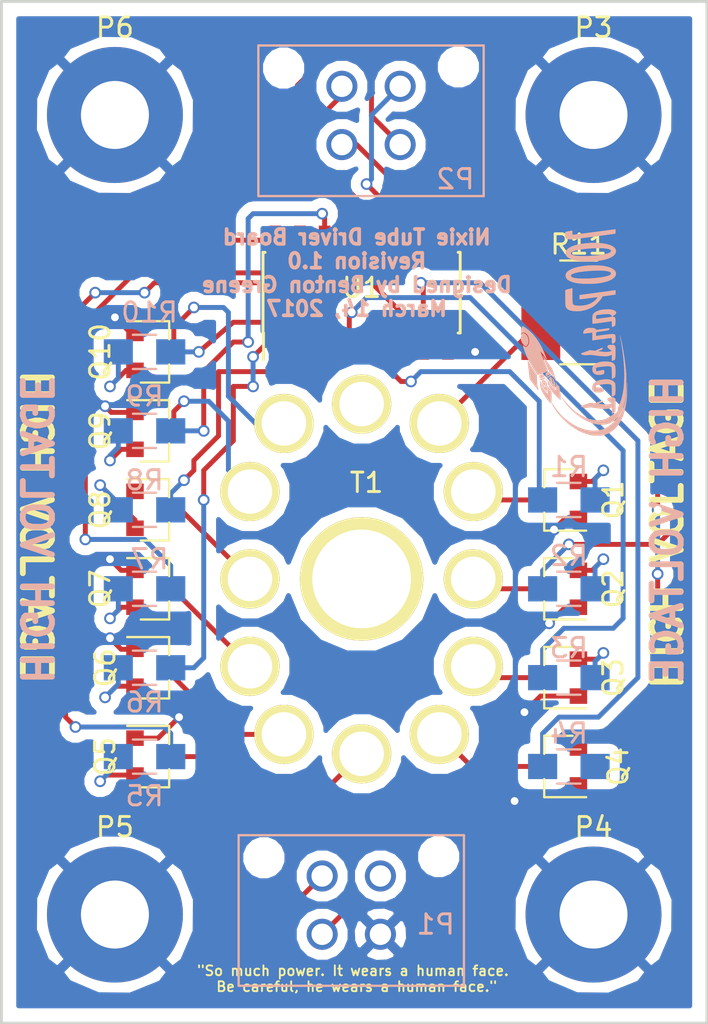
<source format=kicad_pcb>
(kicad_pcb (version 4) (host pcbnew 4.0.2-stable)

  (general
    (links 52)
    (no_connects 4)
    (area 149.530999 59.614999 186.003001 112.3614)
    (thickness 1.6)
    (drawings 10)
    (tracks 264)
    (zones 0)
    (modules 30)
    (nets 39)
  )

  (page A4)
  (layers
    (0 F.Cu signal)
    (31 B.Cu signal)
    (32 B.Adhes user)
    (33 F.Adhes user)
    (34 B.Paste user)
    (35 F.Paste user)
    (36 B.SilkS user)
    (37 F.SilkS user)
    (38 B.Mask user)
    (39 F.Mask user)
    (40 Dwgs.User user)
    (41 Cmts.User user)
    (42 Eco1.User user)
    (43 Eco2.User user)
    (44 Edge.Cuts user)
    (45 Margin user)
    (46 B.CrtYd user)
    (47 F.CrtYd user)
    (48 B.Fab user)
    (49 F.Fab user)
  )

  (setup
    (last_trace_width 0.254)
    (trace_clearance 0.2032)
    (zone_clearance 0.508)
    (zone_45_only no)
    (trace_min 0.2)
    (segment_width 0.2)
    (edge_width 0.15)
    (via_size 0.6)
    (via_drill 0.4)
    (via_min_size 0.4)
    (via_min_drill 0.3)
    (uvia_size 0.3)
    (uvia_drill 0.1)
    (uvias_allowed no)
    (uvia_min_size 0.2)
    (uvia_min_drill 0.1)
    (pcb_text_width 0.3)
    (pcb_text_size 1.5 1.5)
    (mod_edge_width 0.15)
    (mod_text_size 1 1)
    (mod_text_width 0.15)
    (pad_size 1.524 1.524)
    (pad_drill 0.762)
    (pad_to_mask_clearance 0.2)
    (aux_axis_origin 0 0)
    (visible_elements 7FFEFFFF)
    (pcbplotparams
      (layerselection 0x00030_80000001)
      (usegerberextensions false)
      (excludeedgelayer true)
      (linewidth 0.100000)
      (plotframeref false)
      (viasonmask false)
      (mode 1)
      (useauxorigin false)
      (hpglpennumber 1)
      (hpglpenspeed 20)
      (hpglpendiameter 15)
      (hpglpenoverlay 2)
      (psnegative false)
      (psa4output false)
      (plotreference true)
      (plotvalue true)
      (plotinvisibletext false)
      (padsonsilk false)
      (subtractmaskfromsilk false)
      (outputformat 1)
      (mirror false)
      (drillshape 1)
      (scaleselection 1)
      (outputdirectory ""))
  )

  (net 0 "")
  (net 1 /LV_Bus)
  (net 2 /HV_Bus)
  (net 3 GND)
  (net 4 /Binary_In_C)
  (net 5 /Binary_In_A)
  (net 6 /Binary_In_D)
  (net 7 /Binary_In_B)
  (net 8 "Net-(Q1-Pad2)")
  (net 9 "Net-(Q1-Pad3)")
  (net 10 "Net-(Q2-Pad2)")
  (net 11 "Net-(Q2-Pad3)")
  (net 12 "Net-(Q3-Pad2)")
  (net 13 "Net-(Q3-Pad3)")
  (net 14 "Net-(Q4-Pad2)")
  (net 15 "Net-(Q4-Pad3)")
  (net 16 "Net-(Q5-Pad2)")
  (net 17 "Net-(Q5-Pad3)")
  (net 18 "Net-(Q6-Pad2)")
  (net 19 "Net-(Q6-Pad3)")
  (net 20 "Net-(Q7-Pad2)")
  (net 21 "Net-(Q7-Pad3)")
  (net 22 "Net-(Q8-Pad2)")
  (net 23 "Net-(Q8-Pad3)")
  (net 24 "Net-(Q9-Pad2)")
  (net 25 "Net-(Q9-Pad3)")
  (net 26 "Net-(Q10-Pad2)")
  (net 27 "Net-(Q10-Pad3)")
  (net 28 "Net-(R1-Pad2)")
  (net 29 "Net-(R2-Pad2)")
  (net 30 "Net-(R3-Pad2)")
  (net 31 "Net-(R4-Pad2)")
  (net 32 "Net-(R5-Pad2)")
  (net 33 "Net-(R6-Pad2)")
  (net 34 "Net-(R7-Pad2)")
  (net 35 "Net-(R8-Pad2)")
  (net 36 "Net-(R9-Pad2)")
  (net 37 "Net-(R10-Pad2)")
  (net 38 "Net-(R11-Pad1)")

  (net_class Default "This is the default net class."
    (clearance 0.2032)
    (trace_width 0.254)
    (via_dia 0.6)
    (via_drill 0.4)
    (uvia_dia 0.3)
    (uvia_drill 0.1)
    (add_net /Binary_In_A)
    (add_net /Binary_In_B)
    (add_net /Binary_In_C)
    (add_net /Binary_In_D)
    (add_net "Net-(Q1-Pad2)")
    (add_net "Net-(Q10-Pad2)")
    (add_net "Net-(Q2-Pad2)")
    (add_net "Net-(Q3-Pad2)")
    (add_net "Net-(Q4-Pad2)")
    (add_net "Net-(Q5-Pad2)")
    (add_net "Net-(Q6-Pad2)")
    (add_net "Net-(Q7-Pad2)")
    (add_net "Net-(Q8-Pad2)")
    (add_net "Net-(Q9-Pad2)")
    (add_net "Net-(R1-Pad2)")
    (add_net "Net-(R10-Pad2)")
    (add_net "Net-(R2-Pad2)")
    (add_net "Net-(R3-Pad2)")
    (add_net "Net-(R4-Pad2)")
    (add_net "Net-(R5-Pad2)")
    (add_net "Net-(R6-Pad2)")
    (add_net "Net-(R7-Pad2)")
    (add_net "Net-(R8-Pad2)")
    (add_net "Net-(R9-Pad2)")
  )

  (net_class HV_Power ""
    (clearance 0.4064)
    (trace_width 0.254)
    (via_dia 0.6)
    (via_drill 0.4)
    (uvia_dia 0.3)
    (uvia_drill 0.1)
    (add_net /HV_Bus)
    (add_net "Net-(Q1-Pad3)")
    (add_net "Net-(Q10-Pad3)")
    (add_net "Net-(Q2-Pad3)")
    (add_net "Net-(Q3-Pad3)")
    (add_net "Net-(Q4-Pad3)")
    (add_net "Net-(Q5-Pad3)")
    (add_net "Net-(Q6-Pad3)")
    (add_net "Net-(Q7-Pad3)")
    (add_net "Net-(Q8-Pad3)")
    (add_net "Net-(Q9-Pad3)")
    (add_net "Net-(R11-Pad1)")
  )

  (net_class LV_Power ""
    (clearance 0.2032)
    (trace_width 0.254)
    (via_dia 0.6)
    (via_drill 0.4)
    (uvia_dia 0.3)
    (uvia_drill 0.1)
    (add_net /LV_Bus)
    (add_net GND)
  )

  (module TO_SOT_Packages_SMD:SOT-23 (layer F.Cu) (tedit 58C787D3) (tstamp 58C6DA08)
    (at 178.308 85.344 180)
    (descr "SOT-23, Standard")
    (tags SOT-23)
    (path /58C70B02)
    (attr smd)
    (fp_text reference Q1 (at -2.794 0 450) (layer F.SilkS)
      (effects (font (size 1 1) (thickness 0.15)))
    )
    (fp_text value MMBTA42 (at 0 2.5 180) (layer F.Fab)
      (effects (font (size 1 1) (thickness 0.15)))
    )
    (fp_line (start -0.7 -0.95) (end -0.7 1.5) (layer F.Fab) (width 0.1))
    (fp_line (start -0.15 -1.52) (end 0.7 -1.52) (layer F.Fab) (width 0.1))
    (fp_line (start -0.7 -0.95) (end -0.15 -1.52) (layer F.Fab) (width 0.1))
    (fp_line (start 0.7 -1.52) (end 0.7 1.52) (layer F.Fab) (width 0.1))
    (fp_line (start -0.7 1.52) (end 0.7 1.52) (layer F.Fab) (width 0.1))
    (fp_line (start 0.76 1.58) (end 0.76 0.65) (layer F.SilkS) (width 0.12))
    (fp_line (start 0.76 -1.58) (end 0.76 -0.65) (layer F.SilkS) (width 0.12))
    (fp_line (start -1.7 -1.75) (end 1.7 -1.75) (layer F.CrtYd) (width 0.05))
    (fp_line (start 1.7 -1.75) (end 1.7 1.75) (layer F.CrtYd) (width 0.05))
    (fp_line (start 1.7 1.75) (end -1.7 1.75) (layer F.CrtYd) (width 0.05))
    (fp_line (start -1.7 1.75) (end -1.7 -1.75) (layer F.CrtYd) (width 0.05))
    (fp_line (start 0.76 -1.58) (end -1.4 -1.58) (layer F.SilkS) (width 0.12))
    (fp_line (start 0.76 1.58) (end -0.7 1.58) (layer F.SilkS) (width 0.12))
    (pad 1 smd rect (at -1 -0.95 180) (size 0.9 0.8) (layers F.Cu F.Paste F.Mask)
      (net 3 GND))
    (pad 2 smd rect (at -1 0.95 180) (size 0.9 0.8) (layers F.Cu F.Paste F.Mask)
      (net 8 "Net-(Q1-Pad2)"))
    (pad 3 smd rect (at 1 0 180) (size 0.9 0.8) (layers F.Cu F.Paste F.Mask)
      (net 9 "Net-(Q1-Pad3)"))
    (model TO_SOT_Packages_SMD.3dshapes/SOT-23.wrl
      (at (xyz 0 0 0))
      (scale (xyz 1 1 1))
      (rotate (xyz 0 0 90))
    )
  )

  (module TO_SOT_Packages_SMD:SOT-23 (layer F.Cu) (tedit 58C787DD) (tstamp 58C6DA0F)
    (at 178.308 89.916 180)
    (descr "SOT-23, Standard")
    (tags SOT-23)
    (path /58C70AFB)
    (attr smd)
    (fp_text reference Q2 (at -2.794 0 270) (layer F.SilkS)
      (effects (font (size 1 1) (thickness 0.15)))
    )
    (fp_text value MMBTA42 (at 0 2.5 180) (layer F.Fab)
      (effects (font (size 1 1) (thickness 0.15)))
    )
    (fp_line (start -0.7 -0.95) (end -0.7 1.5) (layer F.Fab) (width 0.1))
    (fp_line (start -0.15 -1.52) (end 0.7 -1.52) (layer F.Fab) (width 0.1))
    (fp_line (start -0.7 -0.95) (end -0.15 -1.52) (layer F.Fab) (width 0.1))
    (fp_line (start 0.7 -1.52) (end 0.7 1.52) (layer F.Fab) (width 0.1))
    (fp_line (start -0.7 1.52) (end 0.7 1.52) (layer F.Fab) (width 0.1))
    (fp_line (start 0.76 1.58) (end 0.76 0.65) (layer F.SilkS) (width 0.12))
    (fp_line (start 0.76 -1.58) (end 0.76 -0.65) (layer F.SilkS) (width 0.12))
    (fp_line (start -1.7 -1.75) (end 1.7 -1.75) (layer F.CrtYd) (width 0.05))
    (fp_line (start 1.7 -1.75) (end 1.7 1.75) (layer F.CrtYd) (width 0.05))
    (fp_line (start 1.7 1.75) (end -1.7 1.75) (layer F.CrtYd) (width 0.05))
    (fp_line (start -1.7 1.75) (end -1.7 -1.75) (layer F.CrtYd) (width 0.05))
    (fp_line (start 0.76 -1.58) (end -1.4 -1.58) (layer F.SilkS) (width 0.12))
    (fp_line (start 0.76 1.58) (end -0.7 1.58) (layer F.SilkS) (width 0.12))
    (pad 1 smd rect (at -1 -0.95 180) (size 0.9 0.8) (layers F.Cu F.Paste F.Mask)
      (net 3 GND))
    (pad 2 smd rect (at -1 0.95 180) (size 0.9 0.8) (layers F.Cu F.Paste F.Mask)
      (net 10 "Net-(Q2-Pad2)"))
    (pad 3 smd rect (at 1 0 180) (size 0.9 0.8) (layers F.Cu F.Paste F.Mask)
      (net 11 "Net-(Q2-Pad3)"))
    (model TO_SOT_Packages_SMD.3dshapes/SOT-23.wrl
      (at (xyz 0 0 0))
      (scale (xyz 1 1 1))
      (rotate (xyz 0 0 90))
    )
  )

  (module TO_SOT_Packages_SMD:SOT-23 (layer F.Cu) (tedit 58C787E9) (tstamp 58C6DA16)
    (at 178.308 94.488 180)
    (descr "SOT-23, Standard")
    (tags SOT-23)
    (path /58C70AF4)
    (attr smd)
    (fp_text reference Q3 (at -2.794 0 270) (layer F.SilkS)
      (effects (font (size 1 1) (thickness 0.15)))
    )
    (fp_text value MMBTA42 (at 0 2.5 180) (layer F.Fab)
      (effects (font (size 1 1) (thickness 0.15)))
    )
    (fp_line (start -0.7 -0.95) (end -0.7 1.5) (layer F.Fab) (width 0.1))
    (fp_line (start -0.15 -1.52) (end 0.7 -1.52) (layer F.Fab) (width 0.1))
    (fp_line (start -0.7 -0.95) (end -0.15 -1.52) (layer F.Fab) (width 0.1))
    (fp_line (start 0.7 -1.52) (end 0.7 1.52) (layer F.Fab) (width 0.1))
    (fp_line (start -0.7 1.52) (end 0.7 1.52) (layer F.Fab) (width 0.1))
    (fp_line (start 0.76 1.58) (end 0.76 0.65) (layer F.SilkS) (width 0.12))
    (fp_line (start 0.76 -1.58) (end 0.76 -0.65) (layer F.SilkS) (width 0.12))
    (fp_line (start -1.7 -1.75) (end 1.7 -1.75) (layer F.CrtYd) (width 0.05))
    (fp_line (start 1.7 -1.75) (end 1.7 1.75) (layer F.CrtYd) (width 0.05))
    (fp_line (start 1.7 1.75) (end -1.7 1.75) (layer F.CrtYd) (width 0.05))
    (fp_line (start -1.7 1.75) (end -1.7 -1.75) (layer F.CrtYd) (width 0.05))
    (fp_line (start 0.76 -1.58) (end -1.4 -1.58) (layer F.SilkS) (width 0.12))
    (fp_line (start 0.76 1.58) (end -0.7 1.58) (layer F.SilkS) (width 0.12))
    (pad 1 smd rect (at -1 -0.95 180) (size 0.9 0.8) (layers F.Cu F.Paste F.Mask)
      (net 3 GND))
    (pad 2 smd rect (at -1 0.95 180) (size 0.9 0.8) (layers F.Cu F.Paste F.Mask)
      (net 12 "Net-(Q3-Pad2)"))
    (pad 3 smd rect (at 1 0 180) (size 0.9 0.8) (layers F.Cu F.Paste F.Mask)
      (net 13 "Net-(Q3-Pad3)"))
    (model TO_SOT_Packages_SMD.3dshapes/SOT-23.wrl
      (at (xyz 0 0 0))
      (scale (xyz 1 1 1))
      (rotate (xyz 0 0 90))
    )
  )

  (module TO_SOT_Packages_SMD:SOT-23 (layer F.Cu) (tedit 58C787EF) (tstamp 58C6DA1D)
    (at 178.308 99.06 180)
    (descr "SOT-23, Standard")
    (tags SOT-23)
    (path /58C70AED)
    (attr smd)
    (fp_text reference Q4 (at -3.048 0 270) (layer F.SilkS)
      (effects (font (size 1 1) (thickness 0.15)))
    )
    (fp_text value MMBTA42 (at 0 2.5 180) (layer F.Fab)
      (effects (font (size 1 1) (thickness 0.15)))
    )
    (fp_line (start -0.7 -0.95) (end -0.7 1.5) (layer F.Fab) (width 0.1))
    (fp_line (start -0.15 -1.52) (end 0.7 -1.52) (layer F.Fab) (width 0.1))
    (fp_line (start -0.7 -0.95) (end -0.15 -1.52) (layer F.Fab) (width 0.1))
    (fp_line (start 0.7 -1.52) (end 0.7 1.52) (layer F.Fab) (width 0.1))
    (fp_line (start -0.7 1.52) (end 0.7 1.52) (layer F.Fab) (width 0.1))
    (fp_line (start 0.76 1.58) (end 0.76 0.65) (layer F.SilkS) (width 0.12))
    (fp_line (start 0.76 -1.58) (end 0.76 -0.65) (layer F.SilkS) (width 0.12))
    (fp_line (start -1.7 -1.75) (end 1.7 -1.75) (layer F.CrtYd) (width 0.05))
    (fp_line (start 1.7 -1.75) (end 1.7 1.75) (layer F.CrtYd) (width 0.05))
    (fp_line (start 1.7 1.75) (end -1.7 1.75) (layer F.CrtYd) (width 0.05))
    (fp_line (start -1.7 1.75) (end -1.7 -1.75) (layer F.CrtYd) (width 0.05))
    (fp_line (start 0.76 -1.58) (end -1.4 -1.58) (layer F.SilkS) (width 0.12))
    (fp_line (start 0.76 1.58) (end -0.7 1.58) (layer F.SilkS) (width 0.12))
    (pad 1 smd rect (at -1 -0.95 180) (size 0.9 0.8) (layers F.Cu F.Paste F.Mask)
      (net 3 GND))
    (pad 2 smd rect (at -1 0.95 180) (size 0.9 0.8) (layers F.Cu F.Paste F.Mask)
      (net 14 "Net-(Q4-Pad2)"))
    (pad 3 smd rect (at 1 0 180) (size 0.9 0.8) (layers F.Cu F.Paste F.Mask)
      (net 15 "Net-(Q4-Pad3)"))
    (model TO_SOT_Packages_SMD.3dshapes/SOT-23.wrl
      (at (xyz 0 0 0))
      (scale (xyz 1 1 1))
      (rotate (xyz 0 0 90))
    )
  )

  (module TO_SOT_Packages_SMD:SOT-23 (layer F.Cu) (tedit 58C6F53E) (tstamp 58C6DA24)
    (at 157.48 98.552)
    (descr "SOT-23, Standard")
    (tags SOT-23)
    (path /58C70AE6)
    (attr smd)
    (fp_text reference Q5 (at -2.54 0 90) (layer F.SilkS)
      (effects (font (size 1 1) (thickness 0.15)))
    )
    (fp_text value MMBTA42 (at 0 2.5) (layer F.Fab)
      (effects (font (size 1 1) (thickness 0.15)))
    )
    (fp_line (start -0.7 -0.95) (end -0.7 1.5) (layer F.Fab) (width 0.1))
    (fp_line (start -0.15 -1.52) (end 0.7 -1.52) (layer F.Fab) (width 0.1))
    (fp_line (start -0.7 -0.95) (end -0.15 -1.52) (layer F.Fab) (width 0.1))
    (fp_line (start 0.7 -1.52) (end 0.7 1.52) (layer F.Fab) (width 0.1))
    (fp_line (start -0.7 1.52) (end 0.7 1.52) (layer F.Fab) (width 0.1))
    (fp_line (start 0.76 1.58) (end 0.76 0.65) (layer F.SilkS) (width 0.12))
    (fp_line (start 0.76 -1.58) (end 0.76 -0.65) (layer F.SilkS) (width 0.12))
    (fp_line (start -1.7 -1.75) (end 1.7 -1.75) (layer F.CrtYd) (width 0.05))
    (fp_line (start 1.7 -1.75) (end 1.7 1.75) (layer F.CrtYd) (width 0.05))
    (fp_line (start 1.7 1.75) (end -1.7 1.75) (layer F.CrtYd) (width 0.05))
    (fp_line (start -1.7 1.75) (end -1.7 -1.75) (layer F.CrtYd) (width 0.05))
    (fp_line (start 0.76 -1.58) (end -1.4 -1.58) (layer F.SilkS) (width 0.12))
    (fp_line (start 0.76 1.58) (end -0.7 1.58) (layer F.SilkS) (width 0.12))
    (pad 1 smd rect (at -1 -0.95) (size 0.9 0.8) (layers F.Cu F.Paste F.Mask)
      (net 3 GND))
    (pad 2 smd rect (at -1 0.95) (size 0.9 0.8) (layers F.Cu F.Paste F.Mask)
      (net 16 "Net-(Q5-Pad2)"))
    (pad 3 smd rect (at 1 0) (size 0.9 0.8) (layers F.Cu F.Paste F.Mask)
      (net 17 "Net-(Q5-Pad3)"))
    (model TO_SOT_Packages_SMD.3dshapes/SOT-23.wrl
      (at (xyz 0 0 0))
      (scale (xyz 1 1 1))
      (rotate (xyz 0 0 90))
    )
  )

  (module TO_SOT_Packages_SMD:SOT-23 (layer F.Cu) (tedit 58C6F53A) (tstamp 58C6DA2B)
    (at 157.48 93.98)
    (descr "SOT-23, Standard")
    (tags SOT-23)
    (path /58C70ADF)
    (attr smd)
    (fp_text reference Q6 (at -2.54 0 90) (layer F.SilkS)
      (effects (font (size 1 1) (thickness 0.15)))
    )
    (fp_text value MMBTA42 (at 0 2.5) (layer F.Fab)
      (effects (font (size 1 1) (thickness 0.15)))
    )
    (fp_line (start -0.7 -0.95) (end -0.7 1.5) (layer F.Fab) (width 0.1))
    (fp_line (start -0.15 -1.52) (end 0.7 -1.52) (layer F.Fab) (width 0.1))
    (fp_line (start -0.7 -0.95) (end -0.15 -1.52) (layer F.Fab) (width 0.1))
    (fp_line (start 0.7 -1.52) (end 0.7 1.52) (layer F.Fab) (width 0.1))
    (fp_line (start -0.7 1.52) (end 0.7 1.52) (layer F.Fab) (width 0.1))
    (fp_line (start 0.76 1.58) (end 0.76 0.65) (layer F.SilkS) (width 0.12))
    (fp_line (start 0.76 -1.58) (end 0.76 -0.65) (layer F.SilkS) (width 0.12))
    (fp_line (start -1.7 -1.75) (end 1.7 -1.75) (layer F.CrtYd) (width 0.05))
    (fp_line (start 1.7 -1.75) (end 1.7 1.75) (layer F.CrtYd) (width 0.05))
    (fp_line (start 1.7 1.75) (end -1.7 1.75) (layer F.CrtYd) (width 0.05))
    (fp_line (start -1.7 1.75) (end -1.7 -1.75) (layer F.CrtYd) (width 0.05))
    (fp_line (start 0.76 -1.58) (end -1.4 -1.58) (layer F.SilkS) (width 0.12))
    (fp_line (start 0.76 1.58) (end -0.7 1.58) (layer F.SilkS) (width 0.12))
    (pad 1 smd rect (at -1 -0.95) (size 0.9 0.8) (layers F.Cu F.Paste F.Mask)
      (net 3 GND))
    (pad 2 smd rect (at -1 0.95) (size 0.9 0.8) (layers F.Cu F.Paste F.Mask)
      (net 18 "Net-(Q6-Pad2)"))
    (pad 3 smd rect (at 1 0) (size 0.9 0.8) (layers F.Cu F.Paste F.Mask)
      (net 19 "Net-(Q6-Pad3)"))
    (model TO_SOT_Packages_SMD.3dshapes/SOT-23.wrl
      (at (xyz 0 0 0))
      (scale (xyz 1 1 1))
      (rotate (xyz 0 0 90))
    )
  )

  (module TO_SOT_Packages_SMD:SOT-23 (layer F.Cu) (tedit 58C787A3) (tstamp 58C6DA32)
    (at 157.48 89.916)
    (descr "SOT-23, Standard")
    (tags SOT-23)
    (path /58C70AD8)
    (attr smd)
    (fp_text reference Q7 (at -2.794 0 90) (layer F.SilkS)
      (effects (font (size 1 1) (thickness 0.15)))
    )
    (fp_text value MMBTA42 (at -4.064 0 90) (layer F.Fab)
      (effects (font (size 1 1) (thickness 0.15)))
    )
    (fp_line (start -0.7 -0.95) (end -0.7 1.5) (layer F.Fab) (width 0.1))
    (fp_line (start -0.15 -1.52) (end 0.7 -1.52) (layer F.Fab) (width 0.1))
    (fp_line (start -0.7 -0.95) (end -0.15 -1.52) (layer F.Fab) (width 0.1))
    (fp_line (start 0.7 -1.52) (end 0.7 1.52) (layer F.Fab) (width 0.1))
    (fp_line (start -0.7 1.52) (end 0.7 1.52) (layer F.Fab) (width 0.1))
    (fp_line (start 0.76 1.58) (end 0.76 0.65) (layer F.SilkS) (width 0.12))
    (fp_line (start 0.76 -1.58) (end 0.76 -0.65) (layer F.SilkS) (width 0.12))
    (fp_line (start -1.7 -1.75) (end 1.7 -1.75) (layer F.CrtYd) (width 0.05))
    (fp_line (start 1.7 -1.75) (end 1.7 1.75) (layer F.CrtYd) (width 0.05))
    (fp_line (start 1.7 1.75) (end -1.7 1.75) (layer F.CrtYd) (width 0.05))
    (fp_line (start -1.7 1.75) (end -1.7 -1.75) (layer F.CrtYd) (width 0.05))
    (fp_line (start 0.76 -1.58) (end -1.4 -1.58) (layer F.SilkS) (width 0.12))
    (fp_line (start 0.76 1.58) (end -0.7 1.58) (layer F.SilkS) (width 0.12))
    (pad 1 smd rect (at -1 -0.95) (size 0.9 0.8) (layers F.Cu F.Paste F.Mask)
      (net 3 GND))
    (pad 2 smd rect (at -1 0.95) (size 0.9 0.8) (layers F.Cu F.Paste F.Mask)
      (net 20 "Net-(Q7-Pad2)"))
    (pad 3 smd rect (at 1 0) (size 0.9 0.8) (layers F.Cu F.Paste F.Mask)
      (net 21 "Net-(Q7-Pad3)"))
    (model TO_SOT_Packages_SMD.3dshapes/SOT-23.wrl
      (at (xyz 0 0 0))
      (scale (xyz 1 1 1))
      (rotate (xyz 0 0 90))
    )
  )

  (module TO_SOT_Packages_SMD:SOT-23 (layer F.Cu) (tedit 58C787AE) (tstamp 58C6DA39)
    (at 157.48 85.852)
    (descr "SOT-23, Standard")
    (tags SOT-23)
    (path /58C70AD1)
    (attr smd)
    (fp_text reference Q8 (at -2.794 0 90) (layer F.SilkS)
      (effects (font (size 1 1) (thickness 0.15)))
    )
    (fp_text value MMBTA42 (at -4.064 0 90) (layer F.Fab)
      (effects (font (size 1 1) (thickness 0.15)))
    )
    (fp_line (start -0.7 -0.95) (end -0.7 1.5) (layer F.Fab) (width 0.1))
    (fp_line (start -0.15 -1.52) (end 0.7 -1.52) (layer F.Fab) (width 0.1))
    (fp_line (start -0.7 -0.95) (end -0.15 -1.52) (layer F.Fab) (width 0.1))
    (fp_line (start 0.7 -1.52) (end 0.7 1.52) (layer F.Fab) (width 0.1))
    (fp_line (start -0.7 1.52) (end 0.7 1.52) (layer F.Fab) (width 0.1))
    (fp_line (start 0.76 1.58) (end 0.76 0.65) (layer F.SilkS) (width 0.12))
    (fp_line (start 0.76 -1.58) (end 0.76 -0.65) (layer F.SilkS) (width 0.12))
    (fp_line (start -1.7 -1.75) (end 1.7 -1.75) (layer F.CrtYd) (width 0.05))
    (fp_line (start 1.7 -1.75) (end 1.7 1.75) (layer F.CrtYd) (width 0.05))
    (fp_line (start 1.7 1.75) (end -1.7 1.75) (layer F.CrtYd) (width 0.05))
    (fp_line (start -1.7 1.75) (end -1.7 -1.75) (layer F.CrtYd) (width 0.05))
    (fp_line (start 0.76 -1.58) (end -1.4 -1.58) (layer F.SilkS) (width 0.12))
    (fp_line (start 0.76 1.58) (end -0.7 1.58) (layer F.SilkS) (width 0.12))
    (pad 1 smd rect (at -1 -0.95) (size 0.9 0.8) (layers F.Cu F.Paste F.Mask)
      (net 3 GND))
    (pad 2 smd rect (at -1 0.95) (size 0.9 0.8) (layers F.Cu F.Paste F.Mask)
      (net 22 "Net-(Q8-Pad2)"))
    (pad 3 smd rect (at 1 0) (size 0.9 0.8) (layers F.Cu F.Paste F.Mask)
      (net 23 "Net-(Q8-Pad3)"))
    (model TO_SOT_Packages_SMD.3dshapes/SOT-23.wrl
      (at (xyz 0 0 0))
      (scale (xyz 1 1 1))
      (rotate (xyz 0 0 90))
    )
  )

  (module TO_SOT_Packages_SMD:SOT-23 (layer F.Cu) (tedit 58C787BC) (tstamp 58C6DA40)
    (at 157.48 81.788)
    (descr "SOT-23, Standard")
    (tags SOT-23)
    (path /58C70ACA)
    (attr smd)
    (fp_text reference Q9 (at -2.794 0 90) (layer F.SilkS)
      (effects (font (size 1 1) (thickness 0.15)))
    )
    (fp_text value MMBTA42 (at -6.096 0 90) (layer F.Fab)
      (effects (font (size 1 1) (thickness 0.15)))
    )
    (fp_line (start -0.7 -0.95) (end -0.7 1.5) (layer F.Fab) (width 0.1))
    (fp_line (start -0.15 -1.52) (end 0.7 -1.52) (layer F.Fab) (width 0.1))
    (fp_line (start -0.7 -0.95) (end -0.15 -1.52) (layer F.Fab) (width 0.1))
    (fp_line (start 0.7 -1.52) (end 0.7 1.52) (layer F.Fab) (width 0.1))
    (fp_line (start -0.7 1.52) (end 0.7 1.52) (layer F.Fab) (width 0.1))
    (fp_line (start 0.76 1.58) (end 0.76 0.65) (layer F.SilkS) (width 0.12))
    (fp_line (start 0.76 -1.58) (end 0.76 -0.65) (layer F.SilkS) (width 0.12))
    (fp_line (start -1.7 -1.75) (end 1.7 -1.75) (layer F.CrtYd) (width 0.05))
    (fp_line (start 1.7 -1.75) (end 1.7 1.75) (layer F.CrtYd) (width 0.05))
    (fp_line (start 1.7 1.75) (end -1.7 1.75) (layer F.CrtYd) (width 0.05))
    (fp_line (start -1.7 1.75) (end -1.7 -1.75) (layer F.CrtYd) (width 0.05))
    (fp_line (start 0.76 -1.58) (end -1.4 -1.58) (layer F.SilkS) (width 0.12))
    (fp_line (start 0.76 1.58) (end -0.7 1.58) (layer F.SilkS) (width 0.12))
    (pad 1 smd rect (at -1 -0.95) (size 0.9 0.8) (layers F.Cu F.Paste F.Mask)
      (net 3 GND))
    (pad 2 smd rect (at -1 0.95) (size 0.9 0.8) (layers F.Cu F.Paste F.Mask)
      (net 24 "Net-(Q9-Pad2)"))
    (pad 3 smd rect (at 1 0) (size 0.9 0.8) (layers F.Cu F.Paste F.Mask)
      (net 25 "Net-(Q9-Pad3)"))
    (model TO_SOT_Packages_SMD.3dshapes/SOT-23.wrl
      (at (xyz 0 0 0))
      (scale (xyz 1 1 1))
      (rotate (xyz 0 0 90))
    )
  )

  (module TO_SOT_Packages_SMD:SOT-23 (layer F.Cu) (tedit 58C787C3) (tstamp 58C6DA47)
    (at 157.48 77.724)
    (descr "SOT-23, Standard")
    (tags SOT-23)
    (path /58C70AC3)
    (attr smd)
    (fp_text reference Q10 (at -2.794 0 90) (layer F.SilkS)
      (effects (font (size 1 1) (thickness 0.15)))
    )
    (fp_text value MMBTA42 (at -4.064 0 90) (layer F.Fab)
      (effects (font (size 1 1) (thickness 0.15)))
    )
    (fp_line (start -0.7 -0.95) (end -0.7 1.5) (layer F.Fab) (width 0.1))
    (fp_line (start -0.15 -1.52) (end 0.7 -1.52) (layer F.Fab) (width 0.1))
    (fp_line (start -0.7 -0.95) (end -0.15 -1.52) (layer F.Fab) (width 0.1))
    (fp_line (start 0.7 -1.52) (end 0.7 1.52) (layer F.Fab) (width 0.1))
    (fp_line (start -0.7 1.52) (end 0.7 1.52) (layer F.Fab) (width 0.1))
    (fp_line (start 0.76 1.58) (end 0.76 0.65) (layer F.SilkS) (width 0.12))
    (fp_line (start 0.76 -1.58) (end 0.76 -0.65) (layer F.SilkS) (width 0.12))
    (fp_line (start -1.7 -1.75) (end 1.7 -1.75) (layer F.CrtYd) (width 0.05))
    (fp_line (start 1.7 -1.75) (end 1.7 1.75) (layer F.CrtYd) (width 0.05))
    (fp_line (start 1.7 1.75) (end -1.7 1.75) (layer F.CrtYd) (width 0.05))
    (fp_line (start -1.7 1.75) (end -1.7 -1.75) (layer F.CrtYd) (width 0.05))
    (fp_line (start 0.76 -1.58) (end -1.4 -1.58) (layer F.SilkS) (width 0.12))
    (fp_line (start 0.76 1.58) (end -0.7 1.58) (layer F.SilkS) (width 0.12))
    (pad 1 smd rect (at -1 -0.95) (size 0.9 0.8) (layers F.Cu F.Paste F.Mask)
      (net 3 GND))
    (pad 2 smd rect (at -1 0.95) (size 0.9 0.8) (layers F.Cu F.Paste F.Mask)
      (net 26 "Net-(Q10-Pad2)"))
    (pad 3 smd rect (at 1 0) (size 0.9 0.8) (layers F.Cu F.Paste F.Mask)
      (net 27 "Net-(Q10-Pad3)"))
    (model TO_SOT_Packages_SMD.3dshapes/SOT-23.wrl
      (at (xyz 0 0 0))
      (scale (xyz 1 1 1))
      (rotate (xyz 0 0 90))
    )
  )

  (module Resistors_SMD:R_0805_HandSoldering (layer B.Cu) (tedit 58AADA1D) (tstamp 58C6DA4D)
    (at 178.816 85.344 180)
    (descr "Resistor SMD 0805, hand soldering")
    (tags "resistor 0805")
    (path /58C70B1F)
    (attr smd)
    (fp_text reference R1 (at 0 1.7 180) (layer B.SilkS)
      (effects (font (size 1 1) (thickness 0.15)) (justify mirror))
    )
    (fp_text value 10k (at 0 -1.75 180) (layer B.Fab)
      (effects (font (size 1 1) (thickness 0.15)) (justify mirror))
    )
    (fp_text user %R (at 0 1.7 180) (layer B.Fab)
      (effects (font (size 1 1) (thickness 0.15)) (justify mirror))
    )
    (fp_line (start -1 -0.62) (end -1 0.62) (layer B.Fab) (width 0.1))
    (fp_line (start 1 -0.62) (end -1 -0.62) (layer B.Fab) (width 0.1))
    (fp_line (start 1 0.62) (end 1 -0.62) (layer B.Fab) (width 0.1))
    (fp_line (start -1 0.62) (end 1 0.62) (layer B.Fab) (width 0.1))
    (fp_line (start 0.6 -0.88) (end -0.6 -0.88) (layer B.SilkS) (width 0.12))
    (fp_line (start -0.6 0.88) (end 0.6 0.88) (layer B.SilkS) (width 0.12))
    (fp_line (start -2.35 0.9) (end 2.35 0.9) (layer B.CrtYd) (width 0.05))
    (fp_line (start -2.35 0.9) (end -2.35 -0.9) (layer B.CrtYd) (width 0.05))
    (fp_line (start 2.35 -0.9) (end 2.35 0.9) (layer B.CrtYd) (width 0.05))
    (fp_line (start 2.35 -0.9) (end -2.35 -0.9) (layer B.CrtYd) (width 0.05))
    (pad 1 smd rect (at -1.35 0 180) (size 1.5 1.3) (layers B.Cu B.Paste B.Mask)
      (net 8 "Net-(Q1-Pad2)"))
    (pad 2 smd rect (at 1.35 0 180) (size 1.5 1.3) (layers B.Cu B.Paste B.Mask)
      (net 28 "Net-(R1-Pad2)"))
    (model Resistors_SMD.3dshapes/R_0805.wrl
      (at (xyz 0 0 0))
      (scale (xyz 1 1 1))
      (rotate (xyz 0 0 0))
    )
  )

  (module Resistors_SMD:R_0805_HandSoldering (layer B.Cu) (tedit 58AADA1D) (tstamp 58C6DA53)
    (at 178.816 89.916 180)
    (descr "Resistor SMD 0805, hand soldering")
    (tags "resistor 0805")
    (path /58C70B26)
    (attr smd)
    (fp_text reference R2 (at 0 1.7 180) (layer B.SilkS)
      (effects (font (size 1 1) (thickness 0.15)) (justify mirror))
    )
    (fp_text value 10k (at 0 -1.75 180) (layer B.Fab)
      (effects (font (size 1 1) (thickness 0.15)) (justify mirror))
    )
    (fp_text user %R (at 0 1.7 180) (layer B.Fab)
      (effects (font (size 1 1) (thickness 0.15)) (justify mirror))
    )
    (fp_line (start -1 -0.62) (end -1 0.62) (layer B.Fab) (width 0.1))
    (fp_line (start 1 -0.62) (end -1 -0.62) (layer B.Fab) (width 0.1))
    (fp_line (start 1 0.62) (end 1 -0.62) (layer B.Fab) (width 0.1))
    (fp_line (start -1 0.62) (end 1 0.62) (layer B.Fab) (width 0.1))
    (fp_line (start 0.6 -0.88) (end -0.6 -0.88) (layer B.SilkS) (width 0.12))
    (fp_line (start -0.6 0.88) (end 0.6 0.88) (layer B.SilkS) (width 0.12))
    (fp_line (start -2.35 0.9) (end 2.35 0.9) (layer B.CrtYd) (width 0.05))
    (fp_line (start -2.35 0.9) (end -2.35 -0.9) (layer B.CrtYd) (width 0.05))
    (fp_line (start 2.35 -0.9) (end 2.35 0.9) (layer B.CrtYd) (width 0.05))
    (fp_line (start 2.35 -0.9) (end -2.35 -0.9) (layer B.CrtYd) (width 0.05))
    (pad 1 smd rect (at -1.35 0 180) (size 1.5 1.3) (layers B.Cu B.Paste B.Mask)
      (net 10 "Net-(Q2-Pad2)"))
    (pad 2 smd rect (at 1.35 0 180) (size 1.5 1.3) (layers B.Cu B.Paste B.Mask)
      (net 29 "Net-(R2-Pad2)"))
    (model Resistors_SMD.3dshapes/R_0805.wrl
      (at (xyz 0 0 0))
      (scale (xyz 1 1 1))
      (rotate (xyz 0 0 0))
    )
  )

  (module Resistors_SMD:R_0805_HandSoldering (layer B.Cu) (tedit 58C82965) (tstamp 58C6DA59)
    (at 178.816 94.488 180)
    (descr "Resistor SMD 0805, hand soldering")
    (tags "resistor 0805")
    (path /58C70B34)
    (attr smd)
    (fp_text reference R3 (at 0 1.524 180) (layer B.SilkS)
      (effects (font (size 1 1) (thickness 0.15)) (justify mirror))
    )
    (fp_text value 10k (at 0 -1.75 180) (layer B.Fab)
      (effects (font (size 1 1) (thickness 0.15)) (justify mirror))
    )
    (fp_text user %R (at 0 1.7 180) (layer B.Fab)
      (effects (font (size 1 1) (thickness 0.15)) (justify mirror))
    )
    (fp_line (start -1 -0.62) (end -1 0.62) (layer B.Fab) (width 0.1))
    (fp_line (start 1 -0.62) (end -1 -0.62) (layer B.Fab) (width 0.1))
    (fp_line (start 1 0.62) (end 1 -0.62) (layer B.Fab) (width 0.1))
    (fp_line (start -1 0.62) (end 1 0.62) (layer B.Fab) (width 0.1))
    (fp_line (start 0.6 -0.88) (end -0.6 -0.88) (layer B.SilkS) (width 0.12))
    (fp_line (start -0.6 0.88) (end 0.6 0.88) (layer B.SilkS) (width 0.12))
    (fp_line (start -2.35 0.9) (end 2.35 0.9) (layer B.CrtYd) (width 0.05))
    (fp_line (start -2.35 0.9) (end -2.35 -0.9) (layer B.CrtYd) (width 0.05))
    (fp_line (start 2.35 -0.9) (end 2.35 0.9) (layer B.CrtYd) (width 0.05))
    (fp_line (start 2.35 -0.9) (end -2.35 -0.9) (layer B.CrtYd) (width 0.05))
    (pad 1 smd rect (at -1.35 0 180) (size 1.5 1.3) (layers B.Cu B.Paste B.Mask)
      (net 12 "Net-(Q3-Pad2)"))
    (pad 2 smd rect (at 1.35 0 180) (size 1.5 1.3) (layers B.Cu B.Paste B.Mask)
      (net 30 "Net-(R3-Pad2)"))
    (model Resistors_SMD.3dshapes/R_0805.wrl
      (at (xyz 0 0 0))
      (scale (xyz 1 1 1))
      (rotate (xyz 0 0 0))
    )
  )

  (module Resistors_SMD:R_0805_HandSoldering (layer B.Cu) (tedit 58AADA1D) (tstamp 58C6DA5F)
    (at 178.816 99.06 180)
    (descr "Resistor SMD 0805, hand soldering")
    (tags "resistor 0805")
    (path /58C70B2D)
    (attr smd)
    (fp_text reference R4 (at 0 1.7 180) (layer B.SilkS)
      (effects (font (size 1 1) (thickness 0.15)) (justify mirror))
    )
    (fp_text value 10k (at 0 -1.75 180) (layer B.Fab)
      (effects (font (size 1 1) (thickness 0.15)) (justify mirror))
    )
    (fp_text user %R (at 0 1.7 180) (layer B.Fab)
      (effects (font (size 1 1) (thickness 0.15)) (justify mirror))
    )
    (fp_line (start -1 -0.62) (end -1 0.62) (layer B.Fab) (width 0.1))
    (fp_line (start 1 -0.62) (end -1 -0.62) (layer B.Fab) (width 0.1))
    (fp_line (start 1 0.62) (end 1 -0.62) (layer B.Fab) (width 0.1))
    (fp_line (start -1 0.62) (end 1 0.62) (layer B.Fab) (width 0.1))
    (fp_line (start 0.6 -0.88) (end -0.6 -0.88) (layer B.SilkS) (width 0.12))
    (fp_line (start -0.6 0.88) (end 0.6 0.88) (layer B.SilkS) (width 0.12))
    (fp_line (start -2.35 0.9) (end 2.35 0.9) (layer B.CrtYd) (width 0.05))
    (fp_line (start -2.35 0.9) (end -2.35 -0.9) (layer B.CrtYd) (width 0.05))
    (fp_line (start 2.35 -0.9) (end 2.35 0.9) (layer B.CrtYd) (width 0.05))
    (fp_line (start 2.35 -0.9) (end -2.35 -0.9) (layer B.CrtYd) (width 0.05))
    (pad 1 smd rect (at -1.35 0 180) (size 1.5 1.3) (layers B.Cu B.Paste B.Mask)
      (net 14 "Net-(Q4-Pad2)"))
    (pad 2 smd rect (at 1.35 0 180) (size 1.5 1.3) (layers B.Cu B.Paste B.Mask)
      (net 31 "Net-(R4-Pad2)"))
    (model Resistors_SMD.3dshapes/R_0805.wrl
      (at (xyz 0 0 0))
      (scale (xyz 1 1 1))
      (rotate (xyz 0 0 0))
    )
  )

  (module Resistors_SMD:R_0805_HandSoldering (layer B.Cu) (tedit 58C82929) (tstamp 58C6DA65)
    (at 156.972 98.552)
    (descr "Resistor SMD 0805, hand soldering")
    (tags "resistor 0805")
    (path /58C70B50)
    (attr smd)
    (fp_text reference R5 (at 0 2.032) (layer B.SilkS)
      (effects (font (size 1 1) (thickness 0.15)) (justify mirror))
    )
    (fp_text value 10k (at 0 -1.75) (layer B.Fab)
      (effects (font (size 1 1) (thickness 0.15)) (justify mirror))
    )
    (fp_text user %R (at 0 1.7) (layer B.Fab)
      (effects (font (size 1 1) (thickness 0.15)) (justify mirror))
    )
    (fp_line (start -1 -0.62) (end -1 0.62) (layer B.Fab) (width 0.1))
    (fp_line (start 1 -0.62) (end -1 -0.62) (layer B.Fab) (width 0.1))
    (fp_line (start 1 0.62) (end 1 -0.62) (layer B.Fab) (width 0.1))
    (fp_line (start -1 0.62) (end 1 0.62) (layer B.Fab) (width 0.1))
    (fp_line (start 0.6 -0.88) (end -0.6 -0.88) (layer B.SilkS) (width 0.12))
    (fp_line (start -0.6 0.88) (end 0.6 0.88) (layer B.SilkS) (width 0.12))
    (fp_line (start -2.35 0.9) (end 2.35 0.9) (layer B.CrtYd) (width 0.05))
    (fp_line (start -2.35 0.9) (end -2.35 -0.9) (layer B.CrtYd) (width 0.05))
    (fp_line (start 2.35 -0.9) (end 2.35 0.9) (layer B.CrtYd) (width 0.05))
    (fp_line (start 2.35 -0.9) (end -2.35 -0.9) (layer B.CrtYd) (width 0.05))
    (pad 1 smd rect (at -1.35 0) (size 1.5 1.3) (layers B.Cu B.Paste B.Mask)
      (net 16 "Net-(Q5-Pad2)"))
    (pad 2 smd rect (at 1.35 0) (size 1.5 1.3) (layers B.Cu B.Paste B.Mask)
      (net 32 "Net-(R5-Pad2)"))
    (model Resistors_SMD.3dshapes/R_0805.wrl
      (at (xyz 0 0 0))
      (scale (xyz 1 1 1))
      (rotate (xyz 0 0 0))
    )
  )

  (module Resistors_SMD:R_0805_HandSoldering (layer B.Cu) (tedit 58C82938) (tstamp 58C6DA6B)
    (at 156.972 93.98)
    (descr "Resistor SMD 0805, hand soldering")
    (tags "resistor 0805")
    (path /58C70B49)
    (attr smd)
    (fp_text reference R6 (at 0 1.778 180) (layer B.SilkS)
      (effects (font (size 1 1) (thickness 0.15)) (justify mirror))
    )
    (fp_text value 10k (at 0 -1.75) (layer B.Fab)
      (effects (font (size 1 1) (thickness 0.15)) (justify mirror))
    )
    (fp_text user %R (at 0 1.7) (layer B.Fab)
      (effects (font (size 1 1) (thickness 0.15)) (justify mirror))
    )
    (fp_line (start -1 -0.62) (end -1 0.62) (layer B.Fab) (width 0.1))
    (fp_line (start 1 -0.62) (end -1 -0.62) (layer B.Fab) (width 0.1))
    (fp_line (start 1 0.62) (end 1 -0.62) (layer B.Fab) (width 0.1))
    (fp_line (start -1 0.62) (end 1 0.62) (layer B.Fab) (width 0.1))
    (fp_line (start 0.6 -0.88) (end -0.6 -0.88) (layer B.SilkS) (width 0.12))
    (fp_line (start -0.6 0.88) (end 0.6 0.88) (layer B.SilkS) (width 0.12))
    (fp_line (start -2.35 0.9) (end 2.35 0.9) (layer B.CrtYd) (width 0.05))
    (fp_line (start -2.35 0.9) (end -2.35 -0.9) (layer B.CrtYd) (width 0.05))
    (fp_line (start 2.35 -0.9) (end 2.35 0.9) (layer B.CrtYd) (width 0.05))
    (fp_line (start 2.35 -0.9) (end -2.35 -0.9) (layer B.CrtYd) (width 0.05))
    (pad 1 smd rect (at -1.35 0) (size 1.5 1.3) (layers B.Cu B.Paste B.Mask)
      (net 18 "Net-(Q6-Pad2)"))
    (pad 2 smd rect (at 1.35 0) (size 1.5 1.3) (layers B.Cu B.Paste B.Mask)
      (net 33 "Net-(R6-Pad2)"))
    (model Resistors_SMD.3dshapes/R_0805.wrl
      (at (xyz 0 0 0))
      (scale (xyz 1 1 1))
      (rotate (xyz 0 0 0))
    )
  )

  (module Resistors_SMD:R_0805_HandSoldering (layer B.Cu) (tedit 58C82947) (tstamp 58C6DA71)
    (at 156.972 89.916)
    (descr "Resistor SMD 0805, hand soldering")
    (tags "resistor 0805")
    (path /58C70B42)
    (attr smd)
    (fp_text reference R7 (at 0.254 -1.524 180) (layer B.SilkS)
      (effects (font (size 1 1) (thickness 0.15)) (justify mirror))
    )
    (fp_text value 10k (at 0 -1.75) (layer B.Fab)
      (effects (font (size 1 1) (thickness 0.15)) (justify mirror))
    )
    (fp_text user %R (at 0 1.7) (layer B.Fab)
      (effects (font (size 1 1) (thickness 0.15)) (justify mirror))
    )
    (fp_line (start -1 -0.62) (end -1 0.62) (layer B.Fab) (width 0.1))
    (fp_line (start 1 -0.62) (end -1 -0.62) (layer B.Fab) (width 0.1))
    (fp_line (start 1 0.62) (end 1 -0.62) (layer B.Fab) (width 0.1))
    (fp_line (start -1 0.62) (end 1 0.62) (layer B.Fab) (width 0.1))
    (fp_line (start 0.6 -0.88) (end -0.6 -0.88) (layer B.SilkS) (width 0.12))
    (fp_line (start -0.6 0.88) (end 0.6 0.88) (layer B.SilkS) (width 0.12))
    (fp_line (start -2.35 0.9) (end 2.35 0.9) (layer B.CrtYd) (width 0.05))
    (fp_line (start -2.35 0.9) (end -2.35 -0.9) (layer B.CrtYd) (width 0.05))
    (fp_line (start 2.35 -0.9) (end 2.35 0.9) (layer B.CrtYd) (width 0.05))
    (fp_line (start 2.35 -0.9) (end -2.35 -0.9) (layer B.CrtYd) (width 0.05))
    (pad 1 smd rect (at -1.35 0) (size 1.5 1.3) (layers B.Cu B.Paste B.Mask)
      (net 20 "Net-(Q7-Pad2)"))
    (pad 2 smd rect (at 1.35 0) (size 1.5 1.3) (layers B.Cu B.Paste B.Mask)
      (net 34 "Net-(R7-Pad2)"))
    (model Resistors_SMD.3dshapes/R_0805.wrl
      (at (xyz 0 0 0))
      (scale (xyz 1 1 1))
      (rotate (xyz 0 0 0))
    )
  )

  (module Resistors_SMD:R_0805_HandSoldering (layer B.Cu) (tedit 58C8294C) (tstamp 58C6DA77)
    (at 156.972 85.852)
    (descr "Resistor SMD 0805, hand soldering")
    (tags "resistor 0805")
    (path /58C70B3B)
    (attr smd)
    (fp_text reference R8 (at 0 -1.524 180) (layer B.SilkS)
      (effects (font (size 1 1) (thickness 0.15)) (justify mirror))
    )
    (fp_text value 10k (at 0 -1.75) (layer B.Fab)
      (effects (font (size 1 1) (thickness 0.15)) (justify mirror))
    )
    (fp_text user %R (at 0 1.7) (layer B.Fab)
      (effects (font (size 1 1) (thickness 0.15)) (justify mirror))
    )
    (fp_line (start -1 -0.62) (end -1 0.62) (layer B.Fab) (width 0.1))
    (fp_line (start 1 -0.62) (end -1 -0.62) (layer B.Fab) (width 0.1))
    (fp_line (start 1 0.62) (end 1 -0.62) (layer B.Fab) (width 0.1))
    (fp_line (start -1 0.62) (end 1 0.62) (layer B.Fab) (width 0.1))
    (fp_line (start 0.6 -0.88) (end -0.6 -0.88) (layer B.SilkS) (width 0.12))
    (fp_line (start -0.6 0.88) (end 0.6 0.88) (layer B.SilkS) (width 0.12))
    (fp_line (start -2.35 0.9) (end 2.35 0.9) (layer B.CrtYd) (width 0.05))
    (fp_line (start -2.35 0.9) (end -2.35 -0.9) (layer B.CrtYd) (width 0.05))
    (fp_line (start 2.35 -0.9) (end 2.35 0.9) (layer B.CrtYd) (width 0.05))
    (fp_line (start 2.35 -0.9) (end -2.35 -0.9) (layer B.CrtYd) (width 0.05))
    (pad 1 smd rect (at -1.35 0) (size 1.5 1.3) (layers B.Cu B.Paste B.Mask)
      (net 22 "Net-(Q8-Pad2)"))
    (pad 2 smd rect (at 1.35 0) (size 1.5 1.3) (layers B.Cu B.Paste B.Mask)
      (net 35 "Net-(R8-Pad2)"))
    (model Resistors_SMD.3dshapes/R_0805.wrl
      (at (xyz 0 0 0))
      (scale (xyz 1 1 1))
      (rotate (xyz 0 0 0))
    )
  )

  (module Resistors_SMD:R_0805_HandSoldering (layer B.Cu) (tedit 58C82950) (tstamp 58C6DA7D)
    (at 156.972 81.788)
    (descr "Resistor SMD 0805, hand soldering")
    (tags "resistor 0805")
    (path /58C70B11)
    (attr smd)
    (fp_text reference R9 (at 0 -1.778 180) (layer B.SilkS)
      (effects (font (size 1 1) (thickness 0.15)) (justify mirror))
    )
    (fp_text value 10k (at 0 -1.75) (layer B.Fab)
      (effects (font (size 1 1) (thickness 0.15)) (justify mirror))
    )
    (fp_text user %R (at 0 1.7) (layer B.Fab)
      (effects (font (size 1 1) (thickness 0.15)) (justify mirror))
    )
    (fp_line (start -1 -0.62) (end -1 0.62) (layer B.Fab) (width 0.1))
    (fp_line (start 1 -0.62) (end -1 -0.62) (layer B.Fab) (width 0.1))
    (fp_line (start 1 0.62) (end 1 -0.62) (layer B.Fab) (width 0.1))
    (fp_line (start -1 0.62) (end 1 0.62) (layer B.Fab) (width 0.1))
    (fp_line (start 0.6 -0.88) (end -0.6 -0.88) (layer B.SilkS) (width 0.12))
    (fp_line (start -0.6 0.88) (end 0.6 0.88) (layer B.SilkS) (width 0.12))
    (fp_line (start -2.35 0.9) (end 2.35 0.9) (layer B.CrtYd) (width 0.05))
    (fp_line (start -2.35 0.9) (end -2.35 -0.9) (layer B.CrtYd) (width 0.05))
    (fp_line (start 2.35 -0.9) (end 2.35 0.9) (layer B.CrtYd) (width 0.05))
    (fp_line (start 2.35 -0.9) (end -2.35 -0.9) (layer B.CrtYd) (width 0.05))
    (pad 1 smd rect (at -1.35 0) (size 1.5 1.3) (layers B.Cu B.Paste B.Mask)
      (net 24 "Net-(Q9-Pad2)"))
    (pad 2 smd rect (at 1.35 0) (size 1.5 1.3) (layers B.Cu B.Paste B.Mask)
      (net 36 "Net-(R9-Pad2)"))
    (model Resistors_SMD.3dshapes/R_0805.wrl
      (at (xyz 0 0 0))
      (scale (xyz 1 1 1))
      (rotate (xyz 0 0 0))
    )
  )

  (module Resistors_SMD:R_0805_HandSoldering (layer B.Cu) (tedit 58C82958) (tstamp 58C6DA83)
    (at 156.972 77.724)
    (descr "Resistor SMD 0805, hand soldering")
    (tags "resistor 0805")
    (path /58C70B18)
    (attr smd)
    (fp_text reference R10 (at 0.254 -2.032 180) (layer B.SilkS)
      (effects (font (size 1 1) (thickness 0.15)) (justify mirror))
    )
    (fp_text value 10k (at 0 -1.75) (layer B.Fab)
      (effects (font (size 1 1) (thickness 0.15)) (justify mirror))
    )
    (fp_text user %R (at 0 1.7) (layer B.Fab)
      (effects (font (size 1 1) (thickness 0.15)) (justify mirror))
    )
    (fp_line (start -1 -0.62) (end -1 0.62) (layer B.Fab) (width 0.1))
    (fp_line (start 1 -0.62) (end -1 -0.62) (layer B.Fab) (width 0.1))
    (fp_line (start 1 0.62) (end 1 -0.62) (layer B.Fab) (width 0.1))
    (fp_line (start -1 0.62) (end 1 0.62) (layer B.Fab) (width 0.1))
    (fp_line (start 0.6 -0.88) (end -0.6 -0.88) (layer B.SilkS) (width 0.12))
    (fp_line (start -0.6 0.88) (end 0.6 0.88) (layer B.SilkS) (width 0.12))
    (fp_line (start -2.35 0.9) (end 2.35 0.9) (layer B.CrtYd) (width 0.05))
    (fp_line (start -2.35 0.9) (end -2.35 -0.9) (layer B.CrtYd) (width 0.05))
    (fp_line (start 2.35 -0.9) (end 2.35 0.9) (layer B.CrtYd) (width 0.05))
    (fp_line (start 2.35 -0.9) (end -2.35 -0.9) (layer B.CrtYd) (width 0.05))
    (pad 1 smd rect (at -1.35 0) (size 1.5 1.3) (layers B.Cu B.Paste B.Mask)
      (net 26 "Net-(Q10-Pad2)"))
    (pad 2 smd rect (at 1.35 0) (size 1.5 1.3) (layers B.Cu B.Paste B.Mask)
      (net 37 "Net-(R10-Pad2)"))
    (model Resistors_SMD.3dshapes/R_0805.wrl
      (at (xyz 0 0 0))
      (scale (xyz 1 1 1))
      (rotate (xyz 0 0 0))
    )
  )

  (module Resistors_SMD:R_1218_HandSoldering (layer F.Cu) (tedit 58AADA57) (tstamp 58C6DA89)
    (at 179.324 75.692)
    (descr "Resistor SMD 1218, hand soldering")
    (tags "resistor 1218")
    (path /58C70B09)
    (attr smd)
    (fp_text reference R11 (at 0 -3.5) (layer F.SilkS)
      (effects (font (size 1 1) (thickness 0.15)))
    )
    (fp_text value 15k (at 0 3.55) (layer F.Fab)
      (effects (font (size 1 1) (thickness 0.15)))
    )
    (fp_text user %R (at 0 -3.5) (layer F.Fab)
      (effects (font (size 1 1) (thickness 0.15)))
    )
    (fp_line (start -1.6 2.3) (end -1.6 -2.3) (layer F.Fab) (width 0.1))
    (fp_line (start 1.6 2.3) (end -1.6 2.3) (layer F.Fab) (width 0.1))
    (fp_line (start 1.6 -2.3) (end 1.6 2.3) (layer F.Fab) (width 0.1))
    (fp_line (start -1.6 -2.3) (end 1.6 -2.3) (layer F.Fab) (width 0.1))
    (fp_line (start 0.95 2.67) (end -0.95 2.67) (layer F.SilkS) (width 0.12))
    (fp_line (start -0.95 -2.67) (end 0.95 -2.67) (layer F.SilkS) (width 0.12))
    (fp_line (start -3.2 -2.7) (end 3.2 -2.7) (layer F.CrtYd) (width 0.05))
    (fp_line (start -3.2 -2.7) (end -3.2 2.7) (layer F.CrtYd) (width 0.05))
    (fp_line (start 3.2 2.7) (end 3.2 -2.7) (layer F.CrtYd) (width 0.05))
    (fp_line (start 3.2 2.7) (end -3.2 2.7) (layer F.CrtYd) (width 0.05))
    (pad 1 smd rect (at -1.95 0) (size 2 4.9) (layers F.Cu F.Paste F.Mask)
      (net 38 "Net-(R11-Pad1)"))
    (pad 2 smd rect (at 1.95 0) (size 2 4.9) (layers F.Cu F.Paste F.Mask)
      (net 2 /HV_Bus))
    (model Resistors_SMD.3dshapes/R_1218.wrl
      (at (xyz 0 0 0))
      (scale (xyz 1 1 1))
      (rotate (xyz 0 0 0))
    )
  )

  (module Housings_SOIC:SOIC-16_3.9x9.9mm_Pitch1.27mm (layer F.Cu) (tedit 58C81B20) (tstamp 58C6DAAE)
    (at 168.148 74.676 90)
    (descr "16-Lead Plastic Small Outline (SL) - Narrow, 3.90 mm Body [SOIC] (see Microchip Packaging Specification 00000049BS.pdf)")
    (tags "SOIC 1.27")
    (path /58C70B5D)
    (attr smd)
    (fp_text reference U1 (at 0.254 0 180) (layer F.SilkS)
      (effects (font (size 1 1) (thickness 0.15)))
    )
    (fp_text value CD4028 (at 0 6 90) (layer F.Fab)
      (effects (font (size 1 1) (thickness 0.15)))
    )
    (fp_line (start -0.95 -4.95) (end 1.95 -4.95) (layer F.Fab) (width 0.15))
    (fp_line (start 1.95 -4.95) (end 1.95 4.95) (layer F.Fab) (width 0.15))
    (fp_line (start 1.95 4.95) (end -1.95 4.95) (layer F.Fab) (width 0.15))
    (fp_line (start -1.95 4.95) (end -1.95 -3.95) (layer F.Fab) (width 0.15))
    (fp_line (start -1.95 -3.95) (end -0.95 -4.95) (layer F.Fab) (width 0.15))
    (fp_line (start -3.7 -5.25) (end -3.7 5.25) (layer F.CrtYd) (width 0.05))
    (fp_line (start 3.7 -5.25) (end 3.7 5.25) (layer F.CrtYd) (width 0.05))
    (fp_line (start -3.7 -5.25) (end 3.7 -5.25) (layer F.CrtYd) (width 0.05))
    (fp_line (start -3.7 5.25) (end 3.7 5.25) (layer F.CrtYd) (width 0.05))
    (fp_line (start -2.075 -5.075) (end -2.075 -5.05) (layer F.SilkS) (width 0.15))
    (fp_line (start 2.075 -5.075) (end 2.075 -4.97) (layer F.SilkS) (width 0.15))
    (fp_line (start 2.075 5.075) (end 2.075 4.97) (layer F.SilkS) (width 0.15))
    (fp_line (start -2.075 5.075) (end -2.075 4.97) (layer F.SilkS) (width 0.15))
    (fp_line (start -2.075 -5.075) (end 2.075 -5.075) (layer F.SilkS) (width 0.15))
    (fp_line (start -2.075 5.075) (end 2.075 5.075) (layer F.SilkS) (width 0.15))
    (fp_line (start -2.075 -5.05) (end -3.45 -5.05) (layer F.SilkS) (width 0.15))
    (pad 1 smd rect (at -2.7 -4.445 90) (size 1.5 0.6) (layers F.Cu F.Paste F.Mask)
      (net 33 "Net-(R6-Pad2)"))
    (pad 2 smd rect (at -2.7 -3.175 90) (size 1.5 0.6) (layers F.Cu F.Paste F.Mask)
      (net 35 "Net-(R8-Pad2)"))
    (pad 3 smd rect (at -2.7 -1.905 90) (size 1.5 0.6) (layers F.Cu F.Paste F.Mask)
      (net 37 "Net-(R10-Pad2)"))
    (pad 4 smd rect (at -2.7 -0.635 90) (size 1.5 0.6) (layers F.Cu F.Paste F.Mask)
      (net 30 "Net-(R3-Pad2)"))
    (pad 5 smd rect (at -2.7 0.635 90) (size 1.5 0.6) (layers F.Cu F.Paste F.Mask)
      (net 28 "Net-(R1-Pad2)"))
    (pad 6 smd rect (at -2.7 1.905 90) (size 1.5 0.6) (layers F.Cu F.Paste F.Mask)
      (net 32 "Net-(R5-Pad2)"))
    (pad 7 smd rect (at -2.7 3.175 90) (size 1.5 0.6) (layers F.Cu F.Paste F.Mask)
      (net 31 "Net-(R4-Pad2)"))
    (pad 8 smd rect (at -2.7 4.445 90) (size 1.5 0.6) (layers F.Cu F.Paste F.Mask)
      (net 3 GND))
    (pad 9 smd rect (at 2.7 4.445 90) (size 1.5 0.6) (layers F.Cu F.Paste F.Mask)
      (net 29 "Net-(R2-Pad2)"))
    (pad 10 smd rect (at 2.7 3.175 90) (size 1.5 0.6) (layers F.Cu F.Paste F.Mask)
      (net 5 /Binary_In_A))
    (pad 11 smd rect (at 2.7 1.905 90) (size 1.5 0.6) (layers F.Cu F.Paste F.Mask)
      (net 6 /Binary_In_D))
    (pad 12 smd rect (at 2.7 0.635 90) (size 1.5 0.6) (layers F.Cu F.Paste F.Mask)
      (net 4 /Binary_In_C))
    (pad 13 smd rect (at 2.7 -0.635 90) (size 1.5 0.6) (layers F.Cu F.Paste F.Mask)
      (net 7 /Binary_In_B))
    (pad 14 smd rect (at 2.7 -1.905 90) (size 1.5 0.6) (layers F.Cu F.Paste F.Mask)
      (net 36 "Net-(R9-Pad2)"))
    (pad 15 smd rect (at 2.7 -3.175 90) (size 1.5 0.6) (layers F.Cu F.Paste F.Mask)
      (net 34 "Net-(R7-Pad2)"))
    (pad 16 smd rect (at 2.7 -4.445 90) (size 1.5 0.6) (layers F.Cu F.Paste F.Mask)
      (net 1 /LV_Bus))
    (model Housings_SOIC.3dshapes/SOIC-16_3.9x9.9mm_Pitch1.27mm.wrl
      (at (xyz 0 0 0))
      (scale (xyz 1 1 1))
      (rotate (xyz 0 0 0))
    )
  )

  (module Connectors_Molex:Molex_Microfit3_Header_02x02_Straight_43045-0428 (layer B.Cu) (tedit 58C7841C) (tstamp 58C6EE0C)
    (at 166.116 107.696 180)
    (descr "Microfit3 Header Straight 02x02 43045-0428")
    (tags "connector Microfit 02x02 header straight 3mm")
    (path /58C71C1A)
    (fp_text reference P1 (at -5.842 0.508 180) (layer B.SilkS)
      (effects (font (size 1 1) (thickness 0.15)) (justify mirror))
    )
    (fp_text value CONN_01X03 (at -1.524 6.604 180) (layer B.Fab)
      (effects (font (size 1 1) (thickness 0.15)) (justify mirror))
    )
    (fp_line (start 4.5 -2.85) (end 4.5 5.3) (layer B.CrtYd) (width 0.05))
    (fp_line (start 4.5 -2.85) (end -7.5 -2.85) (layer B.CrtYd) (width 0.05))
    (fp_line (start -7.5 -2.85) (end -7.5 5.3) (layer B.CrtYd) (width 0.05))
    (fp_line (start 4.5 5.3) (end -7.5 5.3) (layer B.CrtYd) (width 0.05))
    (fp_line (start 4.3 -2.65) (end 4.3 5.1) (layer B.SilkS) (width 0.12))
    (fp_line (start -7.3 -2.65) (end -7.3 5.1) (layer B.SilkS) (width 0.12))
    (fp_line (start 4.3 -2.65) (end -7.3 -2.65) (layer B.SilkS) (width 0.12))
    (fp_line (start 4.3 5.1) (end -7.3 5.1) (layer B.SilkS) (width 0.12))
    (pad "" np_thru_hole circle (at -6 4 180) (size 1.1 1.1) (drill 1.1) (layers *.Cu *.Mask))
    (pad 1 thru_hole circle (at 0 0 180) (size 1.6 1.6) (drill 1.1) (layers *.Cu *.Mask)
      (net 2 /HV_Bus))
    (pad 2 thru_hole circle (at -3 0 180) (size 1.6 1.6) (drill 1.1) (layers *.Cu *.Mask)
      (net 3 GND))
    (pad 3 thru_hole circle (at 0 3 180) (size 1.6 1.6) (drill 1.1) (layers *.Cu *.Mask)
      (net 1 /LV_Bus))
    (pad 4 thru_hole circle (at -3 3 180) (size 1.6 1.6) (drill 1.1) (layers *.Cu *.Mask))
    (pad "" np_thru_hole circle (at 3 3.94 180) (size 1.1 1.1) (drill 1.1) (layers *.Cu *.Mask))
  )

  (module Connectors_Molex:Molex_Microfit3_Header_02x02_Straight_43045-0428 (layer B.Cu) (tedit 58C82919) (tstamp 58C6EE15)
    (at 167.132 67.056 180)
    (descr "Microfit3 Header Straight 02x02 43045-0428")
    (tags "connector Microfit 02x02 header straight 3mm")
    (path /58C71C97)
    (fp_text reference P2 (at -5.842 -1.778 180) (layer B.SilkS)
      (effects (font (size 1 1) (thickness 0.15)) (justify mirror))
    )
    (fp_text value CONN_01X04 (at -1.27 6.096 180) (layer B.Fab)
      (effects (font (size 1 1) (thickness 0.15)) (justify mirror))
    )
    (fp_line (start 4.5 -2.85) (end 4.5 5.3) (layer B.CrtYd) (width 0.05))
    (fp_line (start 4.5 -2.85) (end -7.5 -2.85) (layer B.CrtYd) (width 0.05))
    (fp_line (start -7.5 -2.85) (end -7.5 5.3) (layer B.CrtYd) (width 0.05))
    (fp_line (start 4.5 5.3) (end -7.5 5.3) (layer B.CrtYd) (width 0.05))
    (fp_line (start 4.3 -2.65) (end 4.3 5.1) (layer B.SilkS) (width 0.12))
    (fp_line (start -7.3 -2.65) (end -7.3 5.1) (layer B.SilkS) (width 0.12))
    (fp_line (start 4.3 -2.65) (end -7.3 -2.65) (layer B.SilkS) (width 0.12))
    (fp_line (start 4.3 5.1) (end -7.3 5.1) (layer B.SilkS) (width 0.12))
    (pad "" np_thru_hole circle (at -6 4 180) (size 1.1 1.1) (drill 1.1) (layers *.Cu *.Mask))
    (pad 1 thru_hole circle (at 0 0 180) (size 1.6 1.6) (drill 1.1) (layers *.Cu *.Mask)
      (net 5 /Binary_In_A))
    (pad 2 thru_hole circle (at -3 0 180) (size 1.6 1.6) (drill 1.1) (layers *.Cu *.Mask)
      (net 7 /Binary_In_B))
    (pad 3 thru_hole circle (at 0 3 180) (size 1.6 1.6) (drill 1.1) (layers *.Cu *.Mask)
      (net 4 /Binary_In_C))
    (pad 4 thru_hole circle (at -3 3 180) (size 1.6 1.6) (drill 1.1) (layers *.Cu *.Mask)
      (net 6 /Binary_In_D))
    (pad "" np_thru_hole circle (at 3 3.94 180) (size 1.1 1.1) (drill 1.1) (layers *.Cu *.Mask))
  )

  (module Mounting_Holes:MountingHole_3.5mm_Pad (layer F.Cu) (tedit 56D1B4CB) (tstamp 58C6F0D4)
    (at 180.086 65.532)
    (descr "Mounting Hole 3.5mm")
    (tags "mounting hole 3.5mm")
    (path /58C73DBB)
    (fp_text reference P3 (at 0 -4.5) (layer F.SilkS)
      (effects (font (size 1 1) (thickness 0.15)))
    )
    (fp_text value CONN_01X01 (at 0 4.5) (layer F.Fab)
      (effects (font (size 1 1) (thickness 0.15)))
    )
    (fp_circle (center 0 0) (end 3.5 0) (layer Cmts.User) (width 0.15))
    (fp_circle (center 0 0) (end 3.75 0) (layer F.CrtYd) (width 0.05))
    (pad 1 thru_hole circle (at 0 0) (size 7 7) (drill 3.5) (layers *.Cu *.Mask)
      (net 3 GND))
  )

  (module Mounting_Holes:MountingHole_3.5mm_Pad (layer F.Cu) (tedit 56D1B4CB) (tstamp 58C6F0D9)
    (at 180.086 106.68)
    (descr "Mounting Hole 3.5mm")
    (tags "mounting hole 3.5mm")
    (path /58C73E3E)
    (fp_text reference P4 (at 0 -4.5) (layer F.SilkS)
      (effects (font (size 1 1) (thickness 0.15)))
    )
    (fp_text value CONN_01X01 (at 0 4.5) (layer F.Fab)
      (effects (font (size 1 1) (thickness 0.15)))
    )
    (fp_circle (center 0 0) (end 3.5 0) (layer Cmts.User) (width 0.15))
    (fp_circle (center 0 0) (end 3.75 0) (layer F.CrtYd) (width 0.05))
    (pad 1 thru_hole circle (at 0 0) (size 7 7) (drill 3.5) (layers *.Cu *.Mask)
      (net 3 GND))
  )

  (module Mounting_Holes:MountingHole_3.5mm_Pad (layer F.Cu) (tedit 56D1B4CB) (tstamp 58C6F0DE)
    (at 155.448 106.68)
    (descr "Mounting Hole 3.5mm")
    (tags "mounting hole 3.5mm")
    (path /58C73EEE)
    (fp_text reference P5 (at 0 -4.5) (layer F.SilkS)
      (effects (font (size 1 1) (thickness 0.15)))
    )
    (fp_text value CONN_01X01 (at 0 4.5) (layer F.Fab)
      (effects (font (size 1 1) (thickness 0.15)))
    )
    (fp_circle (center 0 0) (end 3.5 0) (layer Cmts.User) (width 0.15))
    (fp_circle (center 0 0) (end 3.75 0) (layer F.CrtYd) (width 0.05))
    (pad 1 thru_hole circle (at 0 0) (size 7 7) (drill 3.5) (layers *.Cu *.Mask)
      (net 3 GND))
  )

  (module Mounting_Holes:MountingHole_3.5mm_Pad (layer F.Cu) (tedit 56D1B4CB) (tstamp 58C6F0E3)
    (at 155.448 65.532)
    (descr "Mounting Hole 3.5mm")
    (tags "mounting hole 3.5mm")
    (path /58C73F62)
    (fp_text reference P6 (at 0 -4.5) (layer F.SilkS)
      (effects (font (size 1 1) (thickness 0.15)))
    )
    (fp_text value CONN_01X01 (at 0 4.5) (layer F.Fab)
      (effects (font (size 1 1) (thickness 0.15)))
    )
    (fp_circle (center 0 0) (end 3.5 0) (layer Cmts.User) (width 0.15))
    (fp_circle (center 0 0) (end 3.75 0) (layer F.CrtYd) (width 0.05))
    (pad 1 thru_hole circle (at 0 0) (size 7 7) (drill 3.5) (layers *.Cu *.Mask)
      (net 3 GND))
  )

  (module Custom_Special:IN12B_Discrete_Pins (layer F.Cu) (tedit 58C75996) (tstamp 58C7340D)
    (at 168.148 89.408)
    (path /58C70ABC)
    (fp_text reference T1 (at 0.254 -4.953) (layer F.SilkS)
      (effects (font (size 1 1) (thickness 0.15)))
    )
    (fp_text value Nixie_Tube (at 0 5.08 180) (layer F.Fab)
      (effects (font (size 1 1) (thickness 0.15)))
    )
    (pad 6 thru_hole circle (at 0 8.99922) (size 3.048 3.048) (drill 2.286) (layers *.Cu *.Mask F.SilkS)
      (net 17 "Net-(Q5-Pad3)"))
    (pad 5 thru_hole circle (at -4.0005 8.001) (size 3.048 3.048) (drill 2.286) (layers *.Cu *.Mask F.SilkS)
      (net 19 "Net-(Q6-Pad3)"))
    (pad 4 thru_hole circle (at -5.75056 4.4958) (size 3.048 3.048) (drill 2.286) (layers *.Cu *.Mask F.SilkS)
      (net 21 "Net-(Q7-Pad3)"))
    (pad 3 thru_hole circle (at -5.75056 0) (size 3.048 3.048) (drill 2.286) (layers *.Cu *.Mask F.SilkS)
      (net 23 "Net-(Q8-Pad3)"))
    (pad 2 thru_hole circle (at -5.75056 -4.4958) (size 3.048 3.048) (drill 2.286) (layers *.Cu *.Mask F.SilkS)
      (net 25 "Net-(Q9-Pad3)"))
    (pad 1 thru_hole circle (at -4.0005 -8.001) (size 3.048 3.048) (drill 2.286) (layers *.Cu *.Mask F.SilkS)
      (net 27 "Net-(Q10-Pad3)"))
    (pad 12 thru_hole circle (at 0 -8.99922) (size 3.048 3.048) (drill 2.286) (layers *.Cu *.Mask F.SilkS))
    (pad 11 thru_hole circle (at 4.0005 -8.001) (size 3.048 3.048) (drill 2.286) (layers *.Cu *.Mask F.SilkS)
      (net 38 "Net-(R11-Pad1)"))
    (pad 10 thru_hole circle (at 5.75056 -4.4958) (size 3.048 3.048) (drill 2.286) (layers *.Cu *.Mask F.SilkS)
      (net 9 "Net-(Q1-Pad3)"))
    (pad 9 thru_hole circle (at 5.75056 0) (size 3.048 3.048) (drill 2.286) (layers *.Cu *.Mask F.SilkS)
      (net 11 "Net-(Q2-Pad3)"))
    (pad 8 thru_hole circle (at 5.75056 4.4958) (size 3.048 3.048) (drill 2.286) (layers *.Cu *.Mask F.SilkS)
      (net 13 "Net-(Q3-Pad3)"))
    (pad 7 thru_hole circle (at 4.0005 8.001) (size 3.048 3.048) (drill 2.286) (layers *.Cu *.Mask F.SilkS)
      (net 15 "Net-(Q4-Pad3)"))
    (pad "" thru_hole circle (at 0 0) (size 6.35 6.35) (drill 5.08) (layers *.Cu *.Mask F.SilkS))
  )

  (module Logos:100Parsecs_Small (layer B.Cu) (tedit 0) (tstamp 58C82312)
    (at 179.07 76.708 270)
    (fp_text reference G*** (at 0 0 270) (layer B.SilkS) hide
      (effects (font (thickness 0.3)) (justify mirror))
    )
    (fp_text value LOGO (at 0.75 0 270) (layer B.SilkS) hide
      (effects (font (thickness 0.3)) (justify mirror))
    )
    (fp_poly (pts (xy 3.678512 1.124465) (xy 3.71486 1.108475) (xy 3.766784 1.08035) (xy 3.830711 1.042385)
      (xy 3.903063 0.996878) (xy 3.980265 0.946126) (xy 4.058742 0.892427) (xy 4.134918 0.838078)
      (xy 4.205218 0.785375) (xy 4.261555 0.74038) (xy 4.327596 0.682352) (xy 4.404597 0.609633)
      (xy 4.48742 0.527549) (xy 4.570927 0.441425) (xy 4.649979 0.356587) (xy 4.719438 0.278359)
      (xy 4.774168 0.212069) (xy 4.785268 0.197555) (xy 4.949048 -0.040402) (xy 5.084733 -0.279159)
      (xy 5.192445 -0.518969) (xy 5.272305 -0.760085) (xy 5.300461 -0.874889) (xy 5.314857 -0.964714)
      (xy 5.323722 -1.071166) (xy 5.327126 -1.18638) (xy 5.325139 -1.30249) (xy 5.317829 -1.411631)
      (xy 5.305267 -1.505937) (xy 5.294463 -1.555023) (xy 5.231351 -1.735488) (xy 5.143973 -1.90179)
      (xy 5.032562 -2.053779) (xy 4.89735 -2.191304) (xy 4.738569 -2.314216) (xy 4.556452 -2.422364)
      (xy 4.35123 -2.515598) (xy 4.123136 -2.593768) (xy 3.872402 -2.656722) (xy 3.599261 -2.704311)
      (xy 3.498668 -2.717279) (xy 3.415813 -2.7251) (xy 3.309985 -2.731982) (xy 3.186425 -2.737682)
      (xy 3.050375 -2.741955) (xy 2.913944 -2.744475) (xy 2.800033 -2.745849) (xy 2.713388 -2.746801)
      (xy 2.653057 -2.747278) (xy 2.618087 -2.747228) (xy 2.607525 -2.746595) (xy 2.620418 -2.745326)
      (xy 2.655814 -2.743368) (xy 2.712758 -2.740667) (xy 2.786944 -2.737319) (xy 3.036225 -2.722007)
      (xy 3.261425 -2.699097) (xy 3.465826 -2.667901) (xy 3.652711 -2.627736) (xy 3.825361 -2.577915)
      (xy 3.987058 -2.517753) (xy 4.113748 -2.460239) (xy 4.188906 -2.421171) (xy 4.256868 -2.380545)
      (xy 4.322625 -2.334558) (xy 4.391169 -2.279408) (xy 4.467488 -2.211293) (xy 4.556575 -2.126408)
      (xy 4.573381 -2.110005) (xy 4.69019 -1.990816) (xy 4.78579 -1.881467) (xy 4.863167 -1.777268)
      (xy 4.925306 -1.67353) (xy 4.975193 -1.565561) (xy 5.015812 -1.448673) (xy 5.032864 -1.388136)
      (xy 5.05718 -1.263419) (xy 5.07026 -1.121868) (xy 5.07201 -0.972578) (xy 5.06234 -0.824642)
      (xy 5.041157 -0.687156) (xy 5.04001 -0.681731) (xy 4.9762 -0.448912) (xy 4.885727 -0.21913)
      (xy 4.770136 0.005503) (xy 4.630972 0.222874) (xy 4.46978 0.43087) (xy 4.288104 0.627377)
      (xy 4.087488 0.810283) (xy 3.869478 0.977475) (xy 3.785483 1.034427) (xy 3.733781 1.069167)
      (xy 3.692939 1.098267) (xy 3.667469 1.118399) (xy 3.661316 1.12602) (xy 3.678512 1.124465)) (layer B.SilkS) (width 0.01))
    (fp_poly (pts (xy 3.369288 0.612317) (xy 3.397776 0.596177) (xy 3.43784 0.57162) (xy 3.439583 0.57052)
      (xy 3.585867 0.469894) (xy 3.738232 0.350111) (xy 3.889989 0.217183) (xy 4.034451 0.077121)
      (xy 4.164928 -0.064063) (xy 4.223523 -0.134056) (xy 4.369895 -0.330379) (xy 4.493294 -0.52655)
      (xy 4.593648 -0.721299) (xy 4.670886 -0.913353) (xy 4.724936 -1.10144) (xy 4.755725 -1.284288)
      (xy 4.763183 -1.460626) (xy 4.747236 -1.62918) (xy 4.707814 -1.78868) (xy 4.644844 -1.937854)
      (xy 4.558255 -2.075428) (xy 4.447974 -2.200132) (xy 4.345199 -2.287847) (xy 4.203888 -2.383524)
      (xy 4.050024 -2.465617) (xy 3.880523 -2.535279) (xy 3.692304 -2.593661) (xy 3.482282 -2.641917)
      (xy 3.323166 -2.669893) (xy 3.265042 -2.678345) (xy 3.207001 -2.685129) (xy 3.144804 -2.690457)
      (xy 3.074207 -2.694541) (xy 2.990968 -2.697592) (xy 2.890845 -2.699823) (xy 2.769596 -2.701445)
      (xy 2.674055 -2.702299) (xy 2.559059 -2.703011) (xy 2.450476 -2.703349) (xy 2.352217 -2.703326)
      (xy 2.268198 -2.702955) (xy 2.20233 -2.70225) (xy 2.158528 -2.701224) (xy 2.144889 -2.700496)
      (xy 1.69839 -2.655821) (xy 1.274271 -2.599567) (xy 0.910166 -2.538912) (xy 0.81754 -2.521539)
      (xy 0.719732 -2.502547) (xy 0.620527 -2.482738) (xy 0.523706 -2.462915) (xy 0.433054 -2.443878)
      (xy 0.352354 -2.426431) (xy 0.28539 -2.411375) (xy 0.235943 -2.399512) (xy 0.207798 -2.391644)
      (xy 0.202784 -2.388957) (xy 0.217658 -2.389625) (xy 0.255675 -2.394687) (xy 0.31222 -2.403436)
      (xy 0.382679 -2.415165) (xy 0.446154 -2.426253) (xy 0.851723 -2.492361) (xy 1.239202 -2.543072)
      (xy 1.608022 -2.578408) (xy 1.957617 -2.598386) (xy 2.287416 -2.603028) (xy 2.596852 -2.592352)
      (xy 2.885357 -2.566379) (xy 3.152362 -2.525129) (xy 3.397298 -2.46862) (xy 3.619598 -2.396874)
      (xy 3.818694 -2.30991) (xy 3.821077 -2.308704) (xy 3.893872 -2.280628) (xy 3.969555 -2.271898)
      (xy 3.972509 -2.271889) (xy 4.025143 -2.268026) (xy 4.072724 -2.258158) (xy 4.092374 -2.250644)
      (xy 4.12724 -2.221948) (xy 4.162938 -2.175758) (xy 4.192972 -2.121831) (xy 4.209967 -2.073989)
      (xy 4.222337 -2.047051) (xy 4.248249 -2.005971) (xy 4.282934 -1.958082) (xy 4.297174 -1.939933)
      (xy 4.366977 -1.841066) (xy 4.429222 -1.730278) (xy 4.478792 -1.617657) (xy 4.508118 -1.524)
      (xy 4.536613 -1.345007) (xy 4.538548 -1.159328) (xy 4.514378 -0.968436) (xy 4.46456 -0.773802)
      (xy 4.38955 -0.576899) (xy 4.289806 -0.3792) (xy 4.165784 -0.182175) (xy 4.039826 -0.014111)
      (xy 3.974673 0.06138) (xy 3.893069 0.147886) (xy 3.801159 0.239515) (xy 3.70509 0.330374)
      (xy 3.611007 0.414571) (xy 3.525057 0.486212) (xy 3.488972 0.514053) (xy 3.437565 0.552825)
      (xy 3.395691 0.585205) (xy 3.367837 0.60767) (xy 3.358444 0.616595) (xy 3.369288 0.612317)) (layer B.SilkS) (width 0.01))
    (fp_poly (pts (xy 0.17874 -2.375371) (xy 0.176803 -2.38376) (xy 0.169333 -2.384778) (xy 0.157718 -2.379615)
      (xy 0.159926 -2.375371) (xy 0.176672 -2.373682) (xy 0.17874 -2.375371)) (layer B.SilkS) (width 0.01))
    (fp_poly (pts (xy -0.532579 -0.960638) (xy -0.480323 -0.962736) (xy -0.445306 -0.966172) (xy -0.433555 -0.970139)
      (xy -0.434288 -0.985743) (xy -0.438515 -1.02568) (xy -0.445757 -1.086342) (xy -0.455534 -1.164118)
      (xy -0.467368 -1.255402) (xy -0.480778 -1.356585) (xy -0.495287 -1.464057) (xy -0.510415 -1.574211)
      (xy -0.525683 -1.683438) (xy -0.540611 -1.78813) (xy -0.554721 -1.884678) (xy -0.55722 -1.901473)
      (xy -0.566174 -1.961445) (xy -0.417143 -1.961445) (xy -0.345857 -1.962425) (xy -0.29949 -1.965623)
      (xy -0.274797 -1.971424) (xy -0.268421 -1.979084) (xy -0.276399 -2.012533) (xy -0.295521 -2.055121)
      (xy -0.319904 -2.096075) (xy -0.343663 -2.124622) (xy -0.350651 -2.12964) (xy -0.375839 -2.135743)
      (xy -0.422597 -2.140661) (xy -0.484279 -2.143877) (xy -0.546709 -2.144889) (xy -0.629227 -2.143823)
      (xy -0.688242 -2.139308) (xy -0.728436 -2.129364) (xy -0.75449 -2.112013) (xy -0.771085 -2.085278)
      (xy -0.782902 -2.047181) (xy -0.783477 -2.044839) (xy -0.795266 -2.007216) (xy -0.807644 -1.983546)
      (xy -0.811812 -1.980177) (xy -0.824667 -1.989267) (xy -0.841846 -2.01745) (xy -0.850701 -2.036959)
      (xy -0.882913 -2.095153) (xy -0.924988 -2.143511) (xy -0.969726 -2.174205) (xy -0.980722 -2.178273)
      (xy -1.014361 -2.178545) (xy -1.044222 -2.169275) (xy -1.077877 -2.139798) (xy -1.11008 -2.088186)
      (xy -1.137818 -2.020482) (xy -1.158073 -1.942729) (xy -1.158557 -1.940177) (xy -1.166601 -1.870915)
      (xy -1.16969 -1.782087) (xy -1.169227 -1.750656) (xy -0.933457 -1.750656) (xy -0.928942 -1.818671)
      (xy -0.91798 -1.869765) (xy -0.900326 -1.906629) (xy -0.875734 -1.931955) (xy -0.863163 -1.939861)
      (xy -0.840531 -1.951986) (xy -0.822382 -1.959215) (xy -0.807747 -1.958881) (xy -0.795659 -1.948313)
      (xy -0.785149 -1.924844) (xy -0.775252 -1.885803) (xy -0.764998 -1.828522) (xy -0.753421 -1.750332)
      (xy -0.739552 -1.648564) (xy -0.729032 -1.569861) (xy -0.715422 -1.467374) (xy -0.703153 -1.373646)
      (xy -0.692701 -1.29243) (xy -0.684544 -1.22748) (xy -0.679158 -1.182549) (xy -0.677021 -1.161391)
      (xy -0.677006 -1.160639) (xy -0.687906 -1.150352) (xy -0.721848 -1.144629) (xy -0.775843 -1.143)
      (xy -0.811847 -1.142394) (xy -0.838686 -1.142971) (xy -0.858121 -1.148322) (xy -0.871912 -1.16204)
      (xy -0.881822 -1.187718) (xy -0.889613 -1.228947) (xy -0.897045 -1.28932) (xy -0.905881 -1.372429)
      (xy -0.910781 -1.418167) (xy -0.924131 -1.553096) (xy -0.931772 -1.663029) (xy -0.933457 -1.750656)
      (xy -1.169227 -1.750656) (xy -1.168212 -1.681838) (xy -1.162553 -1.578312) (xy -1.153099 -1.479655)
      (xy -1.140237 -1.394014) (xy -1.130574 -1.350469) (xy -1.092902 -1.234771) (xy -1.046414 -1.136418)
      (xy -0.992965 -1.058149) (xy -0.934411 -1.002706) (xy -0.875383 -0.973571) (xy -0.844476 -0.968608)
      (xy -0.795155 -0.964707) (xy -0.733363 -0.961913) (xy -0.665041 -0.960272) (xy -0.596133 -0.959832)
      (xy -0.532579 -0.960638)) (layer B.SilkS) (width 0.01))
    (fp_poly (pts (xy -4.022583 0.418047) (xy -3.948583 0.393488) (xy -3.884726 0.347498) (xy -3.861785 0.321158)
      (xy -3.793993 0.210435) (xy -3.738641 0.075394) (xy -3.69568 -0.084193) (xy -3.665064 -0.268552)
      (xy -3.646742 -0.477908) (xy -3.640667 -0.711839) (xy -3.647449 -0.98403) (xy -3.667788 -1.231782)
      (xy -3.701669 -1.455019) (xy -3.749079 -1.653664) (xy -3.810006 -1.82764) (xy -3.847301 -1.90888)
      (xy -3.907469 -2.0093) (xy -3.974525 -2.086744) (xy -4.046611 -2.140194) (xy -4.121869 -2.168629)
      (xy -4.198439 -2.17103) (xy -4.274463 -2.146379) (xy -4.277487 -2.144805) (xy -4.34522 -2.093767)
      (xy -4.405657 -2.017124) (xy -4.458388 -1.916637) (xy -4.503001 -1.79407) (xy -4.539085 -1.651186)
      (xy -4.566229 -1.489749) (xy -4.578874 -1.363085) (xy -4.327362 -1.363085) (xy -4.321243 -1.514161)
      (xy -4.308747 -1.644622) (xy -4.290038 -1.752621) (xy -4.265282 -1.836313) (xy -4.241239 -1.884516)
      (xy -4.208146 -1.913704) (xy -4.168027 -1.919208) (xy -4.128807 -1.901283) (xy -4.109632 -1.880306)
      (xy -4.071883 -1.809703) (xy -4.037637 -1.712013) (xy -4.006863 -1.587073) (xy -3.979531 -1.43472)
      (xy -3.95561 -1.254789) (xy -3.93507 -1.047118) (xy -3.921989 -0.874889) (xy -3.916196 -0.76445)
      (xy -3.912835 -0.645093) (xy -3.911807 -0.522214) (xy -3.913015 -0.401207) (xy -3.916361 -0.287467)
      (xy -3.921746 -0.186391) (xy -3.929073 -0.103371) (xy -3.936988 -0.049837) (xy -3.954465 0.018135)
      (xy -3.977252 0.0782) (xy -4.002388 0.123993) (xy -4.02691 0.149145) (xy -4.03026 0.150709)
      (xy -4.069981 0.152341) (xy -4.107828 0.12667) (xy -4.143584 0.074567) (xy -4.17703 -0.003098)
      (xy -4.20795 -0.105454) (xy -4.236124 -0.231631) (xy -4.261336 -0.380757) (xy -4.283367 -0.551964)
      (xy -4.302 -0.744379) (xy -4.317016 -0.957132) (xy -4.319806 -1.006468) (xy -4.326938 -1.193238)
      (xy -4.327362 -1.363085) (xy -4.578874 -1.363085) (xy -4.584022 -1.311521) (xy -4.592051 -1.118267)
      (xy -4.589907 -0.911749) (xy -4.585911 -0.82216) (xy -4.568307 -0.595185) (xy -4.541465 -0.3882)
      (xy -4.505727 -0.202211) (xy -4.461429 -0.038218) (xy -4.408913 0.102773) (xy -4.348517 0.219761)
      (xy -4.280579 0.311742) (xy -4.20544 0.377713) (xy -4.173924 0.396347) (xy -4.099954 0.419544)
      (xy -4.022583 0.418047)) (layer B.SilkS) (width 0.01))
    (fp_poly (pts (xy -2.863181 0.416727) (xy -2.789249 0.390301) (xy -2.725338 0.34354) (xy -2.700426 0.314662)
      (xy -2.641636 0.221058) (xy -2.593108 0.11294) (xy -2.554314 -0.012011) (xy -2.52472 -0.156111)
      (xy -2.503797 -0.321678) (xy -2.491013 -0.51103) (xy -2.487532 -0.614321) (xy -2.487436 -0.887431)
      (xy -2.501004 -1.136747) (xy -2.528386 -1.363251) (xy -2.56973 -1.567924) (xy -2.625185 -1.751747)
      (xy -2.680108 -1.885094) (xy -2.738858 -1.99079) (xy -2.804434 -2.073401) (xy -2.875195 -2.131957)
      (xy -2.949495 -2.165489) (xy -3.025691 -2.173028) (xy -3.102141 -2.153603) (xy -3.120376 -2.144805)
      (xy -3.186747 -2.094628) (xy -3.247032 -2.018169) (xy -3.300585 -1.91684) (xy -3.346759 -1.79205)
      (xy -3.384906 -1.645213) (xy -3.408795 -1.515501) (xy -3.418189 -1.435055) (xy -3.423239 -1.363166)
      (xy -3.171016 -1.363166) (xy -3.164749 -1.515171) (xy -3.151986 -1.646148) (xy -3.132885 -1.754354)
      (xy -3.107602 -1.838043) (xy -3.084128 -1.884516) (xy -3.051033 -1.913741) (xy -3.010842 -1.919155)
      (xy -2.971174 -1.901034) (xy -2.951331 -1.879739) (xy -2.916596 -1.815411) (xy -2.884348 -1.724)
      (xy -2.854779 -1.606552) (xy -2.828081 -1.464111) (xy -2.804444 -1.297725) (xy -2.784061 -1.108437)
      (xy -2.767123 -0.897295) (xy -2.764695 -0.860778) (xy -2.758705 -0.741506) (xy -2.755422 -0.615529)
      (xy -2.754743 -0.488277) (xy -2.756562 -0.365181) (xy -2.760776 -0.25167) (xy -2.767281 -0.153174)
      (xy -2.775973 -0.075125) (xy -2.780233 -0.049837) (xy -2.801427 0.030922) (xy -2.82912 0.093373)
      (xy -2.861361 0.135243) (xy -2.896201 0.154264) (xy -2.931686 0.148162) (xy -2.943382 0.140103)
      (xy -2.980362 0.094536) (xy -3.014863 0.021829) (xy -3.046697 -0.077032) (xy -3.075671 -0.201057)
      (xy -3.101597 -0.349258) (xy -3.124283 -0.520648) (xy -3.14354 -0.714239) (xy -3.159178 -0.929041)
      (xy -3.163438 -1.00305) (xy -3.170632 -1.191877) (xy -3.171016 -1.363166) (xy -3.423239 -1.363166)
      (xy -3.425369 -1.332861) (xy -3.430283 -1.215311) (xy -3.432882 -1.088795) (xy -3.433115 -0.959707)
      (xy -3.43093 -0.834436) (xy -3.426278 -0.719374) (xy -3.419106 -0.620914) (xy -3.416122 -0.592667)
      (xy -3.3873 -0.390853) (xy -3.350347 -0.208243) (xy -3.305788 -0.046133) (xy -3.25415 0.09418)
      (xy -3.195959 0.211399) (xy -3.131739 0.304226) (xy -3.062018 0.371364) (xy -3.01335 0.400923)
      (xy -2.940195 0.420906) (xy -2.863181 0.416727)) (layer B.SilkS) (width 0.01))
    (fp_poly (pts (xy -4.890109 0.42919) (xy -4.849904 0.4156) (xy -4.822325 0.392362) (xy -4.802291 0.35773)
      (xy -4.801709 0.356395) (xy -4.792997 0.3328) (xy -4.78623 0.305354) (xy -4.781564 0.272247)
      (xy -4.779155 0.231669) (xy -4.779159 0.181808) (xy -4.78173 0.120856) (xy -4.787024 0.047002)
      (xy -4.795198 -0.041566) (xy -4.806406 -0.146656) (xy -4.820805 -0.270079) (xy -4.838549 -0.413646)
      (xy -4.859795 -0.579166) (xy -4.884698 -0.768451) (xy -4.913413 -0.98331) (xy -4.922925 -1.053995)
      (xy -4.9458 -1.223962) (xy -4.967545 -1.3859) (xy -4.987867 -1.537618) (xy -5.006476 -1.676927)
      (xy -5.023082 -1.801637) (xy -5.037393 -1.909558) (xy -5.049118 -1.9985) (xy -5.057966 -2.066274)
      (xy -5.063646 -2.110689) (xy -5.065868 -2.129557) (xy -5.065889 -2.129967) (xy -5.079389 -2.137864)
      (xy -5.117636 -2.142984) (xy -5.177252 -2.144886) (xy -5.180018 -2.144889) (xy -5.294148 -2.144889)
      (xy -5.285768 -2.091973) (xy -5.281371 -2.061706) (xy -5.273916 -2.007438) (xy -5.263746 -1.931834)
      (xy -5.251207 -1.837556) (xy -5.236645 -1.72727) (xy -5.220403 -1.60364) (xy -5.202827 -1.469331)
      (xy -5.184262 -1.327005) (xy -5.165053 -1.179328) (xy -5.145545 -1.028964) (xy -5.126082 -0.878577)
      (xy -5.107011 -0.730832) (xy -5.088676 -0.588393) (xy -5.071422 -0.453923) (xy -5.055594 -0.330088)
      (xy -5.041536 -0.219551) (xy -5.029595 -0.124977) (xy -5.020115 -0.04903) (xy -5.01344 0.005625)
      (xy -5.009917 0.036325) (xy -5.009445 0.041905) (xy -5.011844 0.056544) (xy -5.022948 0.065132)
      (xy -5.04862 0.069257) (xy -5.09472 0.070505) (xy -5.115278 0.070555) (xy -5.159867 0.070246)
      (xy -5.190748 0.072093) (xy -5.209402 0.080255) (xy -5.217311 0.098895) (xy -5.215955 0.132172)
      (xy -5.206817 0.184247) (xy -5.191376 0.259281) (xy -5.188119 0.275166) (xy -5.156445 0.430389)
      (xy -5.028734 0.434416) (xy -4.948025 0.43488) (xy -4.890109 0.42919)) (layer B.SilkS) (width 0.01))
    (fp_poly (pts (xy -1.896207 0.436686) (xy -1.780778 0.435602) (xy -1.75042 0.435236) (xy -1.632899 0.433697)
      (xy -1.540011 0.432136) (xy -1.468166 0.430263) (xy -1.413774 0.427782) (xy -1.373248 0.424403)
      (xy -1.342998 0.419833) (xy -1.319434 0.413778) (xy -1.298969 0.405947) (xy -1.279653 0.396853)
      (xy -1.219286 0.357186) (xy -1.171184 0.302044) (xy -1.133927 0.228521) (xy -1.106094 0.133711)
      (xy -1.086264 0.014708) (xy -1.084141 -0.003206) (xy -1.075977 -0.190982) (xy -1.092321 -0.383296)
      (xy -1.131807 -0.574355) (xy -1.193065 -0.758366) (xy -1.274728 -0.929535) (xy -1.320781 -1.005447)
      (xy -1.372673 -1.075957) (xy -1.439177 -1.153507) (xy -1.514479 -1.232368) (xy -1.592763 -1.306813)
      (xy -1.668212 -1.371114) (xy -1.735011 -1.419542) (xy -1.751255 -1.429411) (xy -1.844453 -1.482988)
      (xy -1.882588 -1.768077) (xy -1.894654 -1.857668) (xy -1.905946 -1.940392) (xy -1.91576 -2.011163)
      (xy -1.923388 -2.064895) (xy -1.928124 -2.096501) (xy -1.928543 -2.099028) (xy -1.936363 -2.144889)
      (xy -2.161243 -2.144889) (xy -2.153293 -2.106084) (xy -2.150015 -2.085376) (xy -2.143346 -2.039263)
      (xy -2.133641 -1.970314) (xy -2.121251 -1.881096) (xy -2.106532 -1.774177) (xy -2.089836 -1.652124)
      (xy -2.071517 -1.517507) (xy -2.051929 -1.372892) (xy -2.032343 -1.227667) (xy -2.011855 -1.075643)
      (xy -1.992306 -0.930961) (xy -1.974048 -0.796216) (xy -1.957436 -0.674005) (xy -1.942824 -0.566921)
      (xy -1.930567 -0.477563) (xy -1.921018 -0.408524) (xy -1.914531 -0.362401) (xy -1.911532 -0.342195)
      (xy -1.903721 -0.296334) (xy -1.798528 -0.296334) (xy -1.744793 -0.296902) (xy -1.713347 -0.299776)
      (xy -1.698261 -0.306709) (xy -1.693605 -0.319457) (xy -1.693334 -0.327454) (xy -1.695197 -0.348865)
      (xy -1.700471 -0.394511) (xy -1.708682 -0.460675) (xy -1.719355 -0.543638) (xy -1.732018 -0.639682)
      (xy -1.746196 -0.745088) (xy -1.751821 -0.786375) (xy -1.766083 -0.893007) (xy -1.778516 -0.990508)
      (xy -1.788727 -1.075402) (xy -1.79632 -1.144218) (xy -1.8009 -1.193479) (xy -1.802072 -1.219713)
      (xy -1.801465 -1.223017) (xy -1.784855 -1.221361) (xy -1.7539 -1.204267) (xy -1.714469 -1.175995)
      (xy -1.67243 -1.140804) (xy -1.633651 -1.102952) (xy -1.628899 -1.097774) (xy -1.529941 -0.967338)
      (xy -1.452821 -0.819836) (xy -1.397962 -0.656584) (xy -1.365787 -0.4789) (xy -1.356721 -0.288099)
      (xy -1.357524 -0.254) (xy -1.363758 -0.150923) (xy -1.375435 -0.072405) (xy -1.393763 -0.015101)
      (xy -1.41995 0.024334) (xy -1.455205 0.049243) (xy -1.469154 0.054887) (xy -1.499655 0.06021)
      (xy -1.556627 0.064502) (xy -1.638337 0.067699) (xy -1.743049 0.069734) (xy -1.869031 0.070543)
      (xy -1.887585 0.070555) (xy -2.26107 0.070555) (xy -2.252667 0.102305) (xy -2.24594 0.129593)
      (xy -2.234855 0.176489) (xy -2.221274 0.235073) (xy -2.213709 0.268111) (xy -2.19904 0.327872)
      (xy -2.184746 0.378234) (xy -2.172942 0.412086) (xy -2.168191 0.421201) (xy -2.158806 0.426875)
      (xy -2.13881 0.431184) (xy -2.105376 0.434226) (xy -2.055682 0.436093) (xy -1.9869 0.436881)
      (xy -1.896207 0.436686)) (layer B.SilkS) (width 0.01))
    (fp_poly (pts (xy 0.070125 -0.537955) (xy 0.068076 -0.569801) (xy 0.062788 -0.622582) (xy 0.05503 -0.689299)
      (xy 0.045576 -0.762951) (xy 0.044274 -0.772584) (xy 0.018854 -0.959556) (xy 0.425814 -0.959556)
      (xy 0.417252 -1.012473) (xy 0.411774 -1.048954) (xy 0.403677 -1.106339) (xy 0.393502 -1.180499)
      (xy 0.38179 -1.267307) (xy 0.36908 -1.362632) (xy 0.355915 -1.462348) (xy 0.342833 -1.562326)
      (xy 0.330376 -1.658437) (xy 0.319084 -1.746553) (xy 0.309499 -1.822546) (xy 0.30216 -1.882287)
      (xy 0.297608 -1.921649) (xy 0.296333 -1.935931) (xy 0.298892 -1.947362) (xy 0.309849 -1.954781)
      (xy 0.334125 -1.959037) (xy 0.376641 -1.960975) (xy 0.442316 -1.961444) (xy 0.4445 -1.961445)
      (xy 0.516772 -1.962359) (xy 0.563793 -1.966742) (xy 0.588518 -1.97705) (xy 0.593898 -1.995744)
      (xy 0.582888 -2.025281) (xy 0.563163 -2.060223) (xy 0.541261 -2.094484) (xy 0.519726 -2.118)
      (xy 0.492842 -2.132784) (xy 0.454895 -2.140852) (xy 0.400169 -2.144215) (xy 0.322947 -2.144889)
      (xy 0.322882 -2.144889) (xy 0.252142 -2.14464) (xy 0.203998 -2.143177) (xy 0.172826 -2.139427)
      (xy 0.153001 -2.132316) (xy 0.138898 -2.120771) (xy 0.128024 -2.107708) (xy 0.110721 -2.078351)
      (xy 0.101701 -2.040418) (xy 0.098916 -1.984727) (xy 0.098902 -1.977181) (xy 0.100789 -1.939842)
      (xy 0.105993 -1.879529) (xy 0.113924 -1.80122) (xy 0.123993 -1.709891) (xy 0.135609 -1.61052)
      (xy 0.148184 -1.508084) (xy 0.161127 -1.40756) (xy 0.17385 -1.313925) (xy 0.185763 -1.232155)
      (xy 0.191451 -1.195917) (xy 0.200036 -1.143) (xy 0.101548 -1.143) (xy 0.068472 -1.142258)
      (xy 0.043076 -1.142193) (xy 0.023874 -1.14605) (xy 0.009382 -1.157075) (xy -0.001887 -1.178513)
      (xy -0.011417 -1.213607) (xy -0.020692 -1.265604) (xy -0.031199 -1.337748) (xy -0.044422 -1.433283)
      (xy -0.050215 -1.474611) (xy -0.066448 -1.585735) (xy -0.080551 -1.671848) (xy -0.093467 -1.735995)
      (xy -0.106138 -1.78122) (xy -0.119506 -1.810566) (xy -0.134513 -1.827079) (xy -0.152101 -1.833801)
      (xy -0.161558 -1.834445) (xy -0.174941 -1.834336) (xy -0.184978 -1.831902) (xy -0.191605 -1.823982)
      (xy -0.19476 -1.807416) (xy -0.194381 -1.779044) (xy -0.190404 -1.735703) (xy -0.182768 -1.674235)
      (xy -0.17141 -1.591479) (xy -0.156268 -1.484273) (xy -0.154366 -1.470838) (xy -0.111177 -1.16558)
      (xy -0.139703 -1.143707) (xy -0.17481 -1.103751) (xy -0.198812 -1.044838) (xy -0.212452 -0.964301)
      (xy -0.216488 -0.867834) (xy -0.215277 -0.794821) (xy -0.210635 -0.741134) (xy -0.201256 -0.697957)
      (xy -0.185836 -0.656473) (xy -0.184889 -0.654298) (xy -0.14486 -0.580656) (xy -0.098539 -0.531852)
      (xy -0.042084 -0.504609) (xy -0.00066 -0.497141) (xy 0.070555 -0.490298) (xy 0.070125 -0.537955)) (layer B.SilkS) (width 0.01))
    (fp_poly (pts (xy 1.131989 -0.400343) (xy 1.154761 -0.429077) (xy 1.163076 -0.444197) (xy 1.174827 -0.485864)
      (xy 1.182253 -0.546678) (xy 1.185144 -0.617864) (xy 1.183287 -0.690646) (xy 1.176472 -0.756249)
      (xy 1.171247 -0.783167) (xy 1.167413 -0.810612) (xy 1.167084 -0.849158) (xy 1.17055 -0.902416)
      (xy 1.178101 -0.974) (xy 1.190028 -1.067522) (xy 1.199806 -1.13852) (xy 1.219491 -1.291884)
      (xy 1.233072 -1.427257) (xy 1.240223 -1.541035) (xy 1.241292 -1.597131) (xy 1.240275 -1.671497)
      (xy 1.236828 -1.72658) (xy 1.229559 -1.771298) (xy 1.217078 -1.814571) (xy 1.200443 -1.859139)
      (xy 1.160079 -1.961445) (xy 1.321824 -1.961445) (xy 1.394623 -1.961649) (xy 1.442506 -1.964081)
      (xy 1.468777 -1.971466) (xy 1.476738 -1.986532) (xy 1.469692 -2.012007) (xy 1.45094 -2.050616)
      (xy 1.444682 -2.062894) (xy 1.43072 -2.088176) (xy 1.415324 -2.107648) (xy 1.39484 -2.122068)
      (xy 1.365616 -2.132192) (xy 1.323999 -2.138778) (xy 1.266335 -2.142582) (xy 1.188972 -2.14436)
      (xy 1.088257 -2.14487) (xy 1.048925 -2.144889) (xy 0.947109 -2.144814) (xy 0.869618 -2.144339)
      (xy 0.812552 -2.143088) (xy 0.772013 -2.140685) (xy 0.744102 -2.136754) (xy 0.724922 -2.130919)
      (xy 0.710573 -2.122805) (xy 0.697157 -2.112034) (xy 0.695759 -2.110833) (xy 0.676093 -2.091759)
      (xy 0.663919 -2.071064) (xy 0.657077 -2.041271) (xy 0.653406 -1.9949) (xy 0.651939 -1.959139)
      (xy 0.654662 -1.866013) (xy 0.670578 -1.797268) (xy 0.699928 -1.752214) (xy 0.730578 -1.733667)
      (xy 0.754568 -1.730639) (xy 0.780799 -1.742057) (xy 0.817095 -1.771409) (xy 0.818906 -1.773041)
      (xy 0.860529 -1.816125) (xy 0.902507 -1.867968) (xy 0.919732 -1.892652) (xy 0.944273 -1.929551)
      (xy 0.962086 -1.954519) (xy 0.968324 -1.961445) (xy 0.975514 -1.9486) (xy 0.985637 -1.914415)
      (xy 0.997142 -1.865412) (xy 1.008479 -1.808116) (xy 1.016963 -1.756834) (xy 1.022503 -1.706925)
      (xy 1.024029 -1.65346) (xy 1.021336 -1.58974) (xy 1.014218 -1.509063) (xy 1.007479 -1.447468)
      (xy 0.983327 -1.23688) (xy 0.933428 -1.359274) (xy 0.909327 -1.416767) (xy 0.891584 -1.452806)
      (xy 0.876584 -1.472334) (xy 0.86071 -1.480297) (xy 0.843931 -1.481667) (xy 0.815382 -1.480035)
      (xy 0.804333 -1.476381) (xy 0.809469 -1.462182) (xy 0.823593 -1.426703) (xy 0.844782 -1.374691)
      (xy 0.871111 -1.310894) (xy 0.882978 -1.282354) (xy 0.961623 -1.093611) (xy 0.928007 -0.839611)
      (xy 1.009223 -0.613834) (xy 1.0361 -0.539381) (xy 1.05959 -0.474813) (xy 1.078073 -0.424543)
      (xy 1.089928 -0.392984) (xy 1.093533 -0.384196) (xy 1.109156 -0.383292) (xy 1.131989 -0.400343)) (layer B.SilkS) (width 0.01))
    (fp_poly (pts (xy 1.977772 -0.964115) (xy 2.036201 -0.978621) (xy 2.095464 -1.017191) (xy 2.145557 -1.076086)
      (xy 2.180422 -1.147579) (xy 2.187209 -1.171167) (xy 2.197647 -1.243088) (xy 2.198852 -1.324488)
      (xy 2.191524 -1.404997) (xy 2.17636 -1.474241) (xy 2.164795 -1.504047) (xy 2.137833 -1.559278)
      (xy 2.042583 -1.563451) (xy 2.003616 -1.565469) (xy 1.976058 -1.564996) (xy 1.958871 -1.558158)
      (xy 1.951019 -1.54108) (xy 1.951463 -1.509887) (xy 1.959166 -1.460706) (xy 1.97309 -1.389661)
      (xy 1.982887 -1.340556) (xy 1.996071 -1.273139) (xy 2.006983 -1.215882) (xy 2.014573 -1.174398)
      (xy 2.017792 -1.154296) (xy 2.017835 -1.153584) (xy 2.004947 -1.148361) (xy 1.970987 -1.14458)
      (xy 1.923097 -1.143008) (xy 1.91938 -1.143) (xy 1.884469 -1.142307) (xy 1.858221 -1.142551)
      (xy 1.838938 -1.147215) (xy 1.824923 -1.159783) (xy 1.814477 -1.183739) (xy 1.805901 -1.222567)
      (xy 1.797499 -1.279751) (xy 1.787572 -1.358774) (xy 1.778383 -1.432278) (xy 1.762692 -1.568741)
      (xy 1.753853 -1.680191) (xy 1.752054 -1.769038) (xy 1.757481 -1.837693) (xy 1.770321 -1.888566)
      (xy 1.790761 -1.924068) (xy 1.818211 -1.946198) (xy 1.843401 -1.951837) (xy 1.894049 -1.956304)
      (xy 1.967409 -1.959461) (xy 2.060735 -1.96117) (xy 2.122794 -1.961445) (xy 2.207585 -1.961795)
      (xy 2.281834 -1.96277) (xy 2.341269 -1.964259) (xy 2.38162 -1.966151) (xy 2.398616 -1.968333)
      (xy 2.398889 -1.968654) (xy 2.39142 -1.994141) (xy 2.372796 -2.032436) (xy 2.348688 -2.07369)
      (xy 2.324769 -2.108056) (xy 2.309326 -2.124152) (xy 2.283181 -2.132303) (xy 2.234573 -2.138522)
      (xy 2.169195 -2.142808) (xy 2.092741 -2.145161) (xy 2.010904 -2.14558) (xy 1.929377 -2.144065)
      (xy 1.853852 -2.140614) (xy 1.790024 -2.135227) (xy 1.743586 -2.127904) (xy 1.730548 -2.124219)
      (xy 1.682429 -2.100423) (xy 1.637773 -2.068302) (xy 1.634038 -2.064866) (xy 1.59537 -2.022307)
      (xy 1.565974 -1.974674) (xy 1.544482 -1.917264) (xy 1.529528 -1.845372) (xy 1.519745 -1.754294)
      (xy 1.514253 -1.652598) (xy 1.516334 -1.503995) (xy 1.533725 -1.368296) (xy 1.565476 -1.247973)
      (xy 1.610636 -1.145497) (xy 1.668254 -1.063339) (xy 1.737379 -1.00397) (xy 1.770823 -0.985873)
      (xy 1.832005 -0.967907) (xy 1.905205 -0.96054) (xy 1.977772 -0.964115)) (layer B.SilkS) (width 0.01))
    (fp_poly (pts (xy 2.939924 -0.960026) (xy 2.978453 -0.962735) (xy 3.003216 -0.969629) (xy 3.021442 -0.982657)
      (xy 3.039147 -1.002327) (xy 3.067798 -1.04599) (xy 3.088738 -1.094236) (xy 3.089712 -1.097577)
      (xy 3.099955 -1.158082) (xy 3.103787 -1.234689) (xy 3.101421 -1.316063) (xy 3.093067 -1.390871)
      (xy 3.083418 -1.434458) (xy 3.057241 -1.498883) (xy 3.024103 -1.537055) (xy 2.982581 -1.550398)
      (xy 2.968109 -1.549752) (xy 2.928713 -1.531366) (xy 2.896907 -1.486846) (xy 2.873186 -1.417377)
      (xy 2.858044 -1.32414) (xy 2.854347 -1.277923) (xy 2.846298 -1.143) (xy 2.728544 -1.143)
      (xy 2.694803 -1.400528) (xy 2.678055 -1.540201) (xy 2.668026 -1.654885) (xy 2.664905 -1.747049)
      (xy 2.668883 -1.819161) (xy 2.680147 -1.87369) (xy 2.69889 -1.913104) (xy 2.725299 -1.939871)
      (xy 2.736774 -1.946915) (xy 2.76022 -1.951909) (xy 2.807889 -1.95605) (xy 2.875789 -1.959143)
      (xy 2.959927 -1.960992) (xy 3.032961 -1.961445) (xy 3.126615 -1.961629) (xy 3.195728 -1.962407)
      (xy 3.243978 -1.964117) (xy 3.275044 -1.967095) (xy 3.292606 -1.971681) (xy 3.300343 -1.978212)
      (xy 3.301947 -1.986139) (xy 3.293538 -2.017021) (xy 3.27271 -2.05794) (xy 3.245922 -2.097955)
      (xy 3.219632 -2.126123) (xy 3.219075 -2.126552) (xy 3.195925 -2.133355) (xy 3.15012 -2.138576)
      (xy 3.087179 -2.142226) (xy 3.012624 -2.144317) (xy 2.931977 -2.144861) (xy 2.850757 -2.143869)
      (xy 2.774487 -2.141353) (xy 2.708686 -2.137325) (xy 2.658877 -2.131796) (xy 2.631722 -2.125308)
      (xy 2.582777 -2.093241) (xy 2.533984 -2.043963) (xy 2.493629 -1.987286) (xy 2.470273 -1.9341)
      (xy 2.456429 -1.880874) (xy 2.442523 -1.827251) (xy 2.441222 -1.822224) (xy 2.429979 -1.748487)
      (xy 2.427705 -1.656006) (xy 2.43364 -1.55253) (xy 2.447023 -1.445808) (xy 2.467094 -1.343589)
      (xy 2.493094 -1.25362) (xy 2.498442 -1.23907) (xy 2.540162 -1.152883) (xy 2.593596 -1.077003)
      (xy 2.653463 -1.018092) (xy 2.694793 -0.991306) (xy 2.734314 -0.974481) (xy 2.776527 -0.964678)
      (xy 2.830876 -0.960282) (xy 2.880402 -0.959556) (xy 2.939924 -0.960026)) (layer B.SilkS) (width 0.01))
    (fp_poly (pts (xy 3.817977 -0.384926) (xy 3.839734 -0.404522) (xy 3.861806 -0.435849) (xy 3.878441 -0.471956)
      (xy 3.880397 -0.478366) (xy 3.891961 -0.550185) (xy 3.893217 -0.639016) (xy 3.88421 -0.735615)
      (xy 3.879028 -0.767429) (xy 3.873784 -0.802722) (xy 3.87156 -0.838865) (xy 3.8727 -0.881153)
      (xy 3.87755 -0.93488) (xy 3.886457 -1.00534) (xy 3.899765 -1.097829) (xy 3.901237 -1.107723)
      (xy 3.91471 -1.205719) (xy 3.927099 -1.309755) (xy 3.937394 -1.410329) (xy 3.944589 -1.49794)
      (xy 3.946901 -1.538111) (xy 3.949325 -1.624531) (xy 3.946745 -1.693827) (xy 3.937434 -1.755432)
      (xy 3.919664 -1.818775) (xy 3.891707 -1.893288) (xy 3.873952 -1.936291) (xy 3.871969 -1.946755)
      (xy 3.879322 -1.953937) (xy 3.900374 -1.958644) (xy 3.939492 -1.961681) (xy 4.001041 -1.963855)
      (xy 4.026733 -1.964513) (xy 4.189689 -1.9685) (xy 4.163728 -2.026427) (xy 4.147001 -2.062841)
      (xy 4.131036 -2.090906) (xy 4.1121 -2.111708) (xy 4.086458 -2.126335) (xy 4.050376 -2.135874)
      (xy 4.00012 -2.141412) (xy 3.931957 -2.144037) (xy 3.842152 -2.144835) (xy 3.756865 -2.144889)
      (xy 3.44094 -2.144889) (xy 3.399692 -2.103641) (xy 3.365711 -2.056508) (xy 3.355169 -2.001782)
      (xy 3.35544 -1.989667) (xy 3.360688 -1.904937) (xy 3.367768 -1.843571) (xy 3.37775 -1.800719)
      (xy 3.391705 -1.771533) (xy 3.40752 -1.753821) (xy 3.442264 -1.732769) (xy 3.467993 -1.731195)
      (xy 3.508106 -1.755712) (xy 3.555363 -1.801672) (xy 3.605507 -1.864704) (xy 3.623416 -1.890691)
      (xy 3.674818 -1.968104) (xy 3.694005 -1.904802) (xy 3.711286 -1.822491) (xy 3.720669 -1.71934)
      (xy 3.721921 -1.601672) (xy 3.71481 -1.475809) (xy 3.711143 -1.438601) (xy 3.703365 -1.373518)
      (xy 3.695595 -1.320107) (xy 3.688721 -1.283795) (xy 3.683633 -1.270009) (xy 3.683534 -1.27)
      (xy 3.67414 -1.282081) (xy 3.657591 -1.314125) (xy 3.637069 -1.359834) (xy 3.631837 -1.372306)
      (xy 3.608713 -1.425101) (xy 3.590542 -1.456767) (xy 3.573136 -1.472872) (xy 3.552308 -1.478988)
      (xy 3.551577 -1.479076) (xy 3.523972 -1.478438) (xy 3.513666 -1.471247) (xy 3.518816 -1.454462)
      (xy 3.532978 -1.416625) (xy 3.554219 -1.362697) (xy 3.580607 -1.297641) (xy 3.592331 -1.269226)
      (xy 3.622913 -1.19495) (xy 3.643927 -1.141132) (xy 3.656703 -1.102198) (xy 3.662572 -1.072573)
      (xy 3.662862 -1.046682) (xy 3.658906 -1.018951) (xy 3.655831 -1.003063) (xy 3.646429 -0.947701)
      (xy 3.642809 -0.898402) (xy 3.645906 -0.84917) (xy 3.656654 -0.794007) (xy 3.675986 -0.726914)
      (xy 3.704838 -0.641896) (xy 3.717708 -0.605822) (xy 3.744177 -0.532995) (xy 3.767676 -0.469829)
      (xy 3.786433 -0.420971) (xy 3.798675 -0.391068) (xy 3.802288 -0.384009) (xy 3.817977 -0.384926)) (layer B.SilkS) (width 0.01))
    (fp_poly (pts (xy 2.465689 1.349446) (xy 2.490611 1.348249) (xy 2.631217 1.327665) (xy 2.774698 1.279661)
      (xy 2.921253 1.20412) (xy 3.071082 1.100927) (xy 3.224383 0.969968) (xy 3.334997 0.860536)
      (xy 3.386933 0.805528) (xy 3.431108 0.757195) (xy 3.464146 0.719357) (xy 3.482668 0.695834)
      (xy 3.485444 0.690433) (xy 3.472395 0.685495) (xy 3.437427 0.682031) (xy 3.386809 0.680114)
      (xy 3.32681 0.679815) (xy 3.263697 0.681209) (xy 3.203741 0.684367) (xy 3.175 0.68682)
      (xy 3.09086 0.697617) (xy 2.993309 0.713749) (xy 2.896079 0.732828) (xy 2.847438 0.743779)
      (xy 2.797439 0.756838) (xy 2.770572 0.767611) (xy 2.762164 0.778643) (xy 2.765174 0.788643)
      (xy 2.766652 0.802554) (xy 2.753441 0.819273) (xy 2.721901 0.842074) (xy 2.672931 0.871605)
      (xy 2.625691 0.899591) (xy 2.589529 0.922165) (xy 2.57007 0.935768) (xy 2.568222 0.937884)
      (xy 2.579999 0.938021) (xy 2.608871 0.931036) (xy 2.614083 0.929482) (xy 2.650812 0.921795)
      (xy 2.703055 0.915329) (xy 2.764787 0.910296) (xy 2.829983 0.906907) (xy 2.892618 0.905376)
      (xy 2.946665 0.905915) (xy 2.986099 0.908735) (xy 3.004895 0.914048) (xy 3.005666 0.915691)
      (xy 2.996157 0.931139) (xy 2.970012 0.962294) (xy 2.930808 1.005168) (xy 2.882122 1.05577)
      (xy 2.861028 1.077047) (xy 2.750295 1.178606) (xy 2.645486 1.255136) (xy 2.543741 1.308432)
      (xy 2.442203 1.340287) (xy 2.441222 1.340494) (xy 2.413629 1.346799) (xy 2.407126 1.350175)
      (xy 2.423788 1.350949) (xy 2.465689 1.349446)) (layer B.SilkS) (width 0.01))
    (fp_poly (pts (xy 2.737555 0.783166) (xy 2.7305 0.776111) (xy 2.723444 0.783166) (xy 2.7305 0.790222)
      (xy 2.737555 0.783166)) (layer B.SilkS) (width 0.01))
    (fp_poly (pts (xy 1.240753 1.584405) (xy 1.283452 1.568505) (xy 1.345039 1.544994) (xy 1.421847 1.515285)
      (xy 1.510209 1.480788) (xy 1.606458 1.442914) (xy 1.615722 1.439254) (xy 1.727905 1.394598)
      (xy 1.817039 1.358251) (xy 1.8865 1.328615) (xy 1.939665 1.30409) (xy 1.97991 1.283077)
      (xy 2.010611 1.263978) (xy 2.035146 1.245195) (xy 2.046111 1.235463) (xy 2.093757 1.195588)
      (xy 2.160602 1.145559) (xy 2.24127 1.089104) (xy 2.330389 1.02995) (xy 2.422583 0.971824)
      (xy 2.451805 0.954081) (xy 2.494625 0.927578) (xy 2.525977 0.906717) (xy 2.539805 0.895552)
      (xy 2.54 0.895034) (xy 2.536472 0.890019) (xy 2.522723 0.894718) (xy 2.486061 0.907352)
      (xy 2.430242 0.926622) (xy 2.359022 0.951232) (xy 2.276158 0.979883) (xy 2.2225 0.998445)
      (xy 1.912055 1.105852) (xy 1.552222 1.352072) (xy 1.464801 1.412268) (xy 1.386819 1.466697)
      (xy 1.320807 1.513532) (xy 1.269297 1.550948) (xy 1.234822 1.577117) (xy 1.219913 1.590214)
      (xy 1.220611 1.591283) (xy 1.240753 1.584405)) (layer B.SilkS) (width 0.01))
    (fp_poly (pts (xy 2.475175 1.29035) (xy 2.512338 1.276089) (xy 2.567752 1.250878) (xy 2.595704 1.237297)
      (xy 2.634414 1.214317) (xy 2.683122 1.179802) (xy 2.737107 1.137805) (xy 2.791649 1.09238)
      (xy 2.842026 1.047578) (xy 2.883519 1.007452) (xy 2.911407 0.976055) (xy 2.921 0.958019)
      (xy 2.908075 0.950965) (xy 2.873586 0.947317) (xy 2.823959 0.946879) (xy 2.765621 0.949456)
      (xy 2.704999 0.954852) (xy 2.648519 0.96287) (xy 2.62761 0.966965) (xy 2.554203 0.987275)
      (xy 2.478784 1.015413) (xy 2.411429 1.047171) (xy 2.363611 1.077233) (xy 2.349806 1.089233)
      (xy 2.352858 1.0924) (xy 2.376516 1.086817) (xy 2.405944 1.078168) (xy 2.454859 1.066872)
      (xy 2.51923 1.056497) (xy 2.586316 1.049046) (xy 2.595931 1.048296) (xy 2.715362 1.039605)
      (xy 2.671324 1.09483) (xy 2.590357 1.183728) (xy 2.49913 1.257289) (xy 2.490611 1.263142)
      (xy 2.462568 1.284305) (xy 2.458004 1.293231) (xy 2.475175 1.29035)) (layer B.SilkS) (width 0.01))
    (fp_poly (pts (xy 2.408397 1.262829) (xy 2.467017 1.230674) (xy 2.531382 1.183065) (xy 2.591139 1.12773)
      (xy 2.595376 1.123237) (xy 2.629586 1.086555) (xy 2.574209 1.087484) (xy 2.52704 1.091921)
      (xy 2.470551 1.102113) (xy 2.444659 1.108385) (xy 2.397648 1.123724) (xy 2.352909 1.142695)
      (xy 2.318081 1.161562) (xy 2.3008 1.176587) (xy 2.300111 1.179094) (xy 2.306584 1.192952)
      (xy 2.322772 1.222003) (xy 2.329541 1.2336) (xy 2.358971 1.28348) (xy 2.408397 1.262829)) (layer B.SilkS) (width 0.01))
    (fp_poly (pts (xy 2.612465 1.734747) (xy 2.669257 1.730684) (xy 2.731776 1.72356) (xy 2.794511 1.713855)
      (xy 2.851947 1.702049) (xy 2.885722 1.692893) (xy 2.989658 1.653981) (xy 3.104319 1.59979)
      (xy 3.220628 1.535156) (xy 3.329511 1.46491) (xy 3.372555 1.433602) (xy 3.442536 1.378947)
      (xy 3.508394 1.324601) (xy 3.566865 1.273568) (xy 3.614684 1.228853) (xy 3.648587 1.193463)
      (xy 3.665309 1.170403) (xy 3.665718 1.163715) (xy 3.648152 1.159472) (xy 3.60766 1.155779)
      (xy 3.549534 1.152708) (xy 3.479067 1.15033) (xy 3.40155 1.148715) (xy 3.322277 1.147934)
      (xy 3.246539 1.148058) (xy 3.179628 1.149158) (xy 3.126837 1.151305) (xy 3.093458 1.154569)
      (xy 3.087389 1.155973) (xy 3.047784 1.173538) (xy 3.009778 1.196372) (xy 2.976687 1.217868)
      (xy 2.92959 1.246161) (xy 2.884556 1.271832) (xy 2.798723 1.319389) (xy 2.955111 1.321668)
      (xy 3.022094 1.323725) (xy 3.081405 1.327512) (xy 3.125639 1.332443) (xy 3.144844 1.336681)
      (xy 3.159832 1.343761) (xy 3.163832 1.352867) (xy 3.154294 1.368285) (xy 3.128666 1.394303)
      (xy 3.088399 1.431548) (xy 2.996256 1.508817) (xy 2.90003 1.576942) (xy 2.80442 1.633373)
      (xy 2.714124 1.675557) (xy 2.633839 1.700944) (xy 2.580426 1.707444) (xy 2.548327 1.71285)
      (xy 2.531582 1.723759) (xy 2.538114 1.731765) (xy 2.566913 1.735267) (xy 2.612465 1.734747)) (layer B.SilkS) (width 0.01))
    (fp_poly (pts (xy 2.320673 1.397502) (xy 2.335339 1.375518) (xy 2.335728 1.364218) (xy 2.329075 1.338633)
      (xy 2.322252 1.309064) (xy 2.306492 1.271651) (xy 2.278514 1.231557) (xy 2.245309 1.196654)
      (xy 2.213864 1.174814) (xy 2.199871 1.171222) (xy 2.17771 1.174281) (xy 2.173111 1.178155)
      (xy 2.180989 1.192222) (xy 2.20137 1.22144) (xy 2.2225 1.249792) (xy 2.249309 1.286867)
      (xy 2.267246 1.315412) (xy 2.271889 1.326606) (xy 2.276507 1.347635) (xy 2.286234 1.376448)
      (xy 2.299198 1.401482) (xy 2.313313 1.402735) (xy 2.320673 1.397502)) (layer B.SilkS) (width 0.01))
    (fp_poly (pts (xy 2.21416 1.443896) (xy 2.243753 1.439625) (xy 2.251094 1.436609) (xy 2.254353 1.415405)
      (xy 2.244399 1.378801) (xy 2.225021 1.333921) (xy 2.200007 1.287893) (xy 2.173145 1.247842)
      (xy 2.148222 1.220894) (xy 2.132518 1.213555) (xy 2.117513 1.222869) (xy 2.090792 1.246597)
      (xy 2.073749 1.263547) (xy 2.025295 1.313538) (xy 2.063216 1.379963) (xy 2.086353 1.418229)
      (xy 2.105834 1.4379) (xy 2.131692 1.445062) (xy 2.171795 1.445819) (xy 2.21416 1.443896)) (layer B.SilkS) (width 0.01))
    (fp_poly (pts (xy 0.043622 2.691138) (xy 0.049519 2.685693) (xy 0.041074 2.673471) (xy 0.035603 2.667359)
      (xy 0.019038 2.638869) (xy 0.01556 2.598968) (xy 0.017414 2.576912) (xy 0.039557 2.500997)
      (xy 0.085878 2.433813) (xy 0.153128 2.377443) (xy 0.238057 2.333972) (xy 0.337413 2.305485)
      (xy 0.447948 2.294066) (xy 0.458611 2.293945) (xy 0.547489 2.299519) (xy 0.618677 2.319172)
      (xy 0.680579 2.356229) (xy 0.72958 2.40118) (xy 0.774771 2.448277) (xy 0.749455 2.504722)
      (xy 0.72828 2.544576) (xy 0.706404 2.574999) (xy 0.700736 2.580533) (xy 0.680922 2.600215)
      (xy 0.682281 2.609729) (xy 0.706195 2.609114) (xy 0.754047 2.598405) (xy 0.807891 2.583357)
      (xy 1.016427 2.513388) (xy 1.235935 2.4231) (xy 1.461044 2.315184) (xy 1.686384 2.192329)
      (xy 1.906584 2.057226) (xy 2.045407 1.963419) (xy 2.099455 1.925461) (xy 2.14545 1.893192)
      (xy 2.178217 1.870243) (xy 2.192144 1.860536) (xy 2.194504 1.843207) (xy 2.187897 1.804195)
      (xy 2.173228 1.748256) (xy 2.166644 1.726481) (xy 2.134263 1.630563) (xy 2.099834 1.542684)
      (xy 2.065174 1.466418) (xy 2.032104 1.40534) (xy 2.002441 1.363027) (xy 1.978005 1.343053)
      (xy 1.971067 1.341997) (xy 1.954456 1.347428) (xy 1.914806 1.362205) (xy 1.855248 1.385107)
      (xy 1.778913 1.414914) (xy 1.688931 1.450405) (xy 1.588433 1.490359) (xy 1.502833 1.524608)
      (xy 1.395735 1.567308) (xy 1.296215 1.606471) (xy 1.207485 1.640874) (xy 1.132755 1.669293)
      (xy 1.075234 1.690504) (xy 1.038134 1.703283) (xy 1.025407 1.706611) (xy 1.007825 1.70408)
      (xy 1.00633 1.69395) (xy 1.022437 1.674838) (xy 1.057655 1.645364) (xy 1.113497 1.604147)
      (xy 1.191474 1.549805) (xy 1.213545 1.534729) (xy 1.280046 1.4893) (xy 1.338258 1.449279)
      (xy 1.384232 1.4174) (xy 1.414023 1.396397) (xy 1.423598 1.389217) (xy 1.414712 1.390232)
      (xy 1.384581 1.399186) (xy 1.338505 1.414432) (xy 1.304771 1.42614) (xy 1.035615 1.530719)
      (xy 0.783947 1.648194) (xy 0.55165 1.777395) (xy 0.340606 1.917153) (xy 0.152697 2.0663)
      (xy -0.010194 2.223666) (xy -0.04949 2.26724) (xy -0.096107 2.322803) (xy -0.144993 2.384867)
      (xy -0.192909 2.448858) (xy -0.236615 2.510206) (xy -0.272871 2.564336) (xy -0.298437 2.606676)
      (xy -0.310074 2.632655) (xy -0.310445 2.635547) (xy -0.297012 2.64523) (xy -0.25933 2.655877)
      (xy -0.201319 2.666767) (xy -0.1269 2.677177) (xy -0.039996 2.686383) (xy -0.029551 2.687317)
      (xy 0.018795 2.691211) (xy 0.043622 2.691138)) (layer B.SilkS) (width 0.01))
    (fp_poly (pts (xy 2.596016 1.669684) (xy 2.596444 1.66961) (xy 2.695717 1.641357) (xy 2.803745 1.590839)
      (xy 2.91583 1.520599) (xy 3.017601 1.441509) (xy 3.056207 1.407368) (xy 3.075261 1.38628)
      (xy 3.077544 1.374044) (xy 3.06699 1.3669) (xy 3.033882 1.360536) (xy 2.980408 1.357355)
      (xy 2.914223 1.35717) (xy 2.842981 1.359794) (xy 2.774338 1.365041) (xy 2.715948 1.372722)
      (xy 2.699698 1.375875) (xy 2.649823 1.388723) (xy 2.597407 1.405403) (xy 2.548732 1.423455)
      (xy 2.510085 1.440415) (xy 2.487748 1.453819) (xy 2.485299 1.459891) (xy 2.501549 1.460832)
      (xy 2.534724 1.45576) (xy 2.547451 1.453001) (xy 2.593458 1.446035) (xy 2.652519 1.442043)
      (xy 2.715385 1.441069) (xy 2.772808 1.443158) (xy 2.815539 1.448353) (xy 2.827378 1.451664)
      (xy 2.838521 1.459346) (xy 2.836046 1.471878) (xy 2.81724 1.493593) (xy 2.779388 1.528825)
      (xy 2.778604 1.52953) (xy 2.72628 1.571939) (xy 2.667427 1.612835) (xy 2.625281 1.637635)
      (xy 2.584776 1.659143) (xy 2.567664 1.670248) (xy 2.572045 1.673059) (xy 2.596016 1.669684)) (layer B.SilkS) (width 0.01))
    (fp_poly (pts (xy 2.434166 1.441859) (xy 2.466981 1.422461) (xy 2.483555 1.411799) (xy 2.497214 1.400288)
      (xy 2.48591 1.397278) (xy 2.482215 1.397216) (xy 2.456878 1.406916) (xy 2.432826 1.427275)
      (xy 2.41493 1.448132) (xy 2.41616 1.451362) (xy 2.434166 1.441859)) (layer B.SilkS) (width 0.01))
    (fp_poly (pts (xy 2.444429 1.730544) (xy 2.453341 1.69542) (xy 2.451075 1.648497) (xy 2.438386 1.596478)
      (xy 2.416028 1.546069) (xy 2.39787 1.518855) (xy 2.374065 1.496022) (xy 2.349156 1.481988)
      (xy 2.331688 1.480627) (xy 2.328333 1.487321) (xy 2.333812 1.502114) (xy 2.348017 1.534678)
      (xy 2.363473 1.56846) (xy 2.383313 1.620487) (xy 2.396118 1.672111) (xy 2.398751 1.697896)
      (xy 2.401279 1.733272) (xy 2.410757 1.747039) (xy 2.423583 1.747164) (xy 2.444429 1.730544)) (layer B.SilkS) (width 0.01))
    (fp_poly (pts (xy 2.548441 1.628837) (xy 2.596777 1.607642) (xy 2.650464 1.57774) (xy 2.701136 1.543571)
      (xy 2.723444 1.525653) (xy 2.772833 1.482813) (xy 2.667 1.483313) (xy 2.607951 1.485796)
      (xy 2.553855 1.491836) (xy 2.516185 1.50014) (xy 2.515517 1.500379) (xy 2.485488 1.512562)
      (xy 2.472043 1.526424) (xy 2.471197 1.551094) (xy 2.477452 1.587616) (xy 2.489155 1.623427)
      (xy 2.508497 1.63653) (xy 2.513817 1.636889) (xy 2.548441 1.628837)) (layer B.SilkS) (width 0.01))
    (fp_poly (pts (xy 2.291959 1.761014) (xy 2.363611 1.756833) (xy 2.358936 1.693333) (xy 2.350446 1.647546)
      (xy 2.333617 1.598069) (xy 2.312342 1.553575) (xy 2.290515 1.522736) (xy 2.278563 1.514326)
      (xy 2.259838 1.519788) (xy 2.229621 1.539048) (xy 2.215722 1.549998) (xy 2.167373 1.590362)
      (xy 2.19384 1.677778) (xy 2.220308 1.765195) (xy 2.291959 1.761014)) (layer B.SilkS) (width 0.01))
    (fp_poly (pts (xy 1.503968 2.368623) (xy 1.550636 2.363988) (xy 1.618016 2.356807) (xy 1.702451 2.34748)
      (xy 1.800286 2.336408) (xy 1.907864 2.323993) (xy 1.968823 2.316859) (xy 2.420702 2.263722)
      (xy 2.695545 2.054235) (xy 2.772368 1.995603) (xy 2.84201 1.9423) (xy 2.901233 1.89682)
      (xy 2.946795 1.861655) (xy 2.975456 1.839297) (xy 2.983794 1.832541) (xy 2.989168 1.825326)
      (xy 2.982538 1.822703) (xy 2.960561 1.825176) (xy 2.919893 1.833246) (xy 2.85719 1.847415)
      (xy 2.808111 1.858933) (xy 2.738814 1.873912) (xy 2.673406 1.884423) (xy 2.60356 1.891324)
      (xy 2.520945 1.895474) (xy 2.434166 1.897484) (xy 2.208389 1.901004) (xy 1.996722 2.042957)
      (xy 1.912523 2.098127) (xy 1.820805 2.15606) (xy 1.730319 2.211363) (xy 1.649814 2.258645)
      (xy 1.615722 2.277766) (xy 1.544037 2.318228) (xy 1.497812 2.347051) (xy 1.476856 2.364366)
      (xy 1.480978 2.370307) (xy 1.481666 2.37031) (xy 1.503968 2.368623)) (layer B.SilkS) (width 0.01))
    (fp_poly (pts (xy 0.407271 2.711414) (xy 0.503927 2.67792) (xy 0.592322 2.62686) (xy 0.664884 2.562129)
      (xy 0.692231 2.526798) (xy 0.734041 2.464208) (xy 0.695104 2.422713) (xy 0.626544 2.369682)
      (xy 0.542643 2.338416) (xy 0.446618 2.329416) (xy 0.341683 2.343182) (xy 0.28613 2.35901)
      (xy 0.193319 2.401366) (xy 0.120789 2.45839) (xy 0.071337 2.527712) (xy 0.061925 2.549215)
      (xy 0.036964 2.614575) (xy 0.078454 2.64807) (xy 0.13064 2.679097) (xy 0.198418 2.704547)
      (xy 0.269195 2.720321) (xy 0.30993 2.723444) (xy 0.407271 2.711414)) (layer B.SilkS) (width 0.01))
  )

  (gr_text "HIGH VOLTAGE" (at 183.896 86.868 90) (layer B.SilkS)
    (effects (font (size 1.5 1.5) (thickness 0.3)) (justify mirror))
  )
  (gr_text "HIGH VOLTAGE" (at 151.384 86.868 270) (layer B.SilkS)
    (effects (font (size 1.5 1.5) (thickness 0.3)) (justify mirror))
  )
  (gr_text "HIGH VOLTAGE" (at 183.896 87.122 90) (layer F.SilkS)
    (effects (font (size 1.5 1.5) (thickness 0.3)))
  )
  (gr_text "HIGH VOLTAGE" (at 151.384 86.614 270) (layer F.SilkS)
    (effects (font (size 1.5 1.5) (thickness 0.3)))
  )
  (gr_text "\"So much power. It wears a human face. \nBe careful, he wears a human face.\"" (at 167.894 109.982) (layer F.SilkS)
    (effects (font (size 0.508 0.508) (thickness 0.09525)))
  )
  (gr_text "Nixie Tube Driver Board\nRevision 1.0\nDesigned by Benton Greene\nMarch 14, 2017" (at 167.894 73.66) (layer B.SilkS)
    (effects (font (size 0.762 0.762) (thickness 0.1905)) (justify mirror))
  )
  (gr_line (start 185.928 112.268) (end 185.928 59.69) (angle 90) (layer Edge.Cuts) (width 0.15))
  (gr_line (start 149.606 59.69) (end 149.606 112.268) (angle 90) (layer Edge.Cuts) (width 0.15))
  (gr_line (start 149.606 59.69) (end 185.928 59.69) (angle 90) (layer Edge.Cuts) (width 0.15))
  (gr_line (start 185.928 112.268) (end 149.606 112.268) (angle 90) (layer Edge.Cuts) (width 0.15))

  (segment (start 163.703 71.976) (end 155.1 71.976) (width 0.254) (layer F.Cu) (net 1))
  (segment (start 165.148 105.664) (end 166.116 104.696) (width 0.254) (layer F.Cu) (net 1) (tstamp 58C7589F))
  (segment (start 161.036 105.664) (end 165.148 105.664) (width 0.254) (layer F.Cu) (net 1) (tstamp 58C7589A))
  (segment (start 157.48 102.108) (end 161.036 105.664) (width 0.254) (layer F.Cu) (net 1) (tstamp 58C75897))
  (segment (start 154.432 102.108) (end 157.48 102.108) (width 0.254) (layer F.Cu) (net 1) (tstamp 58C75895))
  (segment (start 151.892 99.568) (end 154.432 102.108) (width 0.254) (layer F.Cu) (net 1) (tstamp 58C75893))
  (segment (start 151.892 75.184) (end 151.892 99.568) (width 0.254) (layer F.Cu) (net 1) (tstamp 58C7588A))
  (segment (start 155.1 71.976) (end 151.892 75.184) (width 0.254) (layer F.Cu) (net 1) (tstamp 58C75880))
  (segment (start 181.274 75.692) (end 181.274 78.15) (width 0.254) (layer F.Cu) (net 2))
  (segment (start 167.64 106.172) (end 166.116 107.696) (width 0.254) (layer F.Cu) (net 2) (tstamp 58C77F02))
  (segment (start 172.974 106.172) (end 167.64 106.172) (width 0.254) (layer F.Cu) (net 2) (tstamp 58C77EFF))
  (segment (start 174.244 104.902) (end 172.974 106.172) (width 0.254) (layer F.Cu) (net 2) (tstamp 58C77EFD))
  (segment (start 174.244 103.886) (end 174.244 104.902) (width 0.254) (layer F.Cu) (net 2) (tstamp 58C77EF9))
  (segment (start 176.276 101.854) (end 174.244 103.886) (width 0.254) (layer F.Cu) (net 2) (tstamp 58C77EF5))
  (segment (start 180.594 101.854) (end 176.276 101.854) (width 0.254) (layer F.Cu) (net 2) (tstamp 58C77EF3))
  (segment (start 183.388 99.06) (end 180.594 101.854) (width 0.254) (layer F.Cu) (net 2) (tstamp 58C77EED))
  (segment (start 183.388 89.154) (end 183.388 99.06) (width 0.254) (layer F.Cu) (net 2) (tstamp 58C77EEC))
  (via (at 183.388 89.154) (size 0.6) (drill 0.4) (layers F.Cu B.Cu) (net 2))
  (segment (start 183.388 85.852) (end 183.388 89.154) (width 0.254) (layer B.Cu) (net 2) (tstamp 58C77EE9))
  (via (at 183.388 85.852) (size 0.6) (drill 0.4) (layers F.Cu B.Cu) (net 2))
  (segment (start 183.388 80.264) (end 183.388 85.852) (width 0.254) (layer F.Cu) (net 2) (tstamp 58C77EE6))
  (segment (start 181.274 78.15) (end 183.388 80.264) (width 0.254) (layer F.Cu) (net 2) (tstamp 58C77EE0))
  (segment (start 181.274 75.692) (end 181.274 77.642) (width 0.254) (layer F.Cu) (net 2))
  (segment (start 172.593 77.376) (end 173.642 77.376) (width 0.254) (layer F.Cu) (net 3))
  (via (at 173.99 77.724) (size 0.6) (drill 0.4) (layers F.Cu B.Cu) (net 3))
  (segment (start 173.642 77.376) (end 173.99 77.724) (width 0.254) (layer F.Cu) (net 3) (tstamp 58C78233))
  (segment (start 156.48 97.602) (end 157.668 97.602) (width 0.254) (layer F.Cu) (net 3))
  (via (at 158.75 96.52) (size 0.6) (drill 0.4) (layers F.Cu B.Cu) (net 3))
  (segment (start 157.668 97.602) (end 158.75 96.52) (width 0.254) (layer F.Cu) (net 3) (tstamp 58C78224))
  (segment (start 156.48 93.03) (end 155.768 93.03) (width 0.254) (layer F.Cu) (net 3))
  (via (at 155.194 92.456) (size 0.6) (drill 0.4) (layers F.Cu B.Cu) (net 3))
  (segment (start 155.768 93.03) (end 155.194 92.456) (width 0.254) (layer F.Cu) (net 3) (tstamp 58C7821A))
  (segment (start 156.48 88.966) (end 155.768 88.966) (width 0.254) (layer F.Cu) (net 3))
  (via (at 155.194 88.392) (size 0.6) (drill 0.4) (layers F.Cu B.Cu) (net 3))
  (segment (start 155.768 88.966) (end 155.194 88.392) (width 0.254) (layer F.Cu) (net 3) (tstamp 58C78215))
  (segment (start 156.48 80.838) (end 155.26 80.838) (width 0.254) (layer F.Cu) (net 3))
  (via (at 154.94 80.518) (size 0.6) (drill 0.4) (layers F.Cu B.Cu) (net 3))
  (segment (start 155.26 80.838) (end 154.94 80.518) (width 0.254) (layer F.Cu) (net 3) (tstamp 58C7820C))
  (segment (start 156.48 76.774) (end 156.276 76.774) (width 0.254) (layer F.Cu) (net 3))
  (segment (start 156.276 76.774) (end 155.448 75.946) (width 0.254) (layer F.Cu) (net 3) (tstamp 58C78205))
  (via (at 155.448 75.946) (size 0.6) (drill 0.4) (layers F.Cu B.Cu) (net 3))
  (segment (start 179.308 100.01) (end 179.308 100.092) (width 0.254) (layer F.Cu) (net 3))
  (segment (start 179.308 100.092) (end 178.562 100.838) (width 0.254) (layer F.Cu) (net 3) (tstamp 58C781EA))
  (segment (start 178.562 100.838) (end 176.022 100.838) (width 0.254) (layer F.Cu) (net 3) (tstamp 58C781EC))
  (via (at 176.022 100.838) (size 0.6) (drill 0.4) (layers F.Cu B.Cu) (net 3))
  (segment (start 179.308 95.438) (end 177.358 95.438) (width 0.254) (layer F.Cu) (net 3))
  (via (at 176.53 96.266) (size 0.6) (drill 0.4) (layers F.Cu B.Cu) (net 3))
  (segment (start 177.358 95.438) (end 176.53 96.266) (width 0.254) (layer F.Cu) (net 3) (tstamp 58C781D2))
  (segment (start 179.308 90.866) (end 178.628 90.866) (width 0.254) (layer F.Cu) (net 3))
  (via (at 177.8 91.694) (size 0.6) (drill 0.4) (layers F.Cu B.Cu) (net 3))
  (segment (start 178.628 90.866) (end 177.8 91.694) (width 0.254) (layer F.Cu) (net 3) (tstamp 58C781C4))
  (segment (start 179.308 86.294) (end 178.628 86.294) (width 0.254) (layer F.Cu) (net 3))
  (via (at 178.054 86.868) (size 0.6) (drill 0.4) (layers F.Cu B.Cu) (net 3))
  (segment (start 178.628 86.294) (end 178.054 86.868) (width 0.254) (layer F.Cu) (net 3) (tstamp 58C781B0))
  (segment (start 167.132 64.056) (end 167.132 64.516) (width 0.254) (layer F.Cu) (net 4))
  (segment (start 167.132 64.516) (end 165.608 66.04) (width 0.254) (layer F.Cu) (net 4) (tstamp 58C77F76))
  (segment (start 165.608 66.04) (end 165.608 67.564) (width 0.254) (layer F.Cu) (net 4) (tstamp 58C77F77))
  (segment (start 165.608 67.564) (end 168.783 70.739) (width 0.254) (layer F.Cu) (net 4) (tstamp 58C77F7A))
  (segment (start 168.783 70.739) (end 168.783 71.976) (width 0.254) (layer F.Cu) (net 4) (tstamp 58C77F7C))
  (segment (start 167.132 67.056) (end 167.894 67.056) (width 0.254) (layer F.Cu) (net 5))
  (segment (start 167.894 67.056) (end 171.323 70.485) (width 0.254) (layer F.Cu) (net 5) (tstamp 58C77F6D))
  (segment (start 171.323 70.485) (end 171.323 71.976) (width 0.254) (layer F.Cu) (net 5) (tstamp 58C77F71))
  (segment (start 170.053 71.976) (end 170.053 70.739) (width 0.254) (layer F.Cu) (net 6))
  (segment (start 168.656 65.532) (end 170.132 64.056) (width 0.254) (layer B.Cu) (net 6) (tstamp 58C77F9E))
  (segment (start 168.656 68.834) (end 168.656 65.532) (width 0.254) (layer B.Cu) (net 6) (tstamp 58C77F9D))
  (segment (start 168.402 69.088) (end 168.656 68.834) (width 0.254) (layer B.Cu) (net 6) (tstamp 58C77F9C))
  (via (at 168.402 69.088) (size 0.6) (drill 0.4) (layers F.Cu B.Cu) (net 6))
  (segment (start 170.053 70.739) (end 168.402 69.088) (width 0.254) (layer F.Cu) (net 6) (tstamp 58C77F97))
  (segment (start 167.513 71.976) (end 167.513 70.485) (width 0.254) (layer F.Cu) (net 7))
  (segment (start 168.656 65.58) (end 170.132 67.056) (width 0.254) (layer F.Cu) (net 7) (tstamp 58C77F93))
  (segment (start 168.656 63.246) (end 168.656 65.58) (width 0.254) (layer F.Cu) (net 7) (tstamp 58C77F92))
  (segment (start 167.894 62.484) (end 168.656 63.246) (width 0.254) (layer F.Cu) (net 7) (tstamp 58C77F91))
  (segment (start 166.37 62.484) (end 167.894 62.484) (width 0.254) (layer F.Cu) (net 7) (tstamp 58C77F8F))
  (segment (start 164.846 64.008) (end 166.37 62.484) (width 0.254) (layer F.Cu) (net 7) (tstamp 58C77F8D))
  (segment (start 164.846 67.818) (end 164.846 64.008) (width 0.254) (layer F.Cu) (net 7) (tstamp 58C77F8B))
  (segment (start 167.513 70.485) (end 164.846 67.818) (width 0.254) (layer F.Cu) (net 7) (tstamp 58C77F85))
  (segment (start 179.308 84.394) (end 180.02 84.394) (width 0.254) (layer F.Cu) (net 8))
  (segment (start 180.166 84.248) (end 180.166 85.344) (width 0.254) (layer B.Cu) (net 8) (tstamp 58C77E76))
  (segment (start 180.594 83.82) (end 180.166 84.248) (width 0.254) (layer B.Cu) (net 8) (tstamp 58C77E75))
  (via (at 180.594 83.82) (size 0.6) (drill 0.4) (layers F.Cu B.Cu) (net 8))
  (segment (start 180.02 84.394) (end 180.594 83.82) (width 0.254) (layer F.Cu) (net 8) (tstamp 58C77E73))
  (segment (start 177.308 85.344) (end 174.33036 85.344) (width 0.254) (layer F.Cu) (net 9))
  (segment (start 174.33036 85.344) (end 173.89856 84.9122) (width 0.254) (layer F.Cu) (net 9) (tstamp 58C77DE5))
  (segment (start 179.308 88.966) (end 180.02 88.966) (width 0.254) (layer F.Cu) (net 10))
  (segment (start 180.166 88.82) (end 180.166 89.916) (width 0.254) (layer B.Cu) (net 10) (tstamp 58C77E68))
  (segment (start 180.594 88.392) (end 180.166 88.82) (width 0.254) (layer B.Cu) (net 10) (tstamp 58C77E67))
  (via (at 180.594 88.392) (size 0.6) (drill 0.4) (layers F.Cu B.Cu) (net 10))
  (segment (start 180.02 88.966) (end 180.594 88.392) (width 0.254) (layer F.Cu) (net 10) (tstamp 58C77E64))
  (segment (start 177.308 89.916) (end 174.40656 89.916) (width 0.254) (layer F.Cu) (net 11))
  (segment (start 174.40656 89.916) (end 173.89856 89.408) (width 0.254) (layer F.Cu) (net 11) (tstamp 58C77DE9))
  (segment (start 180.166 94.488) (end 180.166 93.646) (width 0.254) (layer B.Cu) (net 12))
  (segment (start 180.274 93.538) (end 179.308 93.538) (width 0.254) (layer F.Cu) (net 12) (tstamp 58C77E70))
  (segment (start 180.594 93.218) (end 180.274 93.538) (width 0.254) (layer F.Cu) (net 12) (tstamp 58C77E6F))
  (via (at 180.594 93.218) (size 0.6) (drill 0.4) (layers F.Cu B.Cu) (net 12))
  (segment (start 180.166 93.646) (end 180.594 93.218) (width 0.254) (layer B.Cu) (net 12) (tstamp 58C77E6C))
  (segment (start 177.308 94.488) (end 174.48276 94.488) (width 0.254) (layer F.Cu) (net 13))
  (segment (start 174.48276 94.488) (end 173.89856 93.9038) (width 0.254) (layer F.Cu) (net 13) (tstamp 58C77DEC))
  (segment (start 177.308 99.06) (end 173.7995 99.06) (width 0.254) (layer F.Cu) (net 15))
  (segment (start 173.7995 99.06) (end 172.1485 97.409) (width 0.254) (layer F.Cu) (net 15) (tstamp 58C77DF0))
  (segment (start 155.622 98.552) (end 155.622 98.886) (width 0.254) (layer B.Cu) (net 16))
  (segment (start 155.622 98.886) (end 154.686 99.822) (width 0.254) (layer B.Cu) (net 16) (tstamp 58C75A4D))
  (via (at 154.686 99.822) (size 0.6) (drill 0.4) (layers F.Cu B.Cu) (net 16))
  (segment (start 154.686 99.822) (end 155.006 99.502) (width 0.254) (layer F.Cu) (net 16) (tstamp 58C75A4F))
  (segment (start 155.006 99.502) (end 156.48 99.502) (width 0.254) (layer F.Cu) (net 16) (tstamp 58C75A50))
  (segment (start 158.48 98.552) (end 160.528 98.552) (width 0.254) (layer F.Cu) (net 17))
  (segment (start 166.22522 100.33) (end 168.148 98.40722) (width 0.254) (layer F.Cu) (net 17) (tstamp 58C75A5B))
  (segment (start 162.306 100.33) (end 166.22522 100.33) (width 0.254) (layer F.Cu) (net 17) (tstamp 58C75A59))
  (segment (start 160.528 98.552) (end 162.306 100.33) (width 0.254) (layer F.Cu) (net 17) (tstamp 58C75A56))
  (segment (start 156.48 94.93) (end 155.514 94.93) (width 0.254) (layer F.Cu) (net 18))
  (segment (start 155.622 94.822) (end 155.622 93.98) (width 0.254) (layer B.Cu) (net 18) (tstamp 58C75A4A))
  (segment (start 154.94 95.504) (end 155.622 94.822) (width 0.254) (layer B.Cu) (net 18) (tstamp 58C75A49))
  (via (at 154.94 95.504) (size 0.6) (drill 0.4) (layers F.Cu B.Cu) (net 18))
  (segment (start 155.514 94.93) (end 154.94 95.504) (width 0.254) (layer F.Cu) (net 18) (tstamp 58C75A47))
  (segment (start 156.13 94.154) (end 156.13 94.488) (width 0.254) (layer B.Cu) (net 18) (tstamp 58C6E07F))
  (segment (start 158.48 93.98) (end 158.48 94.472) (width 0.254) (layer F.Cu) (net 19))
  (segment (start 161.417 97.409) (end 164.1475 97.409) (width 0.254) (layer F.Cu) (net 19) (tstamp 58C75A60))
  (segment (start 158.48 94.472) (end 161.417 97.409) (width 0.254) (layer F.Cu) (net 19) (tstamp 58C75A5F))
  (segment (start 155.622 89.916) (end 155.622 91.012) (width 0.254) (layer B.Cu) (net 20))
  (segment (start 155.768 90.866) (end 156.48 90.866) (width 0.254) (layer F.Cu) (net 20) (tstamp 58C75A43))
  (segment (start 155.194 91.44) (end 155.768 90.866) (width 0.254) (layer F.Cu) (net 20) (tstamp 58C75A42))
  (via (at 155.194 91.44) (size 0.6) (drill 0.4) (layers F.Cu B.Cu) (net 20))
  (segment (start 155.622 91.012) (end 155.194 91.44) (width 0.254) (layer B.Cu) (net 20) (tstamp 58C75A3F))
  (segment (start 158.48 89.916) (end 158.48 89.98636) (width 0.254) (layer F.Cu) (net 21))
  (segment (start 158.48 89.98636) (end 162.39744 93.9038) (width 0.254) (layer F.Cu) (net 21) (tstamp 58C75A64))
  (segment (start 156.48 86.802) (end 156.48 86.376) (width 0.254) (layer F.Cu) (net 22))
  (segment (start 154.686 84.582) (end 155.622 85.518) (width 0.254) (layer B.Cu) (net 22) (tstamp 58C75A37))
  (via (at 154.686 84.582) (size 0.6) (drill 0.4) (layers F.Cu B.Cu) (net 22))
  (segment (start 156.48 86.376) (end 154.686 84.582) (width 0.254) (layer F.Cu) (net 22) (tstamp 58C75A2E))
  (segment (start 155.622 85.518) (end 155.622 85.852) (width 0.254) (layer B.Cu) (net 22) (tstamp 58C75A38))
  (segment (start 158.48 85.852) (end 158.84144 85.852) (width 0.254) (layer F.Cu) (net 23))
  (segment (start 158.84144 85.852) (end 162.39744 89.408) (width 0.254) (layer F.Cu) (net 23) (tstamp 58C75A6C))
  (segment (start 155.622 81.788) (end 155.622 82.63) (width 0.254) (layer B.Cu) (net 24))
  (segment (start 155.768 82.738) (end 156.48 82.738) (width 0.254) (layer F.Cu) (net 24) (tstamp 58C75A2B))
  (segment (start 155.194 83.312) (end 155.768 82.738) (width 0.254) (layer F.Cu) (net 24) (tstamp 58C75A2A))
  (via (at 155.194 83.312) (size 0.6) (drill 0.4) (layers F.Cu B.Cu) (net 24))
  (segment (start 155.194 83.058) (end 155.194 83.312) (width 0.254) (layer B.Cu) (net 24) (tstamp 58C75A28))
  (segment (start 155.622 82.63) (end 155.194 83.058) (width 0.254) (layer B.Cu) (net 24) (tstamp 58C75A27))
  (segment (start 158.48 81.788) (end 158.48 80.788) (width 0.254) (layer F.Cu) (net 25))
  (segment (start 161.29 83.80476) (end 162.39744 84.9122) (width 0.254) (layer B.Cu) (net 25) (tstamp 58C77DCF))
  (segment (start 161.29 81.28) (end 161.29 83.80476) (width 0.254) (layer B.Cu) (net 25) (tstamp 58C77DCA))
  (segment (start 160.274 80.264) (end 161.29 81.28) (width 0.254) (layer B.Cu) (net 25) (tstamp 58C77DC9))
  (segment (start 159.004 80.264) (end 160.274 80.264) (width 0.254) (layer B.Cu) (net 25) (tstamp 58C77DC8))
  (via (at 159.004 80.264) (size 0.6) (drill 0.4) (layers F.Cu B.Cu) (net 25))
  (segment (start 158.48 80.788) (end 159.004 80.264) (width 0.254) (layer F.Cu) (net 25) (tstamp 58C77DC4))
  (segment (start 156.48 78.674) (end 156.022 78.674) (width 0.254) (layer F.Cu) (net 26))
  (segment (start 155.622 79.074) (end 155.622 77.724) (width 0.254) (layer B.Cu) (net 26) (tstamp 58C75A24))
  (segment (start 155.194 79.502) (end 155.622 79.074) (width 0.254) (layer B.Cu) (net 26) (tstamp 58C75A23))
  (via (at 155.194 79.502) (size 0.6) (drill 0.4) (layers F.Cu B.Cu) (net 26))
  (segment (start 156.022 78.674) (end 155.194 79.502) (width 0.254) (layer F.Cu) (net 26) (tstamp 58C75A20))
  (segment (start 158.48 77.724) (end 158.48 76.47) (width 0.254) (layer F.Cu) (net 27))
  (segment (start 161.29 80.01) (end 162.687 81.407) (width 0.254) (layer B.Cu) (net 27) (tstamp 58C77DB7))
  (segment (start 161.29 75.692) (end 161.29 80.01) (width 0.254) (layer B.Cu) (net 27) (tstamp 58C77DB6))
  (segment (start 161.036 75.438) (end 161.29 75.692) (width 0.254) (layer B.Cu) (net 27) (tstamp 58C77DB5))
  (segment (start 159.512 75.438) (end 161.036 75.438) (width 0.254) (layer B.Cu) (net 27) (tstamp 58C77DB4))
  (via (at 159.512 75.438) (size 0.6) (drill 0.4) (layers F.Cu B.Cu) (net 27))
  (segment (start 158.48 76.47) (end 159.512 75.438) (width 0.254) (layer F.Cu) (net 27) (tstamp 58C77DAE))
  (segment (start 162.687 81.407) (end 164.1475 81.407) (width 0.254) (layer B.Cu) (net 27) (tstamp 58C77DB9))
  (segment (start 177.292 85.17) (end 177.292 80.264) (width 0.254) (layer B.Cu) (net 28))
  (segment (start 175.768 78.74) (end 177.292 80.264) (width 0.254) (layer B.Cu) (net 28) (tstamp 58C7592D))
  (segment (start 171.196 78.74) (end 175.768 78.74) (width 0.254) (layer B.Cu) (net 28) (tstamp 58C75928))
  (segment (start 170.688 79.248) (end 171.196 78.74) (width 0.254) (layer B.Cu) (net 28) (tstamp 58C75927))
  (via (at 170.688 79.248) (size 0.6) (drill 0.4) (layers F.Cu B.Cu) (net 28))
  (segment (start 170.18 79.248) (end 170.688 79.248) (width 0.254) (layer F.Cu) (net 28) (tstamp 58C7590E))
  (segment (start 170.18 79.248) (end 168.783 77.851) (width 0.254) (layer F.Cu) (net 28) (tstamp 58C7590B))
  (segment (start 177.292 85.17) (end 177.466 85.344) (width 0.254) (layer B.Cu) (net 28) (tstamp 58C75959))
  (segment (start 168.783 77.376) (end 168.783 77.851) (width 0.254) (layer F.Cu) (net 28))
  (segment (start 172.593 71.976) (end 182.72 71.976) (width 0.254) (layer F.Cu) (net 29))
  (segment (start 177.466 88.98) (end 177.466 89.916) (width 0.254) (layer B.Cu) (net 29) (tstamp 58C77ED9))
  (segment (start 178.816 87.63) (end 177.466 88.98) (width 0.254) (layer B.Cu) (net 29) (tstamp 58C77ED8))
  (via (at 178.816 87.63) (size 0.6) (drill 0.4) (layers F.Cu B.Cu) (net 29))
  (segment (start 183.388 87.63) (end 178.816 87.63) (width 0.254) (layer F.Cu) (net 29) (tstamp 58C77ED1))
  (segment (start 184.404 86.614) (end 183.388 87.63) (width 0.254) (layer F.Cu) (net 29) (tstamp 58C77ECE))
  (segment (start 184.404 73.66) (end 184.404 86.614) (width 0.254) (layer F.Cu) (net 29) (tstamp 58C77EC9))
  (segment (start 182.72 71.976) (end 184.404 73.66) (width 0.254) (layer F.Cu) (net 29) (tstamp 58C77EC5))
  (segment (start 167.513 77.376) (end 167.513 75.819) (width 0.254) (layer F.Cu) (net 30))
  (segment (start 177.466 93.044) (end 177.466 94.488) (width 0.254) (layer B.Cu) (net 30) (tstamp 58C759EF))
  (segment (start 178.562 91.948) (end 177.466 93.044) (width 0.254) (layer B.Cu) (net 30) (tstamp 58C759ED))
  (segment (start 181.102 91.948) (end 178.562 91.948) (width 0.254) (layer B.Cu) (net 30) (tstamp 58C759EB))
  (segment (start 181.61 91.44) (end 181.102 91.948) (width 0.254) (layer B.Cu) (net 30) (tstamp 58C759E9))
  (segment (start 181.61 82.804) (end 181.61 91.44) (width 0.254) (layer B.Cu) (net 30) (tstamp 58C759E2))
  (segment (start 173.736 74.93) (end 181.61 82.804) (width 0.254) (layer B.Cu) (net 30) (tstamp 58C759DD))
  (segment (start 168.402 74.93) (end 173.736 74.93) (width 0.254) (layer B.Cu) (net 30) (tstamp 58C759DA))
  (segment (start 167.64 75.692) (end 168.402 74.93) (width 0.254) (layer B.Cu) (net 30) (tstamp 58C759D9))
  (via (at 167.64 75.692) (size 0.6) (drill 0.4) (layers F.Cu B.Cu) (net 30))
  (segment (start 167.513 75.819) (end 167.64 75.692) (width 0.254) (layer F.Cu) (net 30) (tstamp 58C759D7))
  (segment (start 171.323 77.376) (end 171.323 74.295) (width 0.254) (layer F.Cu) (net 31))
  (segment (start 177.466 97.362) (end 177.466 99.06) (width 0.254) (layer B.Cu) (net 31) (tstamp 58C7597D))
  (segment (start 178.308 96.52) (end 177.466 97.362) (width 0.254) (layer B.Cu) (net 31) (tstamp 58C7597B))
  (segment (start 180.34 96.52) (end 178.308 96.52) (width 0.254) (layer B.Cu) (net 31) (tstamp 58C75979))
  (segment (start 182.372 94.488) (end 180.34 96.52) (width 0.254) (layer B.Cu) (net 31) (tstamp 58C75974))
  (segment (start 182.372 82.296) (end 182.372 94.488) (width 0.254) (layer B.Cu) (net 31) (tstamp 58C75960))
  (segment (start 174.244 74.168) (end 182.372 82.296) (width 0.254) (layer B.Cu) (net 31) (tstamp 58C7595F))
  (segment (start 171.196 74.168) (end 174.244 74.168) (width 0.254) (layer B.Cu) (net 31) (tstamp 58C7595E))
  (via (at 171.196 74.168) (size 0.6) (drill 0.4) (layers F.Cu B.Cu) (net 31))
  (segment (start 171.323 74.295) (end 171.196 74.168) (width 0.254) (layer F.Cu) (net 31) (tstamp 58C7595C))
  (segment (start 158.322 98.552) (end 158.322 97.362) (width 0.254) (layer B.Cu) (net 32))
  (segment (start 170.053 75.565) (end 170.053 77.376) (width 0.254) (layer F.Cu) (net 32) (tstamp 58C733AB))
  (segment (start 168.656 74.168) (end 170.053 75.565) (width 0.254) (layer F.Cu) (net 32) (tstamp 58C733A9))
  (segment (start 157.48 74.168) (end 168.656 74.168) (width 0.254) (layer F.Cu) (net 32) (tstamp 58C733A8))
  (segment (start 156.972 74.676) (end 157.48 74.168) (width 0.254) (layer F.Cu) (net 32) (tstamp 58C733A7))
  (via (at 156.972 74.676) (size 0.6) (drill 0.4) (layers F.Cu B.Cu) (net 32))
  (segment (start 154.432 74.676) (end 156.972 74.676) (width 0.254) (layer B.Cu) (net 32) (tstamp 58C733A4))
  (via (at 154.432 74.676) (size 0.6) (drill 0.4) (layers F.Cu B.Cu) (net 32))
  (segment (start 152.908 76.2) (end 154.432 74.676) (width 0.254) (layer F.Cu) (net 32) (tstamp 58C733A0))
  (segment (start 152.908 96.52) (end 152.908 76.2) (width 0.254) (layer F.Cu) (net 32) (tstamp 58C7339F))
  (segment (start 153.416 97.028) (end 152.908 96.52) (width 0.254) (layer F.Cu) (net 32) (tstamp 58C7339E))
  (via (at 153.416 97.028) (size 0.6) (drill 0.4) (layers F.Cu B.Cu) (net 32))
  (segment (start 157.988 97.028) (end 153.416 97.028) (width 0.254) (layer B.Cu) (net 32) (tstamp 58C7339C))
  (segment (start 158.322 97.362) (end 157.988 97.028) (width 0.254) (layer B.Cu) (net 32) (tstamp 58C7339B))
  (segment (start 163.703 77.376) (end 163.162 77.376) (width 0.254) (layer F.Cu) (net 33))
  (segment (start 159.512 93.98) (end 158.322 93.98) (width 0.254) (layer B.Cu) (net 33) (tstamp 58C77D1E))
  (segment (start 160.02 93.472) (end 159.512 93.98) (width 0.254) (layer B.Cu) (net 33) (tstamp 58C77D19))
  (segment (start 160.02 85.344) (end 160.02 93.472) (width 0.254) (layer B.Cu) (net 33) (tstamp 58C77D18))
  (via (at 160.02 85.344) (size 0.6) (drill 0.4) (layers F.Cu B.Cu) (net 33))
  (segment (start 160.02 83.82) (end 160.02 85.344) (width 0.254) (layer F.Cu) (net 33) (tstamp 58C77D0B))
  (segment (start 161.544 82.296) (end 160.02 83.82) (width 0.254) (layer F.Cu) (net 33) (tstamp 58C77D07))
  (segment (start 161.544 79.502) (end 161.544 82.296) (width 0.254) (layer F.Cu) (net 33) (tstamp 58C77D03))
  (segment (start 162.56 79.502) (end 161.544 79.502) (width 0.254) (layer F.Cu) (net 33) (tstamp 58C77D02))
  (via (at 162.56 79.502) (size 0.6) (drill 0.4) (layers F.Cu B.Cu) (net 33))
  (segment (start 162.56 77.978) (end 162.56 79.502) (width 0.254) (layer B.Cu) (net 33) (tstamp 58C77CFE))
  (via (at 162.56 77.978) (size 0.6) (drill 0.4) (layers F.Cu B.Cu) (net 33))
  (segment (start 162.56 77.978) (end 162.56 77.978) (width 0.254) (layer F.Cu) (net 33) (tstamp 58C77CF7))
  (segment (start 163.162 77.376) (end 162.56 77.978) (width 0.254) (layer F.Cu) (net 33) (tstamp 58C77CF5))
  (segment (start 163.416 77.376) (end 163.703 77.376) (width 0.254) (layer F.Cu) (net 33) (tstamp 58C73398))
  (segment (start 158.322 89.916) (end 158.322 88.726) (width 0.254) (layer B.Cu) (net 34))
  (segment (start 164.973 73.279) (end 164.973 71.976) (width 0.254) (layer F.Cu) (net 34) (tstamp 58C73388))
  (segment (start 164.592 73.66) (end 164.973 73.279) (width 0.254) (layer F.Cu) (net 34) (tstamp 58C73387))
  (segment (start 156.464 73.66) (end 164.592 73.66) (width 0.254) (layer F.Cu) (net 34) (tstamp 58C73385))
  (segment (start 153.924 76.2) (end 156.464 73.66) (width 0.254) (layer F.Cu) (net 34) (tstamp 58C73384))
  (segment (start 153.924 87.376) (end 153.924 76.2) (width 0.254) (layer F.Cu) (net 34) (tstamp 58C73383))
  (via (at 153.924 87.376) (size 0.6) (drill 0.4) (layers F.Cu B.Cu) (net 34))
  (segment (start 156.972 87.376) (end 153.924 87.376) (width 0.254) (layer B.Cu) (net 34) (tstamp 58C73380))
  (segment (start 158.322 88.726) (end 156.972 87.376) (width 0.254) (layer B.Cu) (net 34) (tstamp 58C7337F))
  (segment (start 158.322 85.852) (end 158.322 85.01) (width 0.254) (layer B.Cu) (net 35))
  (segment (start 164.973 78.359) (end 164.973 77.376) (width 0.254) (layer F.Cu) (net 35) (tstamp 58C7328F))
  (segment (start 164.592 78.74) (end 164.973 78.359) (width 0.254) (layer F.Cu) (net 35) (tstamp 58C7328E))
  (segment (start 160.782 78.74) (end 164.592 78.74) (width 0.254) (layer F.Cu) (net 35) (tstamp 58C7328D))
  (segment (start 160.782 79.248) (end 160.782 78.74) (width 0.254) (layer F.Cu) (net 35) (tstamp 58C7328C))
  (segment (start 160.782 82.042) (end 160.782 79.248) (width 0.254) (layer F.Cu) (net 35) (tstamp 58C7328A))
  (segment (start 159.512 83.312) (end 160.782 82.042) (width 0.254) (layer F.Cu) (net 35) (tstamp 58C73289))
  (segment (start 159.512 83.82) (end 159.512 83.312) (width 0.254) (layer F.Cu) (net 35) (tstamp 58C73288))
  (segment (start 159.004 84.328) (end 159.512 83.82) (width 0.254) (layer F.Cu) (net 35) (tstamp 58C73287))
  (via (at 159.004 84.328) (size 0.6) (drill 0.4) (layers F.Cu B.Cu) (net 35))
  (segment (start 158.322 85.01) (end 159.004 84.328) (width 0.254) (layer B.Cu) (net 35) (tstamp 58C73285))
  (segment (start 158.322 81.788) (end 160.02 81.788) (width 0.254) (layer B.Cu) (net 36))
  (segment (start 166.243 70.739) (end 166.243 71.976) (width 0.254) (layer F.Cu) (net 36) (tstamp 58C73282))
  (segment (start 166.116 70.612) (end 166.243 70.739) (width 0.254) (layer F.Cu) (net 36) (tstamp 58C73281))
  (via (at 166.116 70.612) (size 0.6) (drill 0.4) (layers F.Cu B.Cu) (net 36))
  (segment (start 162.56 70.612) (end 166.116 70.612) (width 0.254) (layer B.Cu) (net 36) (tstamp 58C7327F))
  (segment (start 162.306 70.866) (end 162.56 70.612) (width 0.254) (layer B.Cu) (net 36) (tstamp 58C7327E))
  (segment (start 162.306 77.216) (end 162.306 70.866) (width 0.254) (layer B.Cu) (net 36) (tstamp 58C7327D))
  (via (at 162.306 77.216) (size 0.6) (drill 0.4) (layers F.Cu B.Cu) (net 36))
  (segment (start 161.544 77.216) (end 162.306 77.216) (width 0.254) (layer F.Cu) (net 36) (tstamp 58C73278))
  (segment (start 160.02 78.74) (end 161.544 77.216) (width 0.254) (layer F.Cu) (net 36) (tstamp 58C73276))
  (segment (start 160.02 81.788) (end 160.02 78.74) (width 0.254) (layer F.Cu) (net 36) (tstamp 58C73275))
  (via (at 160.02 81.788) (size 0.6) (drill 0.4) (layers F.Cu B.Cu) (net 36))
  (segment (start 166.243 77.376) (end 166.243 76.327) (width 0.254) (layer F.Cu) (net 37))
  (segment (start 159.766 77.724) (end 158.322 77.724) (width 0.254) (layer B.Cu) (net 37) (tstamp 58C7326F))
  (via (at 159.766 77.724) (size 0.6) (drill 0.4) (layers F.Cu B.Cu) (net 37))
  (segment (start 161.544 76.2) (end 159.766 77.724) (width 0.254) (layer F.Cu) (net 37) (tstamp 58C7326C))
  (segment (start 166.116 76.2) (end 161.544 76.2) (width 0.254) (layer F.Cu) (net 37) (tstamp 58C7326B))
  (segment (start 166.243 76.327) (end 166.116 76.2) (width 0.254) (layer F.Cu) (net 37) (tstamp 58C7326A))
  (segment (start 177.374 75.692) (end 177.374 76.1815) (width 0.254) (layer F.Cu) (net 38))
  (segment (start 177.374 76.1815) (end 172.1485 81.407) (width 0.254) (layer F.Cu) (net 38) (tstamp 58C758C4))

  (zone (net 3) (net_name GND) (layer B.Cu) (tstamp 58C7824F) (hatch edge 0.508)
    (connect_pads (clearance 0.508))
    (min_thickness 0.254)
    (fill yes (arc_segments 16) (thermal_gap 0.508) (thermal_bridge_width 0.508))
    (polygon
      (pts
        (xy 185.166 111.506) (xy 150.368 111.506) (xy 150.368 60.452) (xy 185.166 60.452) (xy 185.166 111.506)
      )
    )
    (filled_polygon
      (pts
        (xy 185.039 111.379) (xy 150.495 111.379) (xy 150.495 109.637312) (xy 152.670293 109.637312) (xy 153.073762 110.163924)
        (xy 154.58773 110.807307) (xy 156.232666 110.822346) (xy 157.758145 110.20675) (xy 157.822238 110.163924) (xy 158.225707 109.637312)
        (xy 177.308293 109.637312) (xy 177.711762 110.163924) (xy 179.22573 110.807307) (xy 180.870666 110.822346) (xy 182.396145 110.20675)
        (xy 182.460238 110.163924) (xy 182.863707 109.637312) (xy 180.086 106.859605) (xy 177.308293 109.637312) (xy 158.225707 109.637312)
        (xy 155.448 106.859605) (xy 152.670293 109.637312) (xy 150.495 109.637312) (xy 150.495 107.464666) (xy 151.305654 107.464666)
        (xy 151.92125 108.990145) (xy 151.964076 109.054238) (xy 152.490688 109.457707) (xy 155.268395 106.68) (xy 155.627605 106.68)
        (xy 158.405312 109.457707) (xy 158.931924 109.054238) (xy 159.388357 107.980187) (xy 164.680752 107.980187) (xy 164.898757 108.5078)
        (xy 165.302077 108.911824) (xy 165.829309 109.13075) (xy 166.400187 109.131248) (xy 166.9278 108.913243) (xy 167.137663 108.703745)
        (xy 168.287861 108.703745) (xy 168.361995 108.949864) (xy 168.899223 109.142965) (xy 169.469454 109.115778) (xy 169.870005 108.949864)
        (xy 169.944139 108.703745) (xy 169.116 107.875605) (xy 168.287861 108.703745) (xy 167.137663 108.703745) (xy 167.331824 108.509923)
        (xy 167.55075 107.982691) (xy 167.551189 107.479223) (xy 167.669035 107.479223) (xy 167.696222 108.049454) (xy 167.862136 108.450005)
        (xy 168.108255 108.524139) (xy 168.936395 107.696) (xy 169.295605 107.696) (xy 170.123745 108.524139) (xy 170.369864 108.450005)
        (xy 170.562965 107.912777) (xy 170.541601 107.464666) (xy 175.943654 107.464666) (xy 176.55925 108.990145) (xy 176.602076 109.054238)
        (xy 177.128688 109.457707) (xy 179.906395 106.68) (xy 180.265605 106.68) (xy 183.043312 109.457707) (xy 183.569924 109.054238)
        (xy 184.213307 107.54027) (xy 184.228346 105.895334) (xy 183.61275 104.369855) (xy 183.569924 104.305762) (xy 183.043312 103.902293)
        (xy 180.265605 106.68) (xy 179.906395 106.68) (xy 177.128688 103.902293) (xy 176.602076 104.305762) (xy 175.958693 105.81973)
        (xy 175.943654 107.464666) (xy 170.541601 107.464666) (xy 170.535778 107.342546) (xy 170.369864 106.941995) (xy 170.123745 106.867861)
        (xy 169.295605 107.696) (xy 168.936395 107.696) (xy 168.108255 106.867861) (xy 167.862136 106.941995) (xy 167.669035 107.479223)
        (xy 167.551189 107.479223) (xy 167.551248 107.411813) (xy 167.333243 106.8842) (xy 167.13764 106.688255) (xy 168.287861 106.688255)
        (xy 169.116 107.516395) (xy 169.944139 106.688255) (xy 169.870005 106.442136) (xy 169.332777 106.249035) (xy 168.762546 106.276222)
        (xy 168.361995 106.442136) (xy 168.287861 106.688255) (xy 167.13764 106.688255) (xy 166.929923 106.480176) (xy 166.402691 106.26125)
        (xy 165.831813 106.260752) (xy 165.3042 106.478757) (xy 164.900176 106.882077) (xy 164.68125 107.409309) (xy 164.680752 107.980187)
        (xy 159.388357 107.980187) (xy 159.575307 107.54027) (xy 159.590346 105.895334) (xy 159.221046 104.980187) (xy 164.680752 104.980187)
        (xy 164.898757 105.5078) (xy 165.302077 105.911824) (xy 165.829309 106.13075) (xy 166.400187 106.131248) (xy 166.9278 105.913243)
        (xy 167.331824 105.509923) (xy 167.55075 104.982691) (xy 167.550752 104.980187) (xy 167.680752 104.980187) (xy 167.898757 105.5078)
        (xy 168.302077 105.911824) (xy 168.829309 106.13075) (xy 169.400187 106.131248) (xy 169.9278 105.913243) (xy 170.331824 105.509923)
        (xy 170.55075 104.982691) (xy 170.551248 104.411813) (xy 170.352447 103.930677) (xy 170.930794 103.930677) (xy 171.11082 104.366372)
        (xy 171.443875 104.700009) (xy 171.879255 104.880794) (xy 172.350677 104.881206) (xy 172.786372 104.70118) (xy 173.120009 104.368125)
        (xy 173.300794 103.932745) (xy 173.300977 103.722688) (xy 177.308293 103.722688) (xy 180.086 106.500395) (xy 182.863707 103.722688)
        (xy 182.460238 103.196076) (xy 180.94627 102.552693) (xy 179.301334 102.537654) (xy 177.775855 103.15325) (xy 177.711762 103.196076)
        (xy 177.308293 103.722688) (xy 173.300977 103.722688) (xy 173.301206 103.461323) (xy 173.12118 103.025628) (xy 172.788125 102.691991)
        (xy 172.352745 102.511206) (xy 171.881323 102.510794) (xy 171.445628 102.69082) (xy 171.111991 103.023875) (xy 170.931206 103.459255)
        (xy 170.930794 103.930677) (xy 170.352447 103.930677) (xy 170.333243 103.8842) (xy 169.929923 103.480176) (xy 169.402691 103.26125)
        (xy 168.831813 103.260752) (xy 168.3042 103.478757) (xy 167.900176 103.882077) (xy 167.68125 104.409309) (xy 167.680752 104.980187)
        (xy 167.550752 104.980187) (xy 167.551248 104.411813) (xy 167.333243 103.8842) (xy 166.929923 103.480176) (xy 166.402691 103.26125)
        (xy 165.831813 103.260752) (xy 165.3042 103.478757) (xy 164.900176 103.882077) (xy 164.68125 104.409309) (xy 164.680752 104.980187)
        (xy 159.221046 104.980187) (xy 158.97475 104.369855) (xy 158.931924 104.305762) (xy 158.520672 103.990677) (xy 161.930794 103.990677)
        (xy 162.11082 104.426372) (xy 162.443875 104.760009) (xy 162.879255 104.940794) (xy 163.350677 104.941206) (xy 163.786372 104.76118)
        (xy 164.120009 104.428125) (xy 164.300794 103.992745) (xy 164.301206 103.521323) (xy 164.12118 103.085628) (xy 163.788125 102.751991)
        (xy 163.352745 102.571206) (xy 162.881323 102.570794) (xy 162.445628 102.75082) (xy 162.111991 103.083875) (xy 161.931206 103.519255)
        (xy 161.930794 103.990677) (xy 158.520672 103.990677) (xy 158.405312 103.902293) (xy 155.627605 106.68) (xy 155.268395 106.68)
        (xy 152.490688 103.902293) (xy 151.964076 104.305762) (xy 151.320693 105.81973) (xy 151.305654 107.464666) (xy 150.495 107.464666)
        (xy 150.495 103.722688) (xy 152.670293 103.722688) (xy 155.448 106.500395) (xy 158.225707 103.722688) (xy 157.822238 103.196076)
        (xy 156.30827 102.552693) (xy 154.663334 102.537654) (xy 153.137855 103.15325) (xy 153.073762 103.196076) (xy 152.670293 103.722688)
        (xy 150.495 103.722688) (xy 150.495 97.213167) (xy 152.480838 97.213167) (xy 152.622883 97.556943) (xy 152.885673 97.820192)
        (xy 153.229201 97.962838) (xy 153.601167 97.963162) (xy 153.944943 97.821117) (xy 153.976114 97.79) (xy 154.247241 97.79)
        (xy 154.22456 97.902) (xy 154.22456 99.000991) (xy 154.157057 99.028883) (xy 153.893808 99.291673) (xy 153.751162 99.635201)
        (xy 153.750838 100.007167) (xy 153.892883 100.350943) (xy 154.155673 100.614192) (xy 154.499201 100.756838) (xy 154.871167 100.757162)
        (xy 155.214943 100.615117) (xy 155.478192 100.352327) (xy 155.620838 100.008799) (xy 155.620876 99.964754) (xy 155.73619 99.84944)
        (xy 156.372 99.84944) (xy 156.607317 99.805162) (xy 156.823441 99.66609) (xy 156.968431 99.45389) (xy 156.971081 99.440803)
        (xy 157.10791 99.653441) (xy 157.32011 99.798431) (xy 157.572 99.84944) (xy 159.072 99.84944) (xy 159.307317 99.805162)
        (xy 159.523441 99.66609) (xy 159.668431 99.45389) (xy 159.71944 99.202) (xy 159.71944 97.902) (xy 159.675162 97.666683)
        (xy 159.53609 97.450559) (xy 159.32389 97.305569) (xy 159.072 97.25456) (xy 159.062629 97.25456) (xy 159.025996 97.070395)
        (xy 159.018258 97.058815) (xy 158.860815 96.823184) (xy 158.526815 96.489185) (xy 158.279605 96.324004) (xy 157.988 96.266)
        (xy 155.500114 96.266) (xy 155.732192 96.034327) (xy 155.874838 95.690799) (xy 155.874876 95.646754) (xy 156.160816 95.360815)
        (xy 156.216525 95.27744) (xy 156.372 95.27744) (xy 156.607317 95.233162) (xy 156.823441 95.09409) (xy 156.968431 94.88189)
        (xy 156.971081 94.868803) (xy 157.10791 95.081441) (xy 157.32011 95.226431) (xy 157.572 95.27744) (xy 159.072 95.27744)
        (xy 159.307317 95.233162) (xy 159.523441 95.09409) (xy 159.668431 94.88189) (xy 159.704514 94.703706) (xy 159.803605 94.683996)
        (xy 160.050815 94.518815) (xy 160.238124 94.331507) (xy 160.566062 95.125177) (xy 161.172868 95.733044) (xy 161.966104 96.062424)
        (xy 162.440059 96.062838) (xy 162.318256 96.184428) (xy 161.988876 96.977664) (xy 161.988126 97.836567) (xy 162.316122 98.630377)
        (xy 162.922928 99.238244) (xy 163.716164 99.567624) (xy 164.575067 99.568374) (xy 165.368877 99.240378) (xy 165.976744 98.633572)
        (xy 165.988827 98.604473) (xy 165.988626 98.834787) (xy 166.316622 99.628597) (xy 166.923428 100.236464) (xy 167.716664 100.565844)
        (xy 168.575567 100.566594) (xy 169.369377 100.238598) (xy 169.977244 99.631792) (xy 170.306624 98.838556) (xy 170.306828 98.605463)
        (xy 170.317122 98.630377) (xy 170.923928 99.238244) (xy 171.717164 99.567624) (xy 172.576067 99.568374) (xy 173.369877 99.240378)
        (xy 173.977744 98.633572) (xy 174.307124 97.840336) (xy 174.307874 96.981433) (xy 173.979878 96.187623) (xy 173.855236 96.062763)
        (xy 174.326127 96.063174) (xy 175.119937 95.735178) (xy 175.727804 95.128372) (xy 176.057184 94.335136) (xy 176.057934 93.476233)
        (xy 175.729938 92.682423) (xy 175.123132 92.074556) (xy 174.329896 91.745176) (xy 173.470993 91.744426) (xy 172.677183 92.072422)
        (xy 172.069316 92.679228) (xy 171.739936 93.472464) (xy 171.739186 94.331367) (xy 172.067182 95.125177) (xy 172.191824 95.250037)
        (xy 171.720933 95.249626) (xy 170.927123 95.577622) (xy 170.319256 96.184428) (xy 169.989876 96.977664) (xy 169.989672 97.210757)
        (xy 169.979378 97.185843) (xy 169.372572 96.577976) (xy 168.579336 96.248596) (xy 167.720433 96.247846) (xy 166.926623 96.575842)
        (xy 166.318756 97.182648) (xy 166.306673 97.211747) (xy 166.306874 96.981433) (xy 165.978878 96.187623) (xy 165.372072 95.579756)
        (xy 164.578836 95.250376) (xy 164.104881 95.249962) (xy 164.226684 95.128372) (xy 164.556064 94.335136) (xy 164.556814 93.476233)
        (xy 164.228818 92.682423) (xy 163.622012 92.074556) (xy 162.828776 91.745176) (xy 161.969873 91.744426) (xy 161.176063 92.072422)
        (xy 160.782 92.465797) (xy 160.782 90.845693) (xy 161.172868 91.237244) (xy 161.966104 91.566624) (xy 162.825007 91.567374)
        (xy 163.618817 91.239378) (xy 164.226684 90.632572) (xy 164.379497 90.264558) (xy 164.916156 91.563372) (xy 165.986991 92.636077)
        (xy 167.386819 93.217337) (xy 168.902531 93.21866) (xy 170.303372 92.639844) (xy 171.376077 91.569009) (xy 171.917086 90.266117)
        (xy 172.067182 90.629377) (xy 172.673988 91.237244) (xy 173.467224 91.566624) (xy 174.326127 91.567374) (xy 175.119937 91.239378)
        (xy 175.727804 90.632572) (xy 176.057184 89.839336) (xy 176.057934 88.980433) (xy 175.729938 88.186623) (xy 175.123132 87.578756)
        (xy 174.329896 87.249376) (xy 173.470993 87.248626) (xy 172.677183 87.576622) (xy 172.069316 88.183428) (xy 171.916503 88.551442)
        (xy 171.379844 87.252628) (xy 170.309009 86.179923) (xy 168.909181 85.598663) (xy 167.393469 85.59734) (xy 165.992628 86.176156)
        (xy 164.919923 87.246991) (xy 164.378914 88.549883) (xy 164.228818 88.186623) (xy 163.622012 87.578756) (xy 162.828776 87.249376)
        (xy 161.969873 87.248626) (xy 161.176063 87.576622) (xy 160.782 87.969997) (xy 160.782 86.349893) (xy 161.172868 86.741444)
        (xy 161.966104 87.070824) (xy 162.825007 87.071574) (xy 163.618817 86.743578) (xy 164.226684 86.136772) (xy 164.556064 85.343536)
        (xy 164.556814 84.484633) (xy 164.228818 83.690823) (xy 164.104176 83.565963) (xy 164.575067 83.566374) (xy 165.368877 83.238378)
        (xy 165.976744 82.631572) (xy 166.306124 81.838336) (xy 166.306328 81.605243) (xy 166.316622 81.630157) (xy 166.923428 82.238024)
        (xy 167.716664 82.567404) (xy 168.575567 82.568154) (xy 169.369377 82.240158) (xy 169.977244 81.633352) (xy 169.989327 81.604253)
        (xy 169.989126 81.834567) (xy 170.317122 82.628377) (xy 170.923928 83.236244) (xy 171.717164 83.565624) (xy 172.191119 83.566038)
        (xy 172.069316 83.687628) (xy 171.739936 84.480864) (xy 171.739186 85.339767) (xy 172.067182 86.133577) (xy 172.673988 86.741444)
        (xy 173.467224 87.070824) (xy 174.326127 87.071574) (xy 175.119937 86.743578) (xy 175.727804 86.136772) (xy 176.057184 85.343536)
        (xy 176.057934 84.484633) (xy 175.729938 83.690823) (xy 175.123132 83.082956) (xy 174.329896 82.753576) (xy 173.855941 82.753162)
        (xy 173.977744 82.631572) (xy 174.307124 81.838336) (xy 174.307874 80.979433) (xy 173.979878 80.185623) (xy 173.373072 79.577756)
        (xy 173.190631 79.502) (xy 175.45237 79.502) (xy 176.53 80.579631) (xy 176.53 84.081558) (xy 176.480683 84.090838)
        (xy 176.264559 84.22991) (xy 176.119569 84.44211) (xy 176.06856 84.694) (xy 176.06856 85.994) (xy 176.112838 86.229317)
        (xy 176.25191 86.445441) (xy 176.46411 86.590431) (xy 176.716 86.64144) (xy 178.216 86.64144) (xy 178.451317 86.597162)
        (xy 178.667441 86.45809) (xy 178.812431 86.24589) (xy 178.815081 86.232803) (xy 178.95191 86.445441) (xy 179.16411 86.590431)
        (xy 179.416 86.64144) (xy 180.848 86.64144) (xy 180.848 87.485066) (xy 180.780799 87.457162) (xy 180.408833 87.456838)
        (xy 180.065057 87.598883) (xy 179.801808 87.861673) (xy 179.659162 88.205201) (xy 179.659124 88.249246) (xy 179.627185 88.281185)
        (xy 179.462004 88.528395) (xy 179.444069 88.61856) (xy 179.416 88.61856) (xy 179.180683 88.662838) (xy 178.964559 88.80191)
        (xy 178.819569 89.01411) (xy 178.816919 89.027197) (xy 178.691437 88.832193) (xy 178.958506 88.565125) (xy 179.001167 88.565162)
        (xy 179.344943 88.423117) (xy 179.608192 88.160327) (xy 179.750838 87.816799) (xy 179.751162 87.444833) (xy 179.609117 87.101057)
        (xy 179.346327 86.837808) (xy 179.002799 86.695162) (xy 178.630833 86.694838) (xy 178.287057 86.836883) (xy 178.023808 87.099673)
        (xy 177.881162 87.443201) (xy 177.881124 87.487246) (xy 176.927185 88.441185) (xy 176.808666 88.61856) (xy 176.716 88.61856)
        (xy 176.480683 88.662838) (xy 176.264559 88.80191) (xy 176.119569 89.01411) (xy 176.06856 89.266) (xy 176.06856 90.566)
        (xy 176.112838 90.801317) (xy 176.25191 91.017441) (xy 176.46411 91.162431) (xy 176.716 91.21344) (xy 178.216 91.21344)
        (xy 178.451317 91.169162) (xy 178.667441 91.03009) (xy 178.812431 90.81789) (xy 178.815081 90.804803) (xy 178.95191 91.017441)
        (xy 179.16411 91.162431) (xy 179.280497 91.186) (xy 178.562 91.186) (xy 178.270395 91.244004) (xy 178.023185 91.409185)
        (xy 176.927185 92.505185) (xy 176.762004 92.752395) (xy 176.704 93.044) (xy 176.704 93.192818) (xy 176.480683 93.234838)
        (xy 176.264559 93.37391) (xy 176.119569 93.58611) (xy 176.06856 93.838) (xy 176.06856 95.138) (xy 176.112838 95.373317)
        (xy 176.25191 95.589441) (xy 176.46411 95.734431) (xy 176.716 95.78544) (xy 178.17005 95.78544) (xy 178.016395 95.816004)
        (xy 177.769185 95.981185) (xy 176.927185 96.823185) (xy 176.762004 97.070395) (xy 176.704 97.362) (xy 176.704 97.764818)
        (xy 176.480683 97.806838) (xy 176.264559 97.94591) (xy 176.119569 98.15811) (xy 176.06856 98.41) (xy 176.06856 99.71)
        (xy 176.112838 99.945317) (xy 176.25191 100.161441) (xy 176.46411 100.306431) (xy 176.716 100.35744) (xy 178.216 100.35744)
        (xy 178.451317 100.313162) (xy 178.667441 100.17409) (xy 178.812431 99.96189) (xy 178.815081 99.948803) (xy 178.95191 100.161441)
        (xy 179.16411 100.306431) (xy 179.416 100.35744) (xy 180.916 100.35744) (xy 181.151317 100.313162) (xy 181.367441 100.17409)
        (xy 181.512431 99.96189) (xy 181.56344 99.71) (xy 181.56344 98.41) (xy 181.519162 98.174683) (xy 181.38009 97.958559)
        (xy 181.16789 97.813569) (xy 180.916 97.76256) (xy 179.416 97.76256) (xy 179.180683 97.806838) (xy 178.964559 97.94591)
        (xy 178.819569 98.15811) (xy 178.816919 98.171197) (xy 178.68009 97.958559) (xy 178.46789 97.813569) (xy 178.228 97.76499)
        (xy 178.228 97.67763) (xy 178.62363 97.282) (xy 180.34 97.282) (xy 180.631605 97.223996) (xy 180.878815 97.058815)
        (xy 182.910815 95.026815) (xy 183.007651 94.88189) (xy 183.075996 94.779605) (xy 183.134 94.488) (xy 183.134 90.060934)
        (xy 183.201201 90.088838) (xy 183.573167 90.089162) (xy 183.916943 89.947117) (xy 184.180192 89.684327) (xy 184.322838 89.340799)
        (xy 184.323162 88.968833) (xy 184.181117 88.625057) (xy 184.15 88.593886) (xy 184.15 86.412466) (xy 184.180192 86.382327)
        (xy 184.322838 86.038799) (xy 184.323162 85.666833) (xy 184.181117 85.323057) (xy 183.918327 85.059808) (xy 183.574799 84.917162)
        (xy 183.202833 84.916838) (xy 183.134 84.945279) (xy 183.134 82.296) (xy 183.075996 82.004395) (xy 182.910815 81.757185)
        (xy 174.782815 73.629185) (xy 174.535605 73.464004) (xy 174.244 73.406) (xy 171.756466 73.406) (xy 171.726327 73.375808)
        (xy 171.382799 73.233162) (xy 171.010833 73.232838) (xy 170.667057 73.374883) (xy 170.403808 73.637673) (xy 170.261162 73.981201)
        (xy 170.260999 74.168) (xy 168.402 74.168) (xy 168.110395 74.226004) (xy 168.011377 74.292166) (xy 167.863185 74.391184)
        (xy 167.497494 74.756875) (xy 167.454833 74.756838) (xy 167.111057 74.898883) (xy 166.847808 75.161673) (xy 166.705162 75.505201)
        (xy 166.704838 75.877167) (xy 166.846883 76.220943) (xy 167.109673 76.484192) (xy 167.453201 76.626838) (xy 167.825167 76.627162)
        (xy 168.168943 76.485117) (xy 168.432192 76.222327) (xy 168.574838 75.878799) (xy 168.574876 75.834754) (xy 168.717631 75.692)
        (xy 173.42037 75.692) (xy 175.70637 77.978) (xy 171.196 77.978) (xy 170.904395 78.036004) (xy 170.657184 78.201185)
        (xy 170.545494 78.312875) (xy 170.502833 78.312838) (xy 170.159057 78.454883) (xy 169.895808 78.717673) (xy 169.782608 78.990289)
        (xy 169.372572 78.579536) (xy 168.579336 78.250156) (xy 167.720433 78.249406) (xy 166.926623 78.577402) (xy 166.318756 79.184208)
        (xy 165.989376 79.977444) (xy 165.989172 80.210537) (xy 165.978878 80.185623) (xy 165.372072 79.577756) (xy 164.578836 79.248376)
        (xy 163.719933 79.247626) (xy 163.495141 79.340508) (xy 163.495162 79.316833) (xy 163.353117 78.973057) (xy 163.322 78.941886)
        (xy 163.322 78.538466) (xy 163.352192 78.508327) (xy 163.494838 78.164799) (xy 163.495162 77.792833) (xy 163.353117 77.449057)
        (xy 163.240896 77.33664) (xy 163.241162 77.030833) (xy 163.099117 76.687057) (xy 163.068 76.655886) (xy 163.068 71.374)
        (xy 165.555534 71.374) (xy 165.585673 71.404192) (xy 165.929201 71.546838) (xy 166.301167 71.547162) (xy 166.644943 71.405117)
        (xy 166.908192 71.142327) (xy 167.050838 70.798799) (xy 167.051162 70.426833) (xy 166.909117 70.083057) (xy 166.646327 69.819808)
        (xy 166.302799 69.677162) (xy 165.930833 69.676838) (xy 165.587057 69.818883) (xy 165.555886 69.85) (xy 162.56 69.85)
        (xy 162.268395 69.908004) (xy 162.021184 70.073185) (xy 161.767185 70.327185) (xy 161.602004 70.574395) (xy 161.544 70.866)
        (xy 161.544 74.878595) (xy 161.534124 74.871996) (xy 161.327605 74.734004) (xy 161.036 74.676) (xy 160.072466 74.676)
        (xy 160.042327 74.645808) (xy 159.698799 74.503162) (xy 159.326833 74.502838) (xy 158.983057 74.644883) (xy 158.719808 74.907673)
        (xy 158.577162 75.251201) (xy 158.576838 75.623167) (xy 158.718883 75.966943) (xy 158.981673 76.230192) (xy 159.325201 76.372838)
        (xy 159.697167 76.373162) (xy 160.040943 76.231117) (xy 160.072114 76.2) (xy 160.528 76.2) (xy 160.528 77.163886)
        (xy 160.296327 76.931808) (xy 159.952799 76.789162) (xy 159.643123 76.788892) (xy 159.53609 76.622559) (xy 159.32389 76.477569)
        (xy 159.072 76.42656) (xy 157.572 76.42656) (xy 157.336683 76.470838) (xy 157.120559 76.60991) (xy 156.975569 76.82211)
        (xy 156.972919 76.835197) (xy 156.83609 76.622559) (xy 156.62389 76.477569) (xy 156.372 76.42656) (xy 154.872 76.42656)
        (xy 154.636683 76.470838) (xy 154.420559 76.60991) (xy 154.275569 76.82211) (xy 154.22456 77.074) (xy 154.22456 78.374)
        (xy 154.268838 78.609317) (xy 154.40791 78.825441) (xy 154.491251 78.882386) (xy 154.401808 78.971673) (xy 154.259162 79.315201)
        (xy 154.258838 79.687167) (xy 154.400883 80.030943) (xy 154.663673 80.294192) (xy 155.007201 80.436838) (xy 155.379167 80.437162)
        (xy 155.722943 80.295117) (xy 155.986192 80.032327) (xy 156.128838 79.688799) (xy 156.128876 79.644755) (xy 156.160815 79.612816)
        (xy 156.325996 79.365605) (xy 156.343259 79.278816) (xy 156.384 79.074) (xy 156.384 79.019182) (xy 156.607317 78.977162)
        (xy 156.823441 78.83809) (xy 156.968431 78.62589) (xy 156.971081 78.612803) (xy 157.10791 78.825441) (xy 157.32011 78.970431)
        (xy 157.572 79.02144) (xy 159.072 79.02144) (xy 159.307317 78.977162) (xy 159.523441 78.83809) (xy 159.645879 78.658896)
        (xy 159.951167 78.659162) (xy 160.294943 78.517117) (xy 160.528 78.284466) (xy 160.528 79.552524) (xy 160.274 79.502)
        (xy 159.564466 79.502) (xy 159.534327 79.471808) (xy 159.190799 79.329162) (xy 158.818833 79.328838) (xy 158.475057 79.470883)
        (xy 158.211808 79.733673) (xy 158.069162 80.077201) (xy 158.068838 80.449167) (xy 158.085941 80.49056) (xy 157.572 80.49056)
        (xy 157.336683 80.534838) (xy 157.120559 80.67391) (xy 156.975569 80.88611) (xy 156.972919 80.899197) (xy 156.83609 80.686559)
        (xy 156.62389 80.541569) (xy 156.372 80.49056) (xy 154.872 80.49056) (xy 154.636683 80.534838) (xy 154.420559 80.67391)
        (xy 154.275569 80.88611) (xy 154.22456 81.138) (xy 154.22456 82.438) (xy 154.268838 82.673317) (xy 154.377003 82.84141)
        (xy 154.259162 83.125201) (xy 154.258838 83.497167) (xy 154.346952 83.71042) (xy 154.157057 83.788883) (xy 153.893808 84.051673)
        (xy 153.751162 84.395201) (xy 153.750838 84.767167) (xy 153.892883 85.110943) (xy 154.155673 85.374192) (xy 154.22456 85.402797)
        (xy 154.22456 86.4884) (xy 154.110799 86.441162) (xy 153.738833 86.440838) (xy 153.395057 86.582883) (xy 153.131808 86.845673)
        (xy 152.989162 87.189201) (xy 152.988838 87.561167) (xy 153.130883 87.904943) (xy 153.393673 88.168192) (xy 153.737201 88.310838)
        (xy 154.109167 88.311162) (xy 154.452943 88.169117) (xy 154.484114 88.138) (xy 156.65637 88.138) (xy 157.242082 88.723712)
        (xy 157.120559 88.80191) (xy 156.975569 89.01411) (xy 156.972919 89.027197) (xy 156.83609 88.814559) (xy 156.62389 88.669569)
        (xy 156.372 88.61856) (xy 154.872 88.61856) (xy 154.636683 88.662838) (xy 154.420559 88.80191) (xy 154.275569 89.01411)
        (xy 154.22456 89.266) (xy 154.22456 90.566) (xy 154.268838 90.801317) (xy 154.377003 90.96941) (xy 154.259162 91.253201)
        (xy 154.258838 91.625167) (xy 154.400883 91.968943) (xy 154.663673 92.232192) (xy 155.007201 92.374838) (xy 155.379167 92.375162)
        (xy 155.722943 92.233117) (xy 155.986192 91.970327) (xy 156.128838 91.626799) (xy 156.128876 91.582755) (xy 156.160815 91.550816)
        (xy 156.325996 91.303605) (xy 156.337851 91.244004) (xy 156.343931 91.21344) (xy 156.372 91.21344) (xy 156.607317 91.169162)
        (xy 156.823441 91.03009) (xy 156.968431 90.81789) (xy 156.971081 90.804803) (xy 157.10791 91.017441) (xy 157.32011 91.162431)
        (xy 157.572 91.21344) (xy 159.072 91.21344) (xy 159.258 91.178442) (xy 159.258 92.720226) (xy 159.072 92.68256)
        (xy 157.572 92.68256) (xy 157.336683 92.726838) (xy 157.120559 92.86591) (xy 156.975569 93.07811) (xy 156.972919 93.091197)
        (xy 156.83609 92.878559) (xy 156.62389 92.733569) (xy 156.372 92.68256) (xy 154.872 92.68256) (xy 154.636683 92.726838)
        (xy 154.420559 92.86591) (xy 154.275569 93.07811) (xy 154.22456 93.33) (xy 154.22456 94.63) (xy 154.266864 94.854825)
        (xy 154.147808 94.973673) (xy 154.005162 95.317201) (xy 154.004838 95.689167) (xy 154.146883 96.032943) (xy 154.379534 96.266)
        (xy 153.976466 96.266) (xy 153.946327 96.235808) (xy 153.602799 96.093162) (xy 153.230833 96.092838) (xy 152.887057 96.234883)
        (xy 152.623808 96.497673) (xy 152.481162 96.841201) (xy 152.480838 97.213167) (xy 150.495 97.213167) (xy 150.495 74.861167)
        (xy 153.496838 74.861167) (xy 153.638883 75.204943) (xy 153.901673 75.468192) (xy 154.245201 75.610838) (xy 154.617167 75.611162)
        (xy 154.960943 75.469117) (xy 154.992114 75.438) (xy 156.411534 75.438) (xy 156.441673 75.468192) (xy 156.785201 75.610838)
        (xy 157.157167 75.611162) (xy 157.500943 75.469117) (xy 157.764192 75.206327) (xy 157.906838 74.862799) (xy 157.907162 74.490833)
        (xy 157.765117 74.147057) (xy 157.502327 73.883808) (xy 157.158799 73.741162) (xy 156.786833 73.740838) (xy 156.443057 73.882883)
        (xy 156.411886 73.914) (xy 154.992466 73.914) (xy 154.962327 73.883808) (xy 154.618799 73.741162) (xy 154.246833 73.740838)
        (xy 153.903057 73.882883) (xy 153.639808 74.145673) (xy 153.497162 74.489201) (xy 153.496838 74.861167) (xy 150.495 74.861167)
        (xy 150.495 68.489312) (xy 152.670293 68.489312) (xy 153.073762 69.015924) (xy 154.58773 69.659307) (xy 156.232666 69.674346)
        (xy 157.758145 69.05875) (xy 157.822238 69.015924) (xy 158.225707 68.489312) (xy 155.448 65.711605) (xy 152.670293 68.489312)
        (xy 150.495 68.489312) (xy 150.495 66.316666) (xy 151.305654 66.316666) (xy 151.92125 67.842145) (xy 151.964076 67.906238)
        (xy 152.490688 68.309707) (xy 155.268395 65.532) (xy 155.627605 65.532) (xy 158.405312 68.309707) (xy 158.931924 67.906238)
        (xy 159.575307 66.39227) (xy 159.590346 64.747334) (xy 159.426046 64.340187) (xy 165.696752 64.340187) (xy 165.914757 64.8678)
        (xy 166.318077 65.271824) (xy 166.845309 65.49075) (xy 167.416187 65.491248) (xy 167.9438 65.273243) (xy 167.945884 65.271163)
        (xy 167.894 65.532) (xy 167.894 65.818616) (xy 167.418691 65.62125) (xy 166.847813 65.620752) (xy 166.3202 65.838757)
        (xy 165.916176 66.242077) (xy 165.69725 66.769309) (xy 165.696752 67.340187) (xy 165.914757 67.8678) (xy 166.318077 68.271824)
        (xy 166.845309 68.49075) (xy 167.416187 68.491248) (xy 167.860083 68.307834) (xy 167.609808 68.557673) (xy 167.467162 68.901201)
        (xy 167.466838 69.273167) (xy 167.608883 69.616943) (xy 167.871673 69.880192) (xy 168.215201 70.022838) (xy 168.587167 70.023162)
        (xy 168.930943 69.881117) (xy 169.194192 69.618327) (xy 169.336838 69.274799) (xy 169.336938 69.160114) (xy 169.359996 69.125605)
        (xy 169.381813 69.015924) (xy 169.418 68.834) (xy 169.418 68.313316) (xy 169.845309 68.49075) (xy 170.416187 68.491248)
        (xy 170.420872 68.489312) (xy 177.308293 68.489312) (xy 177.711762 69.015924) (xy 179.22573 69.659307) (xy 180.870666 69.674346)
        (xy 182.396145 69.05875) (xy 182.460238 69.015924) (xy 182.863707 68.489312) (xy 180.086 65.711605) (xy 177.308293 68.489312)
        (xy 170.420872 68.489312) (xy 170.9438 68.273243) (xy 171.347824 67.869923) (xy 171.56675 67.342691) (xy 171.567248 66.771813)
        (xy 171.379186 66.316666) (xy 175.943654 66.316666) (xy 176.55925 67.842145) (xy 176.602076 67.906238) (xy 177.128688 68.309707)
        (xy 179.906395 65.532) (xy 180.265605 65.532) (xy 183.043312 68.309707) (xy 183.569924 67.906238) (xy 184.213307 66.39227)
        (xy 184.228346 64.747334) (xy 183.61275 63.221855) (xy 183.569924 63.157762) (xy 183.043312 62.754293) (xy 180.265605 65.532)
        (xy 179.906395 65.532) (xy 177.128688 62.754293) (xy 176.602076 63.157762) (xy 175.958693 64.67173) (xy 175.943654 66.316666)
        (xy 171.379186 66.316666) (xy 171.349243 66.2442) (xy 170.945923 65.840176) (xy 170.418691 65.62125) (xy 169.847813 65.620752)
        (xy 169.501985 65.763645) (xy 169.795544 65.470086) (xy 169.845309 65.49075) (xy 170.416187 65.491248) (xy 170.9438 65.273243)
        (xy 171.347824 64.869923) (xy 171.56675 64.342691) (xy 171.567248 63.771813) (xy 171.368447 63.290677) (xy 171.946794 63.290677)
        (xy 172.12682 63.726372) (xy 172.459875 64.060009) (xy 172.895255 64.240794) (xy 173.366677 64.241206) (xy 173.802372 64.06118)
        (xy 174.136009 63.728125) (xy 174.316794 63.292745) (xy 174.317206 62.821323) (xy 174.215299 62.574688) (xy 177.308293 62.574688)
        (xy 180.086 65.352395) (xy 182.863707 62.574688) (xy 182.460238 62.048076) (xy 180.94627 61.404693) (xy 179.301334 61.389654)
        (xy 177.775855 62.00525) (xy 177.711762 62.048076) (xy 177.308293 62.574688) (xy 174.215299 62.574688) (xy 174.13718 62.385628)
        (xy 173.804125 62.051991) (xy 173.368745 61.871206) (xy 172.897323 61.870794) (xy 172.461628 62.05082) (xy 172.127991 62.383875)
        (xy 171.947206 62.819255) (xy 171.946794 63.290677) (xy 171.368447 63.290677) (xy 171.349243 63.2442) (xy 170.945923 62.840176)
        (xy 170.418691 62.62125) (xy 169.847813 62.620752) (xy 169.3202 62.838757) (xy 168.916176 63.242077) (xy 168.69725 63.769309)
        (xy 168.696752 64.340187) (xy 168.718222 64.392148) (xy 168.424072 64.686298) (xy 168.56675 64.342691) (xy 168.567248 63.771813)
        (xy 168.349243 63.2442) (xy 167.945923 62.840176) (xy 167.418691 62.62125) (xy 166.847813 62.620752) (xy 166.3202 62.838757)
        (xy 165.916176 63.242077) (xy 165.69725 63.769309) (xy 165.696752 64.340187) (xy 159.426046 64.340187) (xy 159.026736 63.350677)
        (xy 162.946794 63.350677) (xy 163.12682 63.786372) (xy 163.459875 64.120009) (xy 163.895255 64.300794) (xy 164.366677 64.301206)
        (xy 164.802372 64.12118) (xy 165.136009 63.788125) (xy 165.316794 63.352745) (xy 165.317206 62.881323) (xy 165.13718 62.445628)
        (xy 164.804125 62.111991) (xy 164.368745 61.931206) (xy 163.897323 61.930794) (xy 163.461628 62.11082) (xy 163.127991 62.443875)
        (xy 162.947206 62.879255) (xy 162.946794 63.350677) (xy 159.026736 63.350677) (xy 158.97475 63.221855) (xy 158.931924 63.157762)
        (xy 158.405312 62.754293) (xy 155.627605 65.532) (xy 155.268395 65.532) (xy 152.490688 62.754293) (xy 151.964076 63.157762)
        (xy 151.320693 64.67173) (xy 151.305654 66.316666) (xy 150.495 66.316666) (xy 150.495 62.574688) (xy 152.670293 62.574688)
        (xy 155.448 65.352395) (xy 158.225707 62.574688) (xy 157.822238 62.048076) (xy 156.30827 61.404693) (xy 154.663334 61.389654)
        (xy 153.137855 62.00525) (xy 153.073762 62.048076) (xy 152.670293 62.574688) (xy 150.495 62.574688) (xy 150.495 60.579)
        (xy 185.039 60.579)
      )
    )
  )
)

</source>
